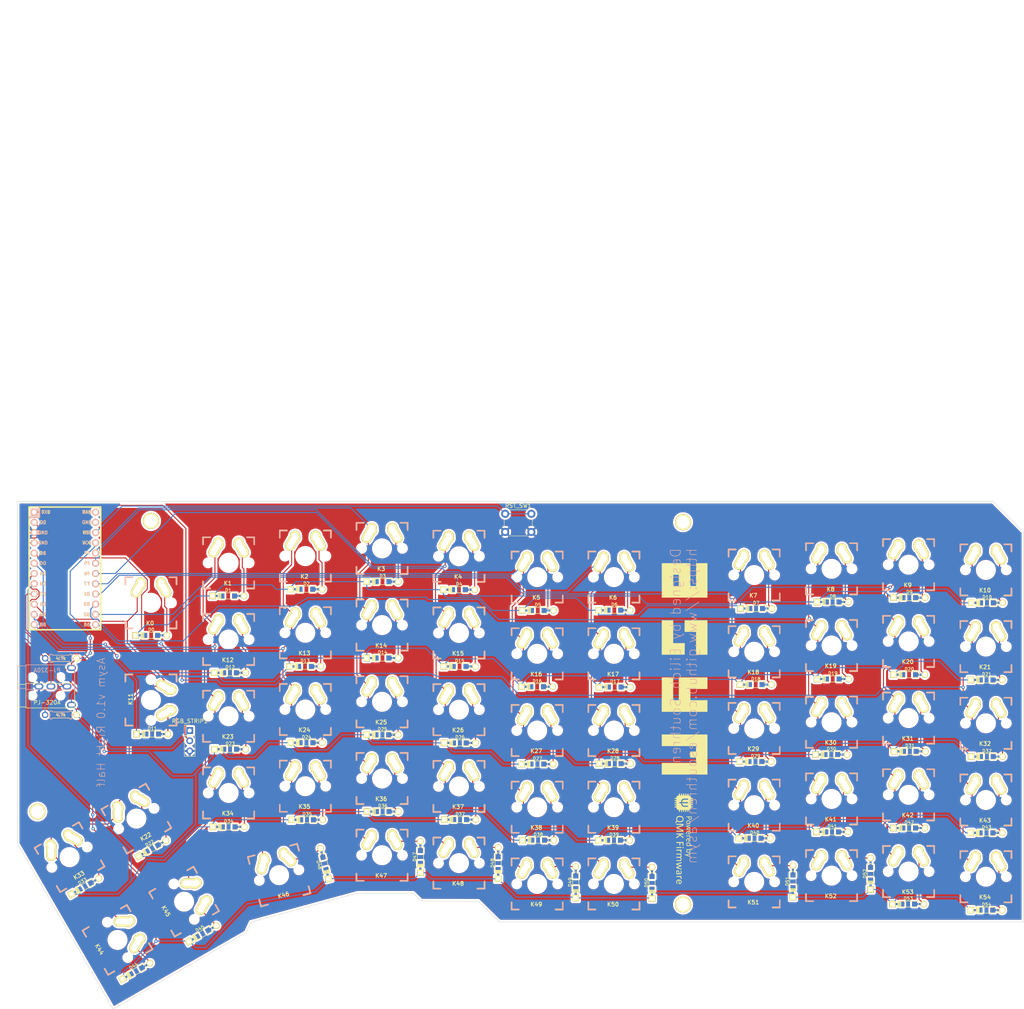
<source format=kicad_pcb>
(kicad_pcb (version 20171130) (host pcbnew "(5.1.10-1-10_14)")
  (title_block (title "Asym Right Half") (date 2021-07-25) (rev v1) (company "Eilidh Southren") (comment 1 https://www.github.com))
  (layers (0 F.Cu signal) (31 B.Cu signal) (34 B.Paste user) (35 F.Paste user) (36 B.SilkS user) (37 F.SilkS user) (38 B.Mask user) (39 F.Mask user) (44 Edge.Cuts user))
  (net 0 "")
  (net 1 row0)
  (net 2 "Net-(D0-Pad2)")
  (net 3 "Net-(D1-Pad2)")
  (net 4 "Net-(D2-Pad2)")
  (net 5 "Net-(D3-Pad2)")
  (net 6 "Net-(D4-Pad2)")
  (net 7 "Net-(D5-Pad2)")
  (net 8 "Net-(D6-Pad2)")
  (net 9 "Net-(D7-Pad2)")
  (net 10 "Net-(D8-Pad2)")
  (net 11 "Net-(D9-Pad2)")
  (net 12 "Net-(D10-Pad2)")
  (net 13 "Net-(D11-Pad2)")
  (net 14 row1)
  (net 15 "Net-(D12-Pad2)")
  (net 16 "Net-(D13-Pad2)")
  (net 17 "Net-(D14-Pad2)")
  (net 18 "Net-(D15-Pad2)")
  (net 19 "Net-(D16-Pad2)")
  (net 20 "Net-(D17-Pad2)")
  (net 21 "Net-(D18-Pad2)")
  (net 22 "Net-(D19-Pad2)")
  (net 23 "Net-(D20-Pad2)")
  (net 24 "Net-(D21-Pad2)")
  (net 25 "Net-(D22-Pad2)")
  (net 26 row2)
  (net 27 "Net-(D23-Pad2)")
  (net 28 "Net-(D24-Pad2)")
  (net 29 "Net-(D25-Pad2)")
  (net 30 "Net-(D26-Pad2)")
  (net 31 "Net-(D27-Pad2)")
  (net 32 "Net-(D28-Pad2)")
  (net 33 "Net-(D29-Pad2)")
  (net 34 "Net-(D30-Pad2)")
  (net 35 "Net-(D31-Pad2)")
  (net 36 "Net-(D32-Pad2)")
  (net 37 "Net-(D33-Pad2)")
  (net 38 row3)
  (net 39 "Net-(D34-Pad2)")
  (net 40 "Net-(D35-Pad2)")
  (net 41 "Net-(D36-Pad2)")
  (net 42 "Net-(D37-Pad2)")
  (net 43 "Net-(D38-Pad2)")
  (net 44 "Net-(D39-Pad2)")
  (net 45 "Net-(D40-Pad2)")
  (net 46 "Net-(D41-Pad2)")
  (net 47 "Net-(D42-Pad2)")
  (net 48 "Net-(D43-Pad2)")
  (net 49 "Net-(D44-Pad2)")
  (net 50 row4)
  (net 51 "Net-(D45-Pad2)")
  (net 52 "Net-(D46-Pad2)")
  (net 53 "Net-(D47-Pad2)")
  (net 54 "Net-(D48-Pad2)")
  (net 55 "Net-(D49-Pad2)")
  (net 56 "Net-(D50-Pad2)")
  (net 57 "Net-(D51-Pad2)")
  (net 58 "Net-(D52-Pad2)")
  (net 59 "Net-(D53-Pad2)")
  (net 60 "Net-(D54-Pad2)")
  (net 61 VCC)
  (net 62 SDA)
  (net 63 SCL)
  (net 64 GND)
  (net 65 rgb_data)
  (net 66 col0)
  (net 67 col1)
  (net 68 col10)
  (net 69 col9)
  (net 70 col8)
  (net 71 col7)
  (net 72 col6)
  (net 73 col5)
  (net 74 col4)
  (net 75 col3)
  (net 76 RST)
  (net 77 "Net-(U1-Pad23)")
  (net 78 col2)
  (net 79 "Net-(U1-Pad24)")
  (module redox_footprints:Mx_Alps_150-dualsided (layer F.Cu) (at 58.18 88.67 270)
    (fp_text reference K11 (at -0.22 5.08 90) (layer F.SilkS) (effects (font (thickness 0.2))))
    (fp_text value KEYSW hide)
    (pad 1 thru_hole oval (at -2.52 -4.79 273.9) (size 2.5 3.08) (drill oval 1.5 2.08) (layers *.Cu *.Mask F.SilkS) (net 66 col0))
    (pad 2 thru_hole oval (at 3.405 -3.27 299.05) (size 2.5 4.17) (drill oval 1.5 3.17) (layers *.Cu *.Mask F.SilkS) (net 13 "Net-(D11-Pad2)"))
    (pad HOLE np_thru_hole circle (at 0 0 270) (size 3.9878 3.9878) (drill 3.9878) (layers *.Cu))
    (pad HOLE np_thru_hole circle (at -5.08 0 270) (size 1.7018 1.7018) (drill 1.7018) (layers *.Cu))
    (pad HOLE np_thru_hole circle (at 5.08 0 270) (size 1.7018 1.7018) (drill 1.7018) (layers *.Cu))
    (pad 1 thru_hole oval (at -3.405 -3.27 240.95) (size 2.5 4.17) (drill oval 1.5 3.17) (layers *.Cu *.Mask F.SilkS) (net 66 col0))
    (pad 2 thru_hole oval (at 2.52 -4.79 266.1) (size 2.5 3.08) (drill oval 1.5 2.08) (layers *.Cu *.Mask F.SilkS) (net 13 "Net-(D11-Pad2)"))
  )
  (module redox_footprints:Mx_Alps_150-dualsided (layer F.Cu) (at 49.88 148.255 300)
    (fp_text reference K44 (at -0.22 5.08 120) (layer F.SilkS) (effects (font (thickness 0.2))))
    (fp_text value KEYSW hide)
    (pad 1 thru_hole oval (at -2.52 -4.79 303.9) (size 2.5 3.08) (drill oval 1.5 2.08) (layers *.Cu *.Mask F.SilkS) (net 66 col0))
    (pad 2 thru_hole oval (at 3.405 -3.27 329.05) (size 2.5 4.17) (drill oval 1.5 3.17) (layers *.Cu *.Mask F.SilkS) (net 49 "Net-(D44-Pad2)"))
    (pad HOLE np_thru_hole circle (at 0 0 300) (size 3.9878 3.9878) (drill 3.9878) (layers *.Cu))
    (pad HOLE np_thru_hole circle (at -5.08 0 300) (size 1.7018 1.7018) (drill 1.7018) (layers *.Cu))
    (pad HOLE np_thru_hole circle (at 5.08 0 300) (size 1.7018 1.7018) (drill 1.7018) (layers *.Cu))
    (pad 1 thru_hole oval (at -3.405 -3.27 270.95) (size 2.5 4.17) (drill oval 1.5 3.17) (layers *.Cu *.Mask F.SilkS) (net 66 col0))
    (pad 2 thru_hole oval (at 2.52 -4.79 296.1) (size 2.5 3.08) (drill oval 1.5 2.08) (layers *.Cu *.Mask F.SilkS) (net 49 "Net-(D44-Pad2)"))
  )
  (module redox_footprints:Mx_Alps_150-dualsided (layer F.Cu) (at 66.405 138.755 300)
    (fp_text reference K45 (at -0.22 5.08 120) (layer F.SilkS) (effects (font (thickness 0.2))))
    (fp_text value KEYSW hide)
    (pad 1 thru_hole oval (at -2.52 -4.79 303.9) (size 2.5 3.08) (drill oval 1.5 2.08) (layers *.Cu *.Mask F.SilkS) (net 67 col1))
    (pad 2 thru_hole oval (at 3.405 -3.27 329.05) (size 2.5 4.17) (drill oval 1.5 3.17) (layers *.Cu *.Mask F.SilkS) (net 51 "Net-(D45-Pad2)"))
    (pad HOLE np_thru_hole circle (at 0 0 300) (size 3.9878 3.9878) (drill 3.9878) (layers *.Cu))
    (pad HOLE np_thru_hole circle (at -5.08 0 300) (size 1.7018 1.7018) (drill 1.7018) (layers *.Cu))
    (pad HOLE np_thru_hole circle (at 5.08 0 300) (size 1.7018 1.7018) (drill 1.7018) (layers *.Cu))
    (pad 1 thru_hole oval (at -3.405 -3.27 270.95) (size 2.5 4.17) (drill oval 1.5 3.17) (layers *.Cu *.Mask F.SilkS) (net 67 col1))
    (pad 2 thru_hole oval (at 2.52 -4.79 296.1) (size 2.5 3.08) (drill oval 1.5 2.08) (layers *.Cu *.Mask F.SilkS) (net 51 "Net-(D45-Pad2)"))
  )
  (module redox_footprints:Mx_Alps_125-dualside (layer F.Cu) (at 90.01 132.17 15)
    (fp_text reference K46 (at -0.22 5.08 15) (layer F.SilkS) (effects (font (thickness 0.2))))
    (fp_text value KEYSW hide)
    (pad 1 thru_hole oval (at -2.52 -4.79 18.9) (size 2.5 3.08) (drill oval 1.5 2.08) (layers *.Cu *.Mask F.SilkS) (net 78 col2))
    (pad 2 thru_hole oval (at 3.405 -3.27 44.05) (size 2.5 4.17) (drill oval 1.5 3.17) (layers *.Cu *.Mask F.SilkS) (net 52 "Net-(D46-Pad2)"))
    (pad HOLE np_thru_hole circle (at 0 0 15) (size 3.9878 3.9878) (drill 3.9878) (layers *.Cu))
    (pad HOLE np_thru_hole circle (at -5.08 0 15) (size 1.7018 1.7018) (drill 1.7018) (layers *.Cu))
    (pad HOLE np_thru_hole circle (at 5.08 0 15) (size 1.7018 1.7018) (drill 1.7018) (layers *.Cu))
    (pad 1 thru_hole oval (at -3.405 -3.27 345.95) (size 2.5 4.17) (drill oval 1.5 3.17) (layers *.Cu *.Mask F.SilkS) (net 78 col2))
    (pad 2 thru_hole oval (at 2.52 -4.79 11.1) (size 2.5 3.08) (drill oval 1.5 2.08) (layers *.Cu *.Mask F.SilkS) (net 52 "Net-(D46-Pad2)"))
  )
  (module redox_footprints:Mx_Alps_100-dualside (layer F.Cu) (at 58.18 64.54)
    (fp_text reference K0 (at -0.22 5.08) (layer F.SilkS) (effects (font (thickness 0.2))))
    (fp_text value KEYSW hide)
    (pad 1 thru_hole oval (at -2.52 -4.79 3.9) (size 2.5 3.08) (drill oval 1.5 2.08) (layers *.Cu *.Mask F.SilkS) (net 66 col0))
    (pad 2 thru_hole oval (at 3.405 -3.27 29.05) (size 2.5 4.17) (drill oval 1.5 3.17) (layers *.Cu *.Mask F.SilkS) (net 2 "Net-(D0-Pad2)"))
    (pad HOLE np_thru_hole circle (at 0 0) (size 3.9878 3.9878) (drill 3.9878) (layers *.Cu))
    (pad HOLE np_thru_hole circle (at -5.08 0) (size 1.7018 1.7018) (drill 1.7018) (layers *.Cu))
    (pad HOLE np_thru_hole circle (at 5.08 0) (size 1.7018 1.7018) (drill 1.7018) (layers *.Cu))
    (pad 1 thru_hole oval (at -3.405 -3.27 330.95) (size 2.5 4.17) (drill oval 1.5 3.17) (layers *.Cu *.Mask F.SilkS) (net 66 col0))
    (pad 2 thru_hole oval (at 2.52 -4.79 356.1) (size 2.5 3.08) (drill oval 1.5 2.08) (layers *.Cu *.Mask F.SilkS) (net 2 "Net-(D0-Pad2)"))
  )
  (module redox_footprints:Mx_Alps_100-dualside (layer F.Cu) (at 77.47 54.61)
    (fp_text reference K1 (at -0.22 5.08) (layer F.SilkS) (effects (font (thickness 0.2))))
    (fp_text value KEYSW hide)
    (pad 1 thru_hole oval (at -2.52 -4.79 3.9) (size 2.5 3.08) (drill oval 1.5 2.08) (layers *.Cu *.Mask F.SilkS) (net 67 col1))
    (pad 2 thru_hole oval (at 3.405 -3.27 29.05) (size 2.5 4.17) (drill oval 1.5 3.17) (layers *.Cu *.Mask F.SilkS) (net 3 "Net-(D1-Pad2)"))
    (pad HOLE np_thru_hole circle (at 0 0) (size 3.9878 3.9878) (drill 3.9878) (layers *.Cu))
    (pad HOLE np_thru_hole circle (at -5.08 0) (size 1.7018 1.7018) (drill 1.7018) (layers *.Cu))
    (pad HOLE np_thru_hole circle (at 5.08 0) (size 1.7018 1.7018) (drill 1.7018) (layers *.Cu))
    (pad 1 thru_hole oval (at -3.405 -3.27 330.95) (size 2.5 4.17) (drill oval 1.5 3.17) (layers *.Cu *.Mask F.SilkS) (net 67 col1))
    (pad 2 thru_hole oval (at 2.52 -4.79 356.1) (size 2.5 3.08) (drill oval 1.5 2.08) (layers *.Cu *.Mask F.SilkS) (net 3 "Net-(D1-Pad2)"))
  )
  (module redox_footprints:Mx_Alps_100-dualside (layer F.Cu) (at 96.52 52.93)
    (fp_text reference K2 (at -0.22 5.08) (layer F.SilkS) (effects (font (thickness 0.2))))
    (fp_text value KEYSW hide)
    (pad 1 thru_hole oval (at -2.52 -4.79 3.9) (size 2.5 3.08) (drill oval 1.5 2.08) (layers *.Cu *.Mask F.SilkS) (net 78 col2))
    (pad 2 thru_hole oval (at 3.405 -3.27 29.05) (size 2.5 4.17) (drill oval 1.5 3.17) (layers *.Cu *.Mask F.SilkS) (net 4 "Net-(D2-Pad2)"))
    (pad HOLE np_thru_hole circle (at 0 0) (size 3.9878 3.9878) (drill 3.9878) (layers *.Cu))
    (pad HOLE np_thru_hole circle (at -5.08 0) (size 1.7018 1.7018) (drill 1.7018) (layers *.Cu))
    (pad HOLE np_thru_hole circle (at 5.08 0) (size 1.7018 1.7018) (drill 1.7018) (layers *.Cu))
    (pad 1 thru_hole oval (at -3.405 -3.27 330.95) (size 2.5 4.17) (drill oval 1.5 3.17) (layers *.Cu *.Mask F.SilkS) (net 78 col2))
    (pad 2 thru_hole oval (at 2.52 -4.79 356.1) (size 2.5 3.08) (drill oval 1.5 2.08) (layers *.Cu *.Mask F.SilkS) (net 4 "Net-(D2-Pad2)"))
  )
  (module redox_footprints:Mx_Alps_100-dualside (layer F.Cu) (at 115.57 51.02)
    (fp_text reference K3 (at -0.22 5.08) (layer F.SilkS) (effects (font (thickness 0.2))))
    (fp_text value KEYSW hide)
    (pad 1 thru_hole oval (at -2.52 -4.79 3.9) (size 2.5 3.08) (drill oval 1.5 2.08) (layers *.Cu *.Mask F.SilkS) (net 75 col3))
    (pad 2 thru_hole oval (at 3.405 -3.27 29.05) (size 2.5 4.17) (drill oval 1.5 3.17) (layers *.Cu *.Mask F.SilkS) (net 5 "Net-(D3-Pad2)"))
    (pad HOLE np_thru_hole circle (at 0 0) (size 3.9878 3.9878) (drill 3.9878) (layers *.Cu))
    (pad HOLE np_thru_hole circle (at -5.08 0) (size 1.7018 1.7018) (drill 1.7018) (layers *.Cu))
    (pad HOLE np_thru_hole circle (at 5.08 0) (size 1.7018 1.7018) (drill 1.7018) (layers *.Cu))
    (pad 1 thru_hole oval (at -3.405 -3.27 330.95) (size 2.5 4.17) (drill oval 1.5 3.17) (layers *.Cu *.Mask F.SilkS) (net 75 col3))
    (pad 2 thru_hole oval (at 2.52 -4.79 356.1) (size 2.5 3.08) (drill oval 1.5 2.08) (layers *.Cu *.Mask F.SilkS) (net 5 "Net-(D3-Pad2)"))
  )
  (module redox_footprints:Mx_Alps_100-dualside (layer F.Cu) (at 134.67 52.98)
    (fp_text reference K4 (at -0.22 5.08) (layer F.SilkS) (effects (font (thickness 0.2))))
    (fp_text value KEYSW hide)
    (pad 1 thru_hole oval (at -2.52 -4.79 3.9) (size 2.5 3.08) (drill oval 1.5 2.08) (layers *.Cu *.Mask F.SilkS) (net 74 col4))
    (pad 2 thru_hole oval (at 3.405 -3.27 29.05) (size 2.5 4.17) (drill oval 1.5 3.17) (layers *.Cu *.Mask F.SilkS) (net 6 "Net-(D4-Pad2)"))
    (pad HOLE np_thru_hole circle (at 0 0) (size 3.9878 3.9878) (drill 3.9878) (layers *.Cu))
    (pad HOLE np_thru_hole circle (at -5.08 0) (size 1.7018 1.7018) (drill 1.7018) (layers *.Cu))
    (pad HOLE np_thru_hole circle (at 5.08 0) (size 1.7018 1.7018) (drill 1.7018) (layers *.Cu))
    (pad 1 thru_hole oval (at -3.405 -3.27 330.95) (size 2.5 4.17) (drill oval 1.5 3.17) (layers *.Cu *.Mask F.SilkS) (net 74 col4))
    (pad 2 thru_hole oval (at 2.52 -4.79 356.1) (size 2.5 3.08) (drill oval 1.5 2.08) (layers *.Cu *.Mask F.SilkS) (net 6 "Net-(D4-Pad2)"))
  )
  (module redox_footprints:Mx_Alps_100-dualside (layer F.Cu) (at 154.1 58.15)
    (fp_text reference K5 (at -0.22 5.08) (layer F.SilkS) (effects (font (thickness 0.2))))
    (fp_text value KEYSW hide)
    (pad 1 thru_hole oval (at -2.52 -4.79 3.9) (size 2.5 3.08) (drill oval 1.5 2.08) (layers *.Cu *.Mask F.SilkS) (net 73 col5))
    (pad 2 thru_hole oval (at 3.405 -3.27 29.05) (size 2.5 4.17) (drill oval 1.5 3.17) (layers *.Cu *.Mask F.SilkS) (net 7 "Net-(D5-Pad2)"))
    (pad HOLE np_thru_hole circle (at 0 0) (size 3.9878 3.9878) (drill 3.9878) (layers *.Cu))
    (pad HOLE np_thru_hole circle (at -5.08 0) (size 1.7018 1.7018) (drill 1.7018) (layers *.Cu))
    (pad HOLE np_thru_hole circle (at 5.08 0) (size 1.7018 1.7018) (drill 1.7018) (layers *.Cu))
    (pad 1 thru_hole oval (at -3.405 -3.27 330.95) (size 2.5 4.17) (drill oval 1.5 3.17) (layers *.Cu *.Mask F.SilkS) (net 73 col5))
    (pad 2 thru_hole oval (at 2.52 -4.79 356.1) (size 2.5 3.08) (drill oval 1.5 2.08) (layers *.Cu *.Mask F.SilkS) (net 7 "Net-(D5-Pad2)"))
  )
  (module redox_footprints:Mx_Alps_100-dualside (layer F.Cu) (at 173.15 58.15)
    (fp_text reference K6 (at -0.22 5.08) (layer F.SilkS) (effects (font (thickness 0.2))))
    (fp_text value KEYSW hide)
    (pad 1 thru_hole oval (at -2.52 -4.79 3.9) (size 2.5 3.08) (drill oval 1.5 2.08) (layers *.Cu *.Mask F.SilkS) (net 72 col6))
    (pad 2 thru_hole oval (at 3.405 -3.27 29.05) (size 2.5 4.17) (drill oval 1.5 3.17) (layers *.Cu *.Mask F.SilkS) (net 8 "Net-(D6-Pad2)"))
    (pad HOLE np_thru_hole circle (at 0 0) (size 3.9878 3.9878) (drill 3.9878) (layers *.Cu))
    (pad HOLE np_thru_hole circle (at -5.08 0) (size 1.7018 1.7018) (drill 1.7018) (layers *.Cu))
    (pad HOLE np_thru_hole circle (at 5.08 0) (size 1.7018 1.7018) (drill 1.7018) (layers *.Cu))
    (pad 1 thru_hole oval (at -3.405 -3.27 330.95) (size 2.5 4.17) (drill oval 1.5 3.17) (layers *.Cu *.Mask F.SilkS) (net 72 col6))
    (pad 2 thru_hole oval (at 2.52 -4.79 356.1) (size 2.5 3.08) (drill oval 1.5 2.08) (layers *.Cu *.Mask F.SilkS) (net 8 "Net-(D6-Pad2)"))
  )
  (module redox_footprints:Mx_Alps_100-dualside (layer F.Cu) (at 207.99 57.64)
    (fp_text reference K7 (at -0.22 5.08) (layer F.SilkS) (effects (font (thickness 0.2))))
    (fp_text value KEYSW hide)
    (pad 1 thru_hole oval (at -2.52 -4.79 3.9) (size 2.5 3.08) (drill oval 1.5 2.08) (layers *.Cu *.Mask F.SilkS) (net 71 col7))
    (pad 2 thru_hole oval (at 3.405 -3.27 29.05) (size 2.5 4.17) (drill oval 1.5 3.17) (layers *.Cu *.Mask F.SilkS) (net 9 "Net-(D7-Pad2)"))
    (pad HOLE np_thru_hole circle (at 0 0) (size 3.9878 3.9878) (drill 3.9878) (layers *.Cu))
    (pad HOLE np_thru_hole circle (at -5.08 0) (size 1.7018 1.7018) (drill 1.7018) (layers *.Cu))
    (pad HOLE np_thru_hole circle (at 5.08 0) (size 1.7018 1.7018) (drill 1.7018) (layers *.Cu))
    (pad 1 thru_hole oval (at -3.405 -3.27 330.95) (size 2.5 4.17) (drill oval 1.5 3.17) (layers *.Cu *.Mask F.SilkS) (net 71 col7))
    (pad 2 thru_hole oval (at 2.52 -4.79 356.1) (size 2.5 3.08) (drill oval 1.5 2.08) (layers *.Cu *.Mask F.SilkS) (net 9 "Net-(D7-Pad2)"))
  )
  (module redox_footprints:Mx_Alps_100-dualside (layer F.Cu) (at 227.21 56.09)
    (fp_text reference K8 (at -0.22 5.08) (layer F.SilkS) (effects (font (thickness 0.2))))
    (fp_text value KEYSW hide)
    (pad 1 thru_hole oval (at -2.52 -4.79 3.9) (size 2.5 3.08) (drill oval 1.5 2.08) (layers *.Cu *.Mask F.SilkS) (net 70 col8))
    (pad 2 thru_hole oval (at 3.405 -3.27 29.05) (size 2.5 4.17) (drill oval 1.5 3.17) (layers *.Cu *.Mask F.SilkS) (net 10 "Net-(D8-Pad2)"))
    (pad HOLE np_thru_hole circle (at 0 0) (size 3.9878 3.9878) (drill 3.9878) (layers *.Cu))
    (pad HOLE np_thru_hole circle (at -5.08 0) (size 1.7018 1.7018) (drill 1.7018) (layers *.Cu))
    (pad HOLE np_thru_hole circle (at 5.08 0) (size 1.7018 1.7018) (drill 1.7018) (layers *.Cu))
    (pad 1 thru_hole oval (at -3.405 -3.27 330.95) (size 2.5 4.17) (drill oval 1.5 3.17) (layers *.Cu *.Mask F.SilkS) (net 70 col8))
    (pad 2 thru_hole oval (at 2.52 -4.79 356.1) (size 2.5 3.08) (drill oval 1.5 2.08) (layers *.Cu *.Mask F.SilkS) (net 10 "Net-(D8-Pad2)"))
  )
  (module redox_footprints:Mx_Alps_100-dualside (layer F.Cu) (at 246.34 55.07)
    (fp_text reference K9 (at -0.22 5.08) (layer F.SilkS) (effects (font (thickness 0.2))))
    (fp_text value KEYSW hide)
    (pad 1 thru_hole oval (at -2.52 -4.79 3.9) (size 2.5 3.08) (drill oval 1.5 2.08) (layers *.Cu *.Mask F.SilkS) (net 69 col9))
    (pad 2 thru_hole oval (at 3.405 -3.27 29.05) (size 2.5 4.17) (drill oval 1.5 3.17) (layers *.Cu *.Mask F.SilkS) (net 11 "Net-(D9-Pad2)"))
    (pad HOLE np_thru_hole circle (at 0 0) (size 3.9878 3.9878) (drill 3.9878) (layers *.Cu))
    (pad HOLE np_thru_hole circle (at -5.08 0) (size 1.7018 1.7018) (drill 1.7018) (layers *.Cu))
    (pad HOLE np_thru_hole circle (at 5.08 0) (size 1.7018 1.7018) (drill 1.7018) (layers *.Cu))
    (pad 1 thru_hole oval (at -3.405 -3.27 330.95) (size 2.5 4.17) (drill oval 1.5 3.17) (layers *.Cu *.Mask F.SilkS) (net 69 col9))
    (pad 2 thru_hole oval (at 2.52 -4.79 356.1) (size 2.5 3.08) (drill oval 1.5 2.08) (layers *.Cu *.Mask F.SilkS) (net 11 "Net-(D9-Pad2)"))
  )
  (module redox_footprints:Mx_Alps_100-dualside (layer F.Cu) (at 265.53 56.36)
    (fp_text reference K10 (at -0.22 5.08) (layer F.SilkS) (effects (font (thickness 0.2))))
    (fp_text value KEYSW hide)
    (pad 1 thru_hole oval (at -2.52 -4.79 3.9) (size 2.5 3.08) (drill oval 1.5 2.08) (layers *.Cu *.Mask F.SilkS) (net 68 col10))
    (pad 2 thru_hole oval (at 3.405 -3.27 29.05) (size 2.5 4.17) (drill oval 1.5 3.17) (layers *.Cu *.Mask F.SilkS) (net 12 "Net-(D10-Pad2)"))
    (pad HOLE np_thru_hole circle (at 0 0) (size 3.9878 3.9878) (drill 3.9878) (layers *.Cu))
    (pad HOLE np_thru_hole circle (at -5.08 0) (size 1.7018 1.7018) (drill 1.7018) (layers *.Cu))
    (pad HOLE np_thru_hole circle (at 5.08 0) (size 1.7018 1.7018) (drill 1.7018) (layers *.Cu))
    (pad 1 thru_hole oval (at -3.405 -3.27 330.95) (size 2.5 4.17) (drill oval 1.5 3.17) (layers *.Cu *.Mask F.SilkS) (net 68 col10))
    (pad 2 thru_hole oval (at 2.52 -4.79 356.1) (size 2.5 3.08) (drill oval 1.5 2.08) (layers *.Cu *.Mask F.SilkS) (net 12 "Net-(D10-Pad2)"))
  )
  (module redox_footprints:Mx_Alps_100-dualside (layer F.Cu) (at 77.47 73.66)
    (fp_text reference K12 (at -0.22 5.08) (layer F.SilkS) (effects (font (thickness 0.2))))
    (fp_text value KEYSW hide)
    (pad 1 thru_hole oval (at -2.52 -4.79 3.9) (size 2.5 3.08) (drill oval 1.5 2.08) (layers *.Cu *.Mask F.SilkS) (net 67 col1))
    (pad 2 thru_hole oval (at 3.405 -3.27 29.05) (size 2.5 4.17) (drill oval 1.5 3.17) (layers *.Cu *.Mask F.SilkS) (net 15 "Net-(D12-Pad2)"))
    (pad HOLE np_thru_hole circle (at 0 0) (size 3.9878 3.9878) (drill 3.9878) (layers *.Cu))
    (pad HOLE np_thru_hole circle (at -5.08 0) (size 1.7018 1.7018) (drill 1.7018) (layers *.Cu))
    (pad HOLE np_thru_hole circle (at 5.08 0) (size 1.7018 1.7018) (drill 1.7018) (layers *.Cu))
    (pad 1 thru_hole oval (at -3.405 -3.27 330.95) (size 2.5 4.17) (drill oval 1.5 3.17) (layers *.Cu *.Mask F.SilkS) (net 67 col1))
    (pad 2 thru_hole oval (at 2.52 -4.79 356.1) (size 2.5 3.08) (drill oval 1.5 2.08) (layers *.Cu *.Mask F.SilkS) (net 15 "Net-(D12-Pad2)"))
  )
  (module redox_footprints:Mx_Alps_100-dualside (layer F.Cu) (at 96.52 71.98)
    (fp_text reference K13 (at -0.22 5.08) (layer F.SilkS) (effects (font (thickness 0.2))))
    (fp_text value KEYSW hide)
    (pad 1 thru_hole oval (at -2.52 -4.79 3.9) (size 2.5 3.08) (drill oval 1.5 2.08) (layers *.Cu *.Mask F.SilkS) (net 78 col2))
    (pad 2 thru_hole oval (at 3.405 -3.27 29.05) (size 2.5 4.17) (drill oval 1.5 3.17) (layers *.Cu *.Mask F.SilkS) (net 16 "Net-(D13-Pad2)"))
    (pad HOLE np_thru_hole circle (at 0 0) (size 3.9878 3.9878) (drill 3.9878) (layers *.Cu))
    (pad HOLE np_thru_hole circle (at -5.08 0) (size 1.7018 1.7018) (drill 1.7018) (layers *.Cu))
    (pad HOLE np_thru_hole circle (at 5.08 0) (size 1.7018 1.7018) (drill 1.7018) (layers *.Cu))
    (pad 1 thru_hole oval (at -3.405 -3.27 330.95) (size 2.5 4.17) (drill oval 1.5 3.17) (layers *.Cu *.Mask F.SilkS) (net 78 col2))
    (pad 2 thru_hole oval (at 2.52 -4.79 356.1) (size 2.5 3.08) (drill oval 1.5 2.08) (layers *.Cu *.Mask F.SilkS) (net 16 "Net-(D13-Pad2)"))
  )
  (module redox_footprints:Mx_Alps_100-dualside (layer F.Cu) (at 115.57 70.07)
    (fp_text reference K14 (at -0.22 5.08) (layer F.SilkS) (effects (font (thickness 0.2))))
    (fp_text value KEYSW hide)
    (pad 1 thru_hole oval (at -2.52 -4.79 3.9) (size 2.5 3.08) (drill oval 1.5 2.08) (layers *.Cu *.Mask F.SilkS) (net 75 col3))
    (pad 2 thru_hole oval (at 3.405 -3.27 29.05) (size 2.5 4.17) (drill oval 1.5 3.17) (layers *.Cu *.Mask F.SilkS) (net 17 "Net-(D14-Pad2)"))
    (pad HOLE np_thru_hole circle (at 0 0) (size 3.9878 3.9878) (drill 3.9878) (layers *.Cu))
    (pad HOLE np_thru_hole circle (at -5.08 0) (size 1.7018 1.7018) (drill 1.7018) (layers *.Cu))
    (pad HOLE np_thru_hole circle (at 5.08 0) (size 1.7018 1.7018) (drill 1.7018) (layers *.Cu))
    (pad 1 thru_hole oval (at -3.405 -3.27 330.95) (size 2.5 4.17) (drill oval 1.5 3.17) (layers *.Cu *.Mask F.SilkS) (net 75 col3))
    (pad 2 thru_hole oval (at 2.52 -4.79 356.1) (size 2.5 3.08) (drill oval 1.5 2.08) (layers *.Cu *.Mask F.SilkS) (net 17 "Net-(D14-Pad2)"))
  )
  (module redox_footprints:Mx_Alps_100-dualside (layer F.Cu) (at 134.67 72.03)
    (fp_text reference K15 (at -0.22 5.08) (layer F.SilkS) (effects (font (thickness 0.2))))
    (fp_text value KEYSW hide)
    (pad 1 thru_hole oval (at -2.52 -4.79 3.9) (size 2.5 3.08) (drill oval 1.5 2.08) (layers *.Cu *.Mask F.SilkS) (net 74 col4))
    (pad 2 thru_hole oval (at 3.405 -3.27 29.05) (size 2.5 4.17) (drill oval 1.5 3.17) (layers *.Cu *.Mask F.SilkS) (net 18 "Net-(D15-Pad2)"))
    (pad HOLE np_thru_hole circle (at 0 0) (size 3.9878 3.9878) (drill 3.9878) (layers *.Cu))
    (pad HOLE np_thru_hole circle (at -5.08 0) (size 1.7018 1.7018) (drill 1.7018) (layers *.Cu))
    (pad HOLE np_thru_hole circle (at 5.08 0) (size 1.7018 1.7018) (drill 1.7018) (layers *.Cu))
    (pad 1 thru_hole oval (at -3.405 -3.27 330.95) (size 2.5 4.17) (drill oval 1.5 3.17) (layers *.Cu *.Mask F.SilkS) (net 74 col4))
    (pad 2 thru_hole oval (at 2.52 -4.79 356.1) (size 2.5 3.08) (drill oval 1.5 2.08) (layers *.Cu *.Mask F.SilkS) (net 18 "Net-(D15-Pad2)"))
  )
  (module redox_footprints:Mx_Alps_100-dualside (layer F.Cu) (at 154.1 77.2)
    (fp_text reference K16 (at -0.22 5.08) (layer F.SilkS) (effects (font (thickness 0.2))))
    (fp_text value KEYSW hide)
    (pad 1 thru_hole oval (at -2.52 -4.79 3.9) (size 2.5 3.08) (drill oval 1.5 2.08) (layers *.Cu *.Mask F.SilkS) (net 73 col5))
    (pad 2 thru_hole oval (at 3.405 -3.27 29.05) (size 2.5 4.17) (drill oval 1.5 3.17) (layers *.Cu *.Mask F.SilkS) (net 19 "Net-(D16-Pad2)"))
    (pad HOLE np_thru_hole circle (at 0 0) (size 3.9878 3.9878) (drill 3.9878) (layers *.Cu))
    (pad HOLE np_thru_hole circle (at -5.08 0) (size 1.7018 1.7018) (drill 1.7018) (layers *.Cu))
    (pad HOLE np_thru_hole circle (at 5.08 0) (size 1.7018 1.7018) (drill 1.7018) (layers *.Cu))
    (pad 1 thru_hole oval (at -3.405 -3.27 330.95) (size 2.5 4.17) (drill oval 1.5 3.17) (layers *.Cu *.Mask F.SilkS) (net 73 col5))
    (pad 2 thru_hole oval (at 2.52 -4.79 356.1) (size 2.5 3.08) (drill oval 1.5 2.08) (layers *.Cu *.Mask F.SilkS) (net 19 "Net-(D16-Pad2)"))
  )
  (module redox_footprints:Mx_Alps_100-dualside (layer F.Cu) (at 173.15 77.2)
    (fp_text reference K17 (at -0.22 5.08) (layer F.SilkS) (effects (font (thickness 0.2))))
    (fp_text value KEYSW hide)
    (pad 1 thru_hole oval (at -2.52 -4.79 3.9) (size 2.5 3.08) (drill oval 1.5 2.08) (layers *.Cu *.Mask F.SilkS) (net 72 col6))
    (pad 2 thru_hole oval (at 3.405 -3.27 29.05) (size 2.5 4.17) (drill oval 1.5 3.17) (layers *.Cu *.Mask F.SilkS) (net 20 "Net-(D17-Pad2)"))
    (pad HOLE np_thru_hole circle (at 0 0) (size 3.9878 3.9878) (drill 3.9878) (layers *.Cu))
    (pad HOLE np_thru_hole circle (at -5.08 0) (size 1.7018 1.7018) (drill 1.7018) (layers *.Cu))
    (pad HOLE np_thru_hole circle (at 5.08 0) (size 1.7018 1.7018) (drill 1.7018) (layers *.Cu))
    (pad 1 thru_hole oval (at -3.405 -3.27 330.95) (size 2.5 4.17) (drill oval 1.5 3.17) (layers *.Cu *.Mask F.SilkS) (net 72 col6))
    (pad 2 thru_hole oval (at 2.52 -4.79 356.1) (size 2.5 3.08) (drill oval 1.5 2.08) (layers *.Cu *.Mask F.SilkS) (net 20 "Net-(D17-Pad2)"))
  )
  (module redox_footprints:Mx_Alps_100-dualside (layer F.Cu) (at 207.99 76.69)
    (fp_text reference K18 (at -0.22 5.08) (layer F.SilkS) (effects (font (thickness 0.2))))
    (fp_text value KEYSW hide)
    (pad 1 thru_hole oval (at -2.52 -4.79 3.9) (size 2.5 3.08) (drill oval 1.5 2.08) (layers *.Cu *.Mask F.SilkS) (net 71 col7))
    (pad 2 thru_hole oval (at 3.405 -3.27 29.05) (size 2.5 4.17) (drill oval 1.5 3.17) (layers *.Cu *.Mask F.SilkS) (net 21 "Net-(D18-Pad2)"))
    (pad HOLE np_thru_hole circle (at 0 0) (size 3.9878 3.9878) (drill 3.9878) (layers *.Cu))
    (pad HOLE np_thru_hole circle (at -5.08 0) (size 1.7018 1.7018) (drill 1.7018) (layers *.Cu))
    (pad HOLE np_thru_hole circle (at 5.08 0) (size 1.7018 1.7018) (drill 1.7018) (layers *.Cu))
    (pad 1 thru_hole oval (at -3.405 -3.27 330.95) (size 2.5 4.17) (drill oval 1.5 3.17) (layers *.Cu *.Mask F.SilkS) (net 71 col7))
    (pad 2 thru_hole oval (at 2.52 -4.79 356.1) (size 2.5 3.08) (drill oval 1.5 2.08) (layers *.Cu *.Mask F.SilkS) (net 21 "Net-(D18-Pad2)"))
  )
  (module redox_footprints:Mx_Alps_100-dualside (layer F.Cu) (at 227.21 75.14)
    (fp_text reference K19 (at -0.22 5.08) (layer F.SilkS) (effects (font (thickness 0.2))))
    (fp_text value KEYSW hide)
    (pad 1 thru_hole oval (at -2.52 -4.79 3.9) (size 2.5 3.08) (drill oval 1.5 2.08) (layers *.Cu *.Mask F.SilkS) (net 70 col8))
    (pad 2 thru_hole oval (at 3.405 -3.27 29.05) (size 2.5 4.17) (drill oval 1.5 3.17) (layers *.Cu *.Mask F.SilkS) (net 22 "Net-(D19-Pad2)"))
    (pad HOLE np_thru_hole circle (at 0 0) (size 3.9878 3.9878) (drill 3.9878) (layers *.Cu))
    (pad HOLE np_thru_hole circle (at -5.08 0) (size 1.7018 1.7018) (drill 1.7018) (layers *.Cu))
    (pad HOLE np_thru_hole circle (at 5.08 0) (size 1.7018 1.7018) (drill 1.7018) (layers *.Cu))
    (pad 1 thru_hole oval (at -3.405 -3.27 330.95) (size 2.5 4.17) (drill oval 1.5 3.17) (layers *.Cu *.Mask F.SilkS) (net 70 col8))
    (pad 2 thru_hole oval (at 2.52 -4.79 356.1) (size 2.5 3.08) (drill oval 1.5 2.08) (layers *.Cu *.Mask F.SilkS) (net 22 "Net-(D19-Pad2)"))
  )
  (module redox_footprints:Mx_Alps_100-dualside (layer F.Cu) (at 246.34 74.12)
    (fp_text reference K20 (at -0.22 5.08) (layer F.SilkS) (effects (font (thickness 0.2))))
    (fp_text value KEYSW hide)
    (pad 1 thru_hole oval (at -2.52 -4.79 3.9) (size 2.5 3.08) (drill oval 1.5 2.08) (layers *.Cu *.Mask F.SilkS) (net 69 col9))
    (pad 2 thru_hole oval (at 3.405 -3.27 29.05) (size 2.5 4.17) (drill oval 1.5 3.17) (layers *.Cu *.Mask F.SilkS) (net 23 "Net-(D20-Pad2)"))
    (pad HOLE np_thru_hole circle (at 0 0) (size 3.9878 3.9878) (drill 3.9878) (layers *.Cu))
    (pad HOLE np_thru_hole circle (at -5.08 0) (size 1.7018 1.7018) (drill 1.7018) (layers *.Cu))
    (pad HOLE np_thru_hole circle (at 5.08 0) (size 1.7018 1.7018) (drill 1.7018) (layers *.Cu))
    (pad 1 thru_hole oval (at -3.405 -3.27 330.95) (size 2.5 4.17) (drill oval 1.5 3.17) (layers *.Cu *.Mask F.SilkS) (net 69 col9))
    (pad 2 thru_hole oval (at 2.52 -4.79 356.1) (size 2.5 3.08) (drill oval 1.5 2.08) (layers *.Cu *.Mask F.SilkS) (net 23 "Net-(D20-Pad2)"))
  )
  (module redox_footprints:Mx_Alps_100-dualside (layer F.Cu) (at 265.53 75.41)
    (fp_text reference K21 (at -0.22 5.08) (layer F.SilkS) (effects (font (thickness 0.2))))
    (fp_text value KEYSW hide)
    (pad 1 thru_hole oval (at -2.52 -4.79 3.9) (size 2.5 3.08) (drill oval 1.5 2.08) (layers *.Cu *.Mask F.SilkS) (net 68 col10))
    (pad 2 thru_hole oval (at 3.405 -3.27 29.05) (size 2.5 4.17) (drill oval 1.5 3.17) (layers *.Cu *.Mask F.SilkS) (net 24 "Net-(D21-Pad2)"))
    (pad HOLE np_thru_hole circle (at 0 0) (size 3.9878 3.9878) (drill 3.9878) (layers *.Cu))
    (pad HOLE np_thru_hole circle (at -5.08 0) (size 1.7018 1.7018) (drill 1.7018) (layers *.Cu))
    (pad HOLE np_thru_hole circle (at 5.08 0) (size 1.7018 1.7018) (drill 1.7018) (layers *.Cu))
    (pad 1 thru_hole oval (at -3.405 -3.27 330.95) (size 2.5 4.17) (drill oval 1.5 3.17) (layers *.Cu *.Mask F.SilkS) (net 68 col10))
    (pad 2 thru_hole oval (at 2.52 -4.79 356.1) (size 2.5 3.08) (drill oval 1.5 2.08) (layers *.Cu *.Mask F.SilkS) (net 24 "Net-(D21-Pad2)"))
  )
  (module redox_footprints:Mx_Alps_100-dualside (layer F.Cu) (at 54.56 118.13 30)
    (fp_text reference K22 (at -0.22 5.08 30) (layer F.SilkS) (effects (font (thickness 0.2))))
    (fp_text value KEYSW hide)
    (pad 1 thru_hole oval (at -2.52 -4.79 33.9) (size 2.5 3.08) (drill oval 1.5 2.08) (layers *.Cu *.Mask F.SilkS) (net 66 col0))
    (pad 2 thru_hole oval (at 3.405 -3.27 59.05) (size 2.5 4.17) (drill oval 1.5 3.17) (layers *.Cu *.Mask F.SilkS) (net 25 "Net-(D22-Pad2)"))
    (pad HOLE np_thru_hole circle (at 0 0 30) (size 3.9878 3.9878) (drill 3.9878) (layers *.Cu))
    (pad HOLE np_thru_hole circle (at -5.08 0 30) (size 1.7018 1.7018) (drill 1.7018) (layers *.Cu))
    (pad HOLE np_thru_hole circle (at 5.08 0 30) (size 1.7018 1.7018) (drill 1.7018) (layers *.Cu))
    (pad 1 thru_hole oval (at -3.405 -3.27 0.95) (size 2.5 4.17) (drill oval 1.5 3.17) (layers *.Cu *.Mask F.SilkS) (net 66 col0))
    (pad 2 thru_hole oval (at 2.52 -4.79 26.1) (size 2.5 3.08) (drill oval 1.5 2.08) (layers *.Cu *.Mask F.SilkS) (net 25 "Net-(D22-Pad2)"))
  )
  (module redox_footprints:Mx_Alps_100-dualside (layer F.Cu) (at 77.47 92.71)
    (fp_text reference K23 (at -0.22 5.08) (layer F.SilkS) (effects (font (thickness 0.2))))
    (fp_text value KEYSW hide)
    (pad 1 thru_hole oval (at -2.52 -4.79 3.9) (size 2.5 3.08) (drill oval 1.5 2.08) (layers *.Cu *.Mask F.SilkS) (net 67 col1))
    (pad 2 thru_hole oval (at 3.405 -3.27 29.05) (size 2.5 4.17) (drill oval 1.5 3.17) (layers *.Cu *.Mask F.SilkS) (net 27 "Net-(D23-Pad2)"))
    (pad HOLE np_thru_hole circle (at 0 0) (size 3.9878 3.9878) (drill 3.9878) (layers *.Cu))
    (pad HOLE np_thru_hole circle (at -5.08 0) (size 1.7018 1.7018) (drill 1.7018) (layers *.Cu))
    (pad HOLE np_thru_hole circle (at 5.08 0) (size 1.7018 1.7018) (drill 1.7018) (layers *.Cu))
    (pad 1 thru_hole oval (at -3.405 -3.27 330.95) (size 2.5 4.17) (drill oval 1.5 3.17) (layers *.Cu *.Mask F.SilkS) (net 67 col1))
    (pad 2 thru_hole oval (at 2.52 -4.79 356.1) (size 2.5 3.08) (drill oval 1.5 2.08) (layers *.Cu *.Mask F.SilkS) (net 27 "Net-(D23-Pad2)"))
  )
  (module redox_footprints:Mx_Alps_100-dualside (layer F.Cu) (at 96.52 91.03)
    (fp_text reference K24 (at -0.22 5.08) (layer F.SilkS) (effects (font (thickness 0.2))))
    (fp_text value KEYSW hide)
    (pad 1 thru_hole oval (at -2.52 -4.79 3.9) (size 2.5 3.08) (drill oval 1.5 2.08) (layers *.Cu *.Mask F.SilkS) (net 78 col2))
    (pad 2 thru_hole oval (at 3.405 -3.27 29.05) (size 2.5 4.17) (drill oval 1.5 3.17) (layers *.Cu *.Mask F.SilkS) (net 28 "Net-(D24-Pad2)"))
    (pad HOLE np_thru_hole circle (at 0 0) (size 3.9878 3.9878) (drill 3.9878) (layers *.Cu))
    (pad HOLE np_thru_hole circle (at -5.08 0) (size 1.7018 1.7018) (drill 1.7018) (layers *.Cu))
    (pad HOLE np_thru_hole circle (at 5.08 0) (size 1.7018 1.7018) (drill 1.7018) (layers *.Cu))
    (pad 1 thru_hole oval (at -3.405 -3.27 330.95) (size 2.5 4.17) (drill oval 1.5 3.17) (layers *.Cu *.Mask F.SilkS) (net 78 col2))
    (pad 2 thru_hole oval (at 2.52 -4.79 356.1) (size 2.5 3.08) (drill oval 1.5 2.08) (layers *.Cu *.Mask F.SilkS) (net 28 "Net-(D24-Pad2)"))
  )
  (module redox_footprints:Mx_Alps_100-dualside (layer F.Cu) (at 115.57 89.12)
    (fp_text reference K25 (at -0.22 5.08) (layer F.SilkS) (effects (font (thickness 0.2))))
    (fp_text value KEYSW hide)
    (pad 1 thru_hole oval (at -2.52 -4.79 3.9) (size 2.5 3.08) (drill oval 1.5 2.08) (layers *.Cu *.Mask F.SilkS) (net 75 col3))
    (pad 2 thru_hole oval (at 3.405 -3.27 29.05) (size 2.5 4.17) (drill oval 1.5 3.17) (layers *.Cu *.Mask F.SilkS) (net 29 "Net-(D25-Pad2)"))
    (pad HOLE np_thru_hole circle (at 0 0) (size 3.9878 3.9878) (drill 3.9878) (layers *.Cu))
    (pad HOLE np_thru_hole circle (at -5.08 0) (size 1.7018 1.7018) (drill 1.7018) (layers *.Cu))
    (pad HOLE np_thru_hole circle (at 5.08 0) (size 1.7018 1.7018) (drill 1.7018) (layers *.Cu))
    (pad 1 thru_hole oval (at -3.405 -3.27 330.95) (size 2.5 4.17) (drill oval 1.5 3.17) (layers *.Cu *.Mask F.SilkS) (net 75 col3))
    (pad 2 thru_hole oval (at 2.52 -4.79 356.1) (size 2.5 3.08) (drill oval 1.5 2.08) (layers *.Cu *.Mask F.SilkS) (net 29 "Net-(D25-Pad2)"))
  )
  (module redox_footprints:Mx_Alps_100-dualside (layer F.Cu) (at 134.67 91.08)
    (fp_text reference K26 (at -0.22 5.08) (layer F.SilkS) (effects (font (thickness 0.2))))
    (fp_text value KEYSW hide)
    (pad 1 thru_hole oval (at -2.52 -4.79 3.9) (size 2.5 3.08) (drill oval 1.5 2.08) (layers *.Cu *.Mask F.SilkS) (net 74 col4))
    (pad 2 thru_hole oval (at 3.405 -3.27 29.05) (size 2.5 4.17) (drill oval 1.5 3.17) (layers *.Cu *.Mask F.SilkS) (net 30 "Net-(D26-Pad2)"))
    (pad HOLE np_thru_hole circle (at 0 0) (size 3.9878 3.9878) (drill 3.9878) (layers *.Cu))
    (pad HOLE np_thru_hole circle (at -5.08 0) (size 1.7018 1.7018) (drill 1.7018) (layers *.Cu))
    (pad HOLE np_thru_hole circle (at 5.08 0) (size 1.7018 1.7018) (drill 1.7018) (layers *.Cu))
    (pad 1 thru_hole oval (at -3.405 -3.27 330.95) (size 2.5 4.17) (drill oval 1.5 3.17) (layers *.Cu *.Mask F.SilkS) (net 74 col4))
    (pad 2 thru_hole oval (at 2.52 -4.79 356.1) (size 2.5 3.08) (drill oval 1.5 2.08) (layers *.Cu *.Mask F.SilkS) (net 30 "Net-(D26-Pad2)"))
  )
  (module redox_footprints:Mx_Alps_100-dualside (layer F.Cu) (at 154.1 96.25)
    (fp_text reference K27 (at -0.22 5.08) (layer F.SilkS) (effects (font (thickness 0.2))))
    (fp_text value KEYSW hide)
    (pad 1 thru_hole oval (at -2.52 -4.79 3.9) (size 2.5 3.08) (drill oval 1.5 2.08) (layers *.Cu *.Mask F.SilkS) (net 73 col5))
    (pad 2 thru_hole oval (at 3.405 -3.27 29.05) (size 2.5 4.17) (drill oval 1.5 3.17) (layers *.Cu *.Mask F.SilkS) (net 31 "Net-(D27-Pad2)"))
    (pad HOLE np_thru_hole circle (at 0 0) (size 3.9878 3.9878) (drill 3.9878) (layers *.Cu))
    (pad HOLE np_thru_hole circle (at -5.08 0) (size 1.7018 1.7018) (drill 1.7018) (layers *.Cu))
    (pad HOLE np_thru_hole circle (at 5.08 0) (size 1.7018 1.7018) (drill 1.7018) (layers *.Cu))
    (pad 1 thru_hole oval (at -3.405 -3.27 330.95) (size 2.5 4.17) (drill oval 1.5 3.17) (layers *.Cu *.Mask F.SilkS) (net 73 col5))
    (pad 2 thru_hole oval (at 2.52 -4.79 356.1) (size 2.5 3.08) (drill oval 1.5 2.08) (layers *.Cu *.Mask F.SilkS) (net 31 "Net-(D27-Pad2)"))
  )
  (module redox_footprints:Mx_Alps_100-dualside (layer F.Cu) (at 173.15 96.25)
    (fp_text reference K28 (at -0.22 5.08) (layer F.SilkS) (effects (font (thickness 0.2))))
    (fp_text value KEYSW hide)
    (pad 1 thru_hole oval (at -2.52 -4.79 3.9) (size 2.5 3.08) (drill oval 1.5 2.08) (layers *.Cu *.Mask F.SilkS) (net 72 col6))
    (pad 2 thru_hole oval (at 3.405 -3.27 29.05) (size 2.5 4.17) (drill oval 1.5 3.17) (layers *.Cu *.Mask F.SilkS) (net 32 "Net-(D28-Pad2)"))
    (pad HOLE np_thru_hole circle (at 0 0) (size 3.9878 3.9878) (drill 3.9878) (layers *.Cu))
    (pad HOLE np_thru_hole circle (at -5.08 0) (size 1.7018 1.7018) (drill 1.7018) (layers *.Cu))
    (pad HOLE np_thru_hole circle (at 5.08 0) (size 1.7018 1.7018) (drill 1.7018) (layers *.Cu))
    (pad 1 thru_hole oval (at -3.405 -3.27 330.95) (size 2.5 4.17) (drill oval 1.5 3.17) (layers *.Cu *.Mask F.SilkS) (net 72 col6))
    (pad 2 thru_hole oval (at 2.52 -4.79 356.1) (size 2.5 3.08) (drill oval 1.5 2.08) (layers *.Cu *.Mask F.SilkS) (net 32 "Net-(D28-Pad2)"))
  )
  (module redox_footprints:Mx_Alps_100-dualside (layer F.Cu) (at 207.99 95.74)
    (fp_text reference K29 (at -0.22 5.08) (layer F.SilkS) (effects (font (thickness 0.2))))
    (fp_text value KEYSW hide)
    (pad 1 thru_hole oval (at -2.52 -4.79 3.9) (size 2.5 3.08) (drill oval 1.5 2.08) (layers *.Cu *.Mask F.SilkS) (net 71 col7))
    (pad 2 thru_hole oval (at 3.405 -3.27 29.05) (size 2.5 4.17) (drill oval 1.5 3.17) (layers *.Cu *.Mask F.SilkS) (net 33 "Net-(D29-Pad2)"))
    (pad HOLE np_thru_hole circle (at 0 0) (size 3.9878 3.9878) (drill 3.9878) (layers *.Cu))
    (pad HOLE np_thru_hole circle (at -5.08 0) (size 1.7018 1.7018) (drill 1.7018) (layers *.Cu))
    (pad HOLE np_thru_hole circle (at 5.08 0) (size 1.7018 1.7018) (drill 1.7018) (layers *.Cu))
    (pad 1 thru_hole oval (at -3.405 -3.27 330.95) (size 2.5 4.17) (drill oval 1.5 3.17) (layers *.Cu *.Mask F.SilkS) (net 71 col7))
    (pad 2 thru_hole oval (at 2.52 -4.79 356.1) (size 2.5 3.08) (drill oval 1.5 2.08) (layers *.Cu *.Mask F.SilkS) (net 33 "Net-(D29-Pad2)"))
  )
  (module redox_footprints:Mx_Alps_100-dualside (layer F.Cu) (at 227.21 94.19)
    (fp_text reference K30 (at -0.22 5.08) (layer F.SilkS) (effects (font (thickness 0.2))))
    (fp_text value KEYSW hide)
    (pad 1 thru_hole oval (at -2.52 -4.79 3.9) (size 2.5 3.08) (drill oval 1.5 2.08) (layers *.Cu *.Mask F.SilkS) (net 70 col8))
    (pad 2 thru_hole oval (at 3.405 -3.27 29.05) (size 2.5 4.17) (drill oval 1.5 3.17) (layers *.Cu *.Mask F.SilkS) (net 34 "Net-(D30-Pad2)"))
    (pad HOLE np_thru_hole circle (at 0 0) (size 3.9878 3.9878) (drill 3.9878) (layers *.Cu))
    (pad HOLE np_thru_hole circle (at -5.08 0) (size 1.7018 1.7018) (drill 1.7018) (layers *.Cu))
    (pad HOLE np_thru_hole circle (at 5.08 0) (size 1.7018 1.7018) (drill 1.7018) (layers *.Cu))
    (pad 1 thru_hole oval (at -3.405 -3.27 330.95) (size 2.5 4.17) (drill oval 1.5 3.17) (layers *.Cu *.Mask F.SilkS) (net 70 col8))
    (pad 2 thru_hole oval (at 2.52 -4.79 356.1) (size 2.5 3.08) (drill oval 1.5 2.08) (layers *.Cu *.Mask F.SilkS) (net 34 "Net-(D30-Pad2)"))
  )
  (module redox_footprints:Mx_Alps_100-dualside (layer F.Cu) (at 246.34 93.17)
    (fp_text reference K31 (at -0.22 5.08) (layer F.SilkS) (effects (font (thickness 0.2))))
    (fp_text value KEYSW hide)
    (pad 1 thru_hole oval (at -2.52 -4.79 3.9) (size 2.5 3.08) (drill oval 1.5 2.08) (layers *.Cu *.Mask F.SilkS) (net 69 col9))
    (pad 2 thru_hole oval (at 3.405 -3.27 29.05) (size 2.5 4.17) (drill oval 1.5 3.17) (layers *.Cu *.Mask F.SilkS) (net 35 "Net-(D31-Pad2)"))
    (pad HOLE np_thru_hole circle (at 0 0) (size 3.9878 3.9878) (drill 3.9878) (layers *.Cu))
    (pad HOLE np_thru_hole circle (at -5.08 0) (size 1.7018 1.7018) (drill 1.7018) (layers *.Cu))
    (pad HOLE np_thru_hole circle (at 5.08 0) (size 1.7018 1.7018) (drill 1.7018) (layers *.Cu))
    (pad 1 thru_hole oval (at -3.405 -3.27 330.95) (size 2.5 4.17) (drill oval 1.5 3.17) (layers *.Cu *.Mask F.SilkS) (net 69 col9))
    (pad 2 thru_hole oval (at 2.52 -4.79 356.1) (size 2.5 3.08) (drill oval 1.5 2.08) (layers *.Cu *.Mask F.SilkS) (net 35 "Net-(D31-Pad2)"))
  )
  (module redox_footprints:Mx_Alps_100-dualside (layer F.Cu) (at 265.53 94.46)
    (fp_text reference K32 (at -0.22 5.08) (layer F.SilkS) (effects (font (thickness 0.2))))
    (fp_text value KEYSW hide)
    (pad 1 thru_hole oval (at -2.52 -4.79 3.9) (size 2.5 3.08) (drill oval 1.5 2.08) (layers *.Cu *.Mask F.SilkS) (net 68 col10))
    (pad 2 thru_hole oval (at 3.405 -3.27 29.05) (size 2.5 4.17) (drill oval 1.5 3.17) (layers *.Cu *.Mask F.SilkS) (net 36 "Net-(D32-Pad2)"))
    (pad HOLE np_thru_hole circle (at 0 0) (size 3.9878 3.9878) (drill 3.9878) (layers *.Cu))
    (pad HOLE np_thru_hole circle (at -5.08 0) (size 1.7018 1.7018) (drill 1.7018) (layers *.Cu))
    (pad HOLE np_thru_hole circle (at 5.08 0) (size 1.7018 1.7018) (drill 1.7018) (layers *.Cu))
    (pad 1 thru_hole oval (at -3.405 -3.27 330.95) (size 2.5 4.17) (drill oval 1.5 3.17) (layers *.Cu *.Mask F.SilkS) (net 68 col10))
    (pad 2 thru_hole oval (at 2.52 -4.79 356.1) (size 2.5 3.08) (drill oval 1.5 2.08) (layers *.Cu *.Mask F.SilkS) (net 36 "Net-(D32-Pad2)"))
  )
  (module redox_footprints:Mx_Alps_100-dualside (layer F.Cu) (at 37.97 127.71 30)
    (fp_text reference K33 (at -0.22 5.08 30) (layer F.SilkS) (effects (font (thickness 0.2))))
    (fp_text value KEYSW hide)
    (pad 1 thru_hole oval (at -2.52 -4.79 33.9) (size 2.5 3.08) (drill oval 1.5 2.08) (layers *.Cu *.Mask F.SilkS) (net 66 col0))
    (pad 2 thru_hole oval (at 3.405 -3.27 59.05) (size 2.5 4.17) (drill oval 1.5 3.17) (layers *.Cu *.Mask F.SilkS) (net 37 "Net-(D33-Pad2)"))
    (pad HOLE np_thru_hole circle (at 0 0 30) (size 3.9878 3.9878) (drill 3.9878) (layers *.Cu))
    (pad HOLE np_thru_hole circle (at -5.08 0 30) (size 1.7018 1.7018) (drill 1.7018) (layers *.Cu))
    (pad HOLE np_thru_hole circle (at 5.08 0 30) (size 1.7018 1.7018) (drill 1.7018) (layers *.Cu))
    (pad 1 thru_hole oval (at -3.405 -3.27 0.95) (size 2.5 4.17) (drill oval 1.5 3.17) (layers *.Cu *.Mask F.SilkS) (net 66 col0))
    (pad 2 thru_hole oval (at 2.52 -4.79 26.1) (size 2.5 3.08) (drill oval 1.5 2.08) (layers *.Cu *.Mask F.SilkS) (net 37 "Net-(D33-Pad2)"))
  )
  (module redox_footprints:Mx_Alps_100-dualside (layer F.Cu) (at 77.47 111.76)
    (fp_text reference K34 (at -0.22 5.08) (layer F.SilkS) (effects (font (thickness 0.2))))
    (fp_text value KEYSW hide)
    (pad 1 thru_hole oval (at -2.52 -4.79 3.9) (size 2.5 3.08) (drill oval 1.5 2.08) (layers *.Cu *.Mask F.SilkS) (net 67 col1))
    (pad 2 thru_hole oval (at 3.405 -3.27 29.05) (size 2.5 4.17) (drill oval 1.5 3.17) (layers *.Cu *.Mask F.SilkS) (net 39 "Net-(D34-Pad2)"))
    (pad HOLE np_thru_hole circle (at 0 0) (size 3.9878 3.9878) (drill 3.9878) (layers *.Cu))
    (pad HOLE np_thru_hole circle (at -5.08 0) (size 1.7018 1.7018) (drill 1.7018) (layers *.Cu))
    (pad HOLE np_thru_hole circle (at 5.08 0) (size 1.7018 1.7018) (drill 1.7018) (layers *.Cu))
    (pad 1 thru_hole oval (at -3.405 -3.27 330.95) (size 2.5 4.17) (drill oval 1.5 3.17) (layers *.Cu *.Mask F.SilkS) (net 67 col1))
    (pad 2 thru_hole oval (at 2.52 -4.79 356.1) (size 2.5 3.08) (drill oval 1.5 2.08) (layers *.Cu *.Mask F.SilkS) (net 39 "Net-(D34-Pad2)"))
  )
  (module redox_footprints:Mx_Alps_100-dualside (layer F.Cu) (at 96.52 110.08)
    (fp_text reference K35 (at -0.22 5.08) (layer F.SilkS) (effects (font (thickness 0.2))))
    (fp_text value KEYSW hide)
    (pad 1 thru_hole oval (at -2.52 -4.79 3.9) (size 2.5 3.08) (drill oval 1.5 2.08) (layers *.Cu *.Mask F.SilkS) (net 78 col2))
    (pad 2 thru_hole oval (at 3.405 -3.27 29.05) (size 2.5 4.17) (drill oval 1.5 3.17) (layers *.Cu *.Mask F.SilkS) (net 40 "Net-(D35-Pad2)"))
    (pad HOLE np_thru_hole circle (at 0 0) (size 3.9878 3.9878) (drill 3.9878) (layers *.Cu))
    (pad HOLE np_thru_hole circle (at -5.08 0) (size 1.7018 1.7018) (drill 1.7018) (layers *.Cu))
    (pad HOLE np_thru_hole circle (at 5.08 0) (size 1.7018 1.7018) (drill 1.7018) (layers *.Cu))
    (pad 1 thru_hole oval (at -3.405 -3.27 330.95) (size 2.5 4.17) (drill oval 1.5 3.17) (layers *.Cu *.Mask F.SilkS) (net 78 col2))
    (pad 2 thru_hole oval (at 2.52 -4.79 356.1) (size 2.5 3.08) (drill oval 1.5 2.08) (layers *.Cu *.Mask F.SilkS) (net 40 "Net-(D35-Pad2)"))
  )
  (module redox_footprints:Mx_Alps_100-dualside (layer F.Cu) (at 115.57 108.17)
    (fp_text reference K36 (at -0.22 5.08) (layer F.SilkS) (effects (font (thickness 0.2))))
    (fp_text value KEYSW hide)
    (pad 1 thru_hole oval (at -2.52 -4.79 3.9) (size 2.5 3.08) (drill oval 1.5 2.08) (layers *.Cu *.Mask F.SilkS) (net 75 col3))
    (pad 2 thru_hole oval (at 3.405 -3.27 29.05) (size 2.5 4.17) (drill oval 1.5 3.17) (layers *.Cu *.Mask F.SilkS) (net 41 "Net-(D36-Pad2)"))
    (pad HOLE np_thru_hole circle (at 0 0) (size 3.9878 3.9878) (drill 3.9878) (layers *.Cu))
    (pad HOLE np_thru_hole circle (at -5.08 0) (size 1.7018 1.7018) (drill 1.7018) (layers *.Cu))
    (pad HOLE np_thru_hole circle (at 5.08 0) (size 1.7018 1.7018) (drill 1.7018) (layers *.Cu))
    (pad 1 thru_hole oval (at -3.405 -3.27 330.95) (size 2.5 4.17) (drill oval 1.5 3.17) (layers *.Cu *.Mask F.SilkS) (net 75 col3))
    (pad 2 thru_hole oval (at 2.52 -4.79 356.1) (size 2.5 3.08) (drill oval 1.5 2.08) (layers *.Cu *.Mask F.SilkS) (net 41 "Net-(D36-Pad2)"))
  )
  (module redox_footprints:Mx_Alps_100-dualside (layer F.Cu) (at 134.67 110.13)
    (fp_text reference K37 (at -0.22 5.08) (layer F.SilkS) (effects (font (thickness 0.2))))
    (fp_text value KEYSW hide)
    (pad 1 thru_hole oval (at -2.52 -4.79 3.9) (size 2.5 3.08) (drill oval 1.5 2.08) (layers *.Cu *.Mask F.SilkS) (net 74 col4))
    (pad 2 thru_hole oval (at 3.405 -3.27 29.05) (size 2.5 4.17) (drill oval 1.5 3.17) (layers *.Cu *.Mask F.SilkS) (net 42 "Net-(D37-Pad2)"))
    (pad HOLE np_thru_hole circle (at 0 0) (size 3.9878 3.9878) (drill 3.9878) (layers *.Cu))
    (pad HOLE np_thru_hole circle (at -5.08 0) (size 1.7018 1.7018) (drill 1.7018) (layers *.Cu))
    (pad HOLE np_thru_hole circle (at 5.08 0) (size 1.7018 1.7018) (drill 1.7018) (layers *.Cu))
    (pad 1 thru_hole oval (at -3.405 -3.27 330.95) (size 2.5 4.17) (drill oval 1.5 3.17) (layers *.Cu *.Mask F.SilkS) (net 74 col4))
    (pad 2 thru_hole oval (at 2.52 -4.79 356.1) (size 2.5 3.08) (drill oval 1.5 2.08) (layers *.Cu *.Mask F.SilkS) (net 42 "Net-(D37-Pad2)"))
  )
  (module redox_footprints:Mx_Alps_100-dualside (layer F.Cu) (at 154.1 115.3)
    (fp_text reference K38 (at -0.22 5.08) (layer F.SilkS) (effects (font (thickness 0.2))))
    (fp_text value KEYSW hide)
    (pad 1 thru_hole oval (at -2.52 -4.79 3.9) (size 2.5 3.08) (drill oval 1.5 2.08) (layers *.Cu *.Mask F.SilkS) (net 73 col5))
    (pad 2 thru_hole oval (at 3.405 -3.27 29.05) (size 2.5 4.17) (drill oval 1.5 3.17) (layers *.Cu *.Mask F.SilkS) (net 43 "Net-(D38-Pad2)"))
    (pad HOLE np_thru_hole circle (at 0 0) (size 3.9878 3.9878) (drill 3.9878) (layers *.Cu))
    (pad HOLE np_thru_hole circle (at -5.08 0) (size 1.7018 1.7018) (drill 1.7018) (layers *.Cu))
    (pad HOLE np_thru_hole circle (at 5.08 0) (size 1.7018 1.7018) (drill 1.7018) (layers *.Cu))
    (pad 1 thru_hole oval (at -3.405 -3.27 330.95) (size 2.5 4.17) (drill oval 1.5 3.17) (layers *.Cu *.Mask F.SilkS) (net 73 col5))
    (pad 2 thru_hole oval (at 2.52 -4.79 356.1) (size 2.5 3.08) (drill oval 1.5 2.08) (layers *.Cu *.Mask F.SilkS) (net 43 "Net-(D38-Pad2)"))
  )
  (module redox_footprints:Mx_Alps_100-dualside (layer F.Cu) (at 173.15 115.3)
    (fp_text reference K39 (at -0.22 5.08) (layer F.SilkS) (effects (font (thickness 0.2))))
    (fp_text value KEYSW hide)
    (pad 1 thru_hole oval (at -2.52 -4.79 3.9) (size 2.5 3.08) (drill oval 1.5 2.08) (layers *.Cu *.Mask F.SilkS) (net 72 col6))
    (pad 2 thru_hole oval (at 3.405 -3.27 29.05) (size 2.5 4.17) (drill oval 1.5 3.17) (layers *.Cu *.Mask F.SilkS) (net 44 "Net-(D39-Pad2)"))
    (pad HOLE np_thru_hole circle (at 0 0) (size 3.9878 3.9878) (drill 3.9878) (layers *.Cu))
    (pad HOLE np_thru_hole circle (at -5.08 0) (size 1.7018 1.7018) (drill 1.7018) (layers *.Cu))
    (pad HOLE np_thru_hole circle (at 5.08 0) (size 1.7018 1.7018) (drill 1.7018) (layers *.Cu))
    (pad 1 thru_hole oval (at -3.405 -3.27 330.95) (size 2.5 4.17) (drill oval 1.5 3.17) (layers *.Cu *.Mask F.SilkS) (net 72 col6))
    (pad 2 thru_hole oval (at 2.52 -4.79 356.1) (size 2.5 3.08) (drill oval 1.5 2.08) (layers *.Cu *.Mask F.SilkS) (net 44 "Net-(D39-Pad2)"))
  )
  (module redox_footprints:Mx_Alps_100-dualside (layer F.Cu) (at 207.99 114.79)
    (fp_text reference K40 (at -0.22 5.08) (layer F.SilkS) (effects (font (thickness 0.2))))
    (fp_text value KEYSW hide)
    (pad 1 thru_hole oval (at -2.52 -4.79 3.9) (size 2.5 3.08) (drill oval 1.5 2.08) (layers *.Cu *.Mask F.SilkS) (net 71 col7))
    (pad 2 thru_hole oval (at 3.405 -3.27 29.05) (size 2.5 4.17) (drill oval 1.5 3.17) (layers *.Cu *.Mask F.SilkS) (net 45 "Net-(D40-Pad2)"))
    (pad HOLE np_thru_hole circle (at 0 0) (size 3.9878 3.9878) (drill 3.9878) (layers *.Cu))
    (pad HOLE np_thru_hole circle (at -5.08 0) (size 1.7018 1.7018) (drill 1.7018) (layers *.Cu))
    (pad HOLE np_thru_hole circle (at 5.08 0) (size 1.7018 1.7018) (drill 1.7018) (layers *.Cu))
    (pad 1 thru_hole oval (at -3.405 -3.27 330.95) (size 2.5 4.17) (drill oval 1.5 3.17) (layers *.Cu *.Mask F.SilkS) (net 71 col7))
    (pad 2 thru_hole oval (at 2.52 -4.79 356.1) (size 2.5 3.08) (drill oval 1.5 2.08) (layers *.Cu *.Mask F.SilkS) (net 45 "Net-(D40-Pad2)"))
  )
  (module redox_footprints:Mx_Alps_100-dualside (layer F.Cu) (at 227.21 113.24)
    (fp_text reference K41 (at -0.22 5.08) (layer F.SilkS) (effects (font (thickness 0.2))))
    (fp_text value KEYSW hide)
    (pad 1 thru_hole oval (at -2.52 -4.79 3.9) (size 2.5 3.08) (drill oval 1.5 2.08) (layers *.Cu *.Mask F.SilkS) (net 70 col8))
    (pad 2 thru_hole oval (at 3.405 -3.27 29.05) (size 2.5 4.17) (drill oval 1.5 3.17) (layers *.Cu *.Mask F.SilkS) (net 46 "Net-(D41-Pad2)"))
    (pad HOLE np_thru_hole circle (at 0 0) (size 3.9878 3.9878) (drill 3.9878) (layers *.Cu))
    (pad HOLE np_thru_hole circle (at -5.08 0) (size 1.7018 1.7018) (drill 1.7018) (layers *.Cu))
    (pad HOLE np_thru_hole circle (at 5.08 0) (size 1.7018 1.7018) (drill 1.7018) (layers *.Cu))
    (pad 1 thru_hole oval (at -3.405 -3.27 330.95) (size 2.5 4.17) (drill oval 1.5 3.17) (layers *.Cu *.Mask F.SilkS) (net 70 col8))
    (pad 2 thru_hole oval (at 2.52 -4.79 356.1) (size 2.5 3.08) (drill oval 1.5 2.08) (layers *.Cu *.Mask F.SilkS) (net 46 "Net-(D41-Pad2)"))
  )
  (module redox_footprints:Mx_Alps_100-dualside (layer F.Cu) (at 246.34 112.22)
    (fp_text reference K42 (at -0.22 5.08) (layer F.SilkS) (effects (font (thickness 0.2))))
    (fp_text value KEYSW hide)
    (pad 1 thru_hole oval (at -2.52 -4.79 3.9) (size 2.5 3.08) (drill oval 1.5 2.08) (layers *.Cu *.Mask F.SilkS) (net 69 col9))
    (pad 2 thru_hole oval (at 3.405 -3.27 29.05) (size 2.5 4.17) (drill oval 1.5 3.17) (layers *.Cu *.Mask F.SilkS) (net 47 "Net-(D42-Pad2)"))
    (pad HOLE np_thru_hole circle (at 0 0) (size 3.9878 3.9878) (drill 3.9878) (layers *.Cu))
    (pad HOLE np_thru_hole circle (at -5.08 0) (size 1.7018 1.7018) (drill 1.7018) (layers *.Cu))
    (pad HOLE np_thru_hole circle (at 5.08 0) (size 1.7018 1.7018) (drill 1.7018) (layers *.Cu))
    (pad 1 thru_hole oval (at -3.405 -3.27 330.95) (size 2.5 4.17) (drill oval 1.5 3.17) (layers *.Cu *.Mask F.SilkS) (net 69 col9))
    (pad 2 thru_hole oval (at 2.52 -4.79 356.1) (size 2.5 3.08) (drill oval 1.5 2.08) (layers *.Cu *.Mask F.SilkS) (net 47 "Net-(D42-Pad2)"))
  )
  (module redox_footprints:Mx_Alps_100-dualside (layer F.Cu) (at 265.53 113.51)
    (fp_text reference K43 (at -0.22 5.08) (layer F.SilkS) (effects (font (thickness 0.2))))
    (fp_text value KEYSW hide)
    (pad 1 thru_hole oval (at -2.52 -4.79 3.9) (size 2.5 3.08) (drill oval 1.5 2.08) (layers *.Cu *.Mask F.SilkS) (net 68 col10))
    (pad 2 thru_hole oval (at 3.405 -3.27 29.05) (size 2.5 4.17) (drill oval 1.5 3.17) (layers *.Cu *.Mask F.SilkS) (net 48 "Net-(D43-Pad2)"))
    (pad HOLE np_thru_hole circle (at 0 0) (size 3.9878 3.9878) (drill 3.9878) (layers *.Cu))
    (pad HOLE np_thru_hole circle (at -5.08 0) (size 1.7018 1.7018) (drill 1.7018) (layers *.Cu))
    (pad HOLE np_thru_hole circle (at 5.08 0) (size 1.7018 1.7018) (drill 1.7018) (layers *.Cu))
    (pad 1 thru_hole oval (at -3.405 -3.27 330.95) (size 2.5 4.17) (drill oval 1.5 3.17) (layers *.Cu *.Mask F.SilkS) (net 68 col10))
    (pad 2 thru_hole oval (at 2.52 -4.79 356.1) (size 2.5 3.08) (drill oval 1.5 2.08) (layers *.Cu *.Mask F.SilkS) (net 48 "Net-(D43-Pad2)"))
  )
  (module redox_footprints:Mx_Alps_100-dualside (layer F.Cu) (at 115.57 127.22)
    (fp_text reference K47 (at -0.22 5.08) (layer F.SilkS) (effects (font (thickness 0.2))))
    (fp_text value KEYSW hide)
    (pad 1 thru_hole oval (at -2.52 -4.79 3.9) (size 2.5 3.08) (drill oval 1.5 2.08) (layers *.Cu *.Mask F.SilkS) (net 75 col3))
    (pad 2 thru_hole oval (at 3.405 -3.27 29.05) (size 2.5 4.17) (drill oval 1.5 3.17) (layers *.Cu *.Mask F.SilkS) (net 53 "Net-(D47-Pad2)"))
    (pad HOLE np_thru_hole circle (at 0 0) (size 3.9878 3.9878) (drill 3.9878) (layers *.Cu))
    (pad HOLE np_thru_hole circle (at -5.08 0) (size 1.7018 1.7018) (drill 1.7018) (layers *.Cu))
    (pad HOLE np_thru_hole circle (at 5.08 0) (size 1.7018 1.7018) (drill 1.7018) (layers *.Cu))
    (pad 1 thru_hole oval (at -3.405 -3.27 330.95) (size 2.5 4.17) (drill oval 1.5 3.17) (layers *.Cu *.Mask F.SilkS) (net 75 col3))
    (pad 2 thru_hole oval (at 2.52 -4.79 356.1) (size 2.5 3.08) (drill oval 1.5 2.08) (layers *.Cu *.Mask F.SilkS) (net 53 "Net-(D47-Pad2)"))
  )
  (module redox_footprints:Mx_Alps_100-dualside (layer F.Cu) (at 134.67 129.18)
    (fp_text reference K48 (at -0.22 5.08) (layer F.SilkS) (effects (font (thickness 0.2))))
    (fp_text value KEYSW hide)
    (pad 1 thru_hole oval (at -2.52 -4.79 3.9) (size 2.5 3.08) (drill oval 1.5 2.08) (layers *.Cu *.Mask F.SilkS) (net 74 col4))
    (pad 2 thru_hole oval (at 3.405 -3.27 29.05) (size 2.5 4.17) (drill oval 1.5 3.17) (layers *.Cu *.Mask F.SilkS) (net 54 "Net-(D48-Pad2)"))
    (pad HOLE np_thru_hole circle (at 0 0) (size 3.9878 3.9878) (drill 3.9878) (layers *.Cu))
    (pad HOLE np_thru_hole circle (at -5.08 0) (size 1.7018 1.7018) (drill 1.7018) (layers *.Cu))
    (pad HOLE np_thru_hole circle (at 5.08 0) (size 1.7018 1.7018) (drill 1.7018) (layers *.Cu))
    (pad 1 thru_hole oval (at -3.405 -3.27 330.95) (size 2.5 4.17) (drill oval 1.5 3.17) (layers *.Cu *.Mask F.SilkS) (net 74 col4))
    (pad 2 thru_hole oval (at 2.52 -4.79 356.1) (size 2.5 3.08) (drill oval 1.5 2.08) (layers *.Cu *.Mask F.SilkS) (net 54 "Net-(D48-Pad2)"))
  )
  (module redox_footprints:Mx_Alps_100-dualside (layer F.Cu) (at 154.1 134.35)
    (fp_text reference K49 (at -0.22 5.08) (layer F.SilkS) (effects (font (thickness 0.2))))
    (fp_text value KEYSW hide)
    (pad 1 thru_hole oval (at -2.52 -4.79 3.9) (size 2.5 3.08) (drill oval 1.5 2.08) (layers *.Cu *.Mask F.SilkS) (net 73 col5))
    (pad 2 thru_hole oval (at 3.405 -3.27 29.05) (size 2.5 4.17) (drill oval 1.5 3.17) (layers *.Cu *.Mask F.SilkS) (net 55 "Net-(D49-Pad2)"))
    (pad HOLE np_thru_hole circle (at 0 0) (size 3.9878 3.9878) (drill 3.9878) (layers *.Cu))
    (pad HOLE np_thru_hole circle (at -5.08 0) (size 1.7018 1.7018) (drill 1.7018) (layers *.Cu))
    (pad HOLE np_thru_hole circle (at 5.08 0) (size 1.7018 1.7018) (drill 1.7018) (layers *.Cu))
    (pad 1 thru_hole oval (at -3.405 -3.27 330.95) (size 2.5 4.17) (drill oval 1.5 3.17) (layers *.Cu *.Mask F.SilkS) (net 73 col5))
    (pad 2 thru_hole oval (at 2.52 -4.79 356.1) (size 2.5 3.08) (drill oval 1.5 2.08) (layers *.Cu *.Mask F.SilkS) (net 55 "Net-(D49-Pad2)"))
  )
  (module redox_footprints:Mx_Alps_100-dualside (layer F.Cu) (at 173.15 134.35)
    (fp_text reference K50 (at -0.22 5.08) (layer F.SilkS) (effects (font (thickness 0.2))))
    (fp_text value KEYSW hide)
    (pad 1 thru_hole oval (at -2.52 -4.79 3.9) (size 2.5 3.08) (drill oval 1.5 2.08) (layers *.Cu *.Mask F.SilkS) (net 72 col6))
    (pad 2 thru_hole oval (at 3.405 -3.27 29.05) (size 2.5 4.17) (drill oval 1.5 3.17) (layers *.Cu *.Mask F.SilkS) (net 56 "Net-(D50-Pad2)"))
    (pad HOLE np_thru_hole circle (at 0 0) (size 3.9878 3.9878) (drill 3.9878) (layers *.Cu))
    (pad HOLE np_thru_hole circle (at -5.08 0) (size 1.7018 1.7018) (drill 1.7018) (layers *.Cu))
    (pad HOLE np_thru_hole circle (at 5.08 0) (size 1.7018 1.7018) (drill 1.7018) (layers *.Cu))
    (pad 1 thru_hole oval (at -3.405 -3.27 330.95) (size 2.5 4.17) (drill oval 1.5 3.17) (layers *.Cu *.Mask F.SilkS) (net 72 col6))
    (pad 2 thru_hole oval (at 2.52 -4.79 356.1) (size 2.5 3.08) (drill oval 1.5 2.08) (layers *.Cu *.Mask F.SilkS) (net 56 "Net-(D50-Pad2)"))
  )
  (module redox_footprints:Mx_Alps_100-dualside (layer F.Cu) (at 207.99 133.84)
    (fp_text reference K51 (at -0.22 5.08) (layer F.SilkS) (effects (font (thickness 0.2))))
    (fp_text value KEYSW hide)
    (pad 1 thru_hole oval (at -2.52 -4.79 3.9) (size 2.5 3.08) (drill oval 1.5 2.08) (layers *.Cu *.Mask F.SilkS) (net 71 col7))
    (pad 2 thru_hole oval (at 3.405 -3.27 29.05) (size 2.5 4.17) (drill oval 1.5 3.17) (layers *.Cu *.Mask F.SilkS) (net 57 "Net-(D51-Pad2)"))
    (pad HOLE np_thru_hole circle (at 0 0) (size 3.9878 3.9878) (drill 3.9878) (layers *.Cu))
    (pad HOLE np_thru_hole circle (at -5.08 0) (size 1.7018 1.7018) (drill 1.7018) (layers *.Cu))
    (pad HOLE np_thru_hole circle (at 5.08 0) (size 1.7018 1.7018) (drill 1.7018) (layers *.Cu))
    (pad 1 thru_hole oval (at -3.405 -3.27 330.95) (size 2.5 4.17) (drill oval 1.5 3.17) (layers *.Cu *.Mask F.SilkS) (net 71 col7))
    (pad 2 thru_hole oval (at 2.52 -4.79 356.1) (size 2.5 3.08) (drill oval 1.5 2.08) (layers *.Cu *.Mask F.SilkS) (net 57 "Net-(D51-Pad2)"))
  )
  (module redox_footprints:Mx_Alps_100-dualside (layer F.Cu) (at 227.21 132.29)
    (fp_text reference K52 (at -0.22 5.08) (layer F.SilkS) (effects (font (thickness 0.2))))
    (fp_text value KEYSW hide)
    (pad 1 thru_hole oval (at -2.52 -4.79 3.9) (size 2.5 3.08) (drill oval 1.5 2.08) (layers *.Cu *.Mask F.SilkS) (net 70 col8))
    (pad 2 thru_hole oval (at 3.405 -3.27 29.05) (size 2.5 4.17) (drill oval 1.5 3.17) (layers *.Cu *.Mask F.SilkS) (net 58 "Net-(D52-Pad2)"))
    (pad HOLE np_thru_hole circle (at 0 0) (size 3.9878 3.9878) (drill 3.9878) (layers *.Cu))
    (pad HOLE np_thru_hole circle (at -5.08 0) (size 1.7018 1.7018) (drill 1.7018) (layers *.Cu))
    (pad HOLE np_thru_hole circle (at 5.08 0) (size 1.7018 1.7018) (drill 1.7018) (layers *.Cu))
    (pad 1 thru_hole oval (at -3.405 -3.27 330.95) (size 2.5 4.17) (drill oval 1.5 3.17) (layers *.Cu *.Mask F.SilkS) (net 70 col8))
    (pad 2 thru_hole oval (at 2.52 -4.79 356.1) (size 2.5 3.08) (drill oval 1.5 2.08) (layers *.Cu *.Mask F.SilkS) (net 58 "Net-(D52-Pad2)"))
  )
  (module redox_footprints:Mx_Alps_100-dualside (layer F.Cu) (at 246.34 131.27)
    (fp_text reference K53 (at -0.22 5.08) (layer F.SilkS) (effects (font (thickness 0.2))))
    (fp_text value KEYSW hide)
    (pad 1 thru_hole oval (at -2.52 -4.79 3.9) (size 2.5 3.08) (drill oval 1.5 2.08) (layers *.Cu *.Mask F.SilkS) (net 69 col9))
    (pad 2 thru_hole oval (at 3.405 -3.27 29.05) (size 2.5 4.17) (drill oval 1.5 3.17) (layers *.Cu *.Mask F.SilkS) (net 59 "Net-(D53-Pad2)"))
    (pad HOLE np_thru_hole circle (at 0 0) (size 3.9878 3.9878) (drill 3.9878) (layers *.Cu))
    (pad HOLE np_thru_hole circle (at -5.08 0) (size 1.7018 1.7018) (drill 1.7018) (layers *.Cu))
    (pad HOLE np_thru_hole circle (at 5.08 0) (size 1.7018 1.7018) (drill 1.7018) (layers *.Cu))
    (pad 1 thru_hole oval (at -3.405 -3.27 330.95) (size 2.5 4.17) (drill oval 1.5 3.17) (layers *.Cu *.Mask F.SilkS) (net 69 col9))
    (pad 2 thru_hole oval (at 2.52 -4.79 356.1) (size 2.5 3.08) (drill oval 1.5 2.08) (layers *.Cu *.Mask F.SilkS) (net 59 "Net-(D53-Pad2)"))
  )
  (module redox_footprints:Mx_Alps_100-dualside (layer F.Cu) (at 265.53 132.56)
    (fp_text reference K54 (at -0.22 5.08) (layer F.SilkS) (effects (font (thickness 0.2))))
    (fp_text value KEYSW hide)
    (pad 1 thru_hole oval (at -2.52 -4.79 3.9) (size 2.5 3.08) (drill oval 1.5 2.08) (layers *.Cu *.Mask F.SilkS) (net 68 col10))
    (pad 2 thru_hole oval (at 3.405 -3.27 29.05) (size 2.5 4.17) (drill oval 1.5 3.17) (layers *.Cu *.Mask F.SilkS) (net 60 "Net-(D54-Pad2)"))
    (pad HOLE np_thru_hole circle (at 0 0) (size 3.9878 3.9878) (drill 3.9878) (layers *.Cu))
    (pad HOLE np_thru_hole circle (at -5.08 0) (size 1.7018 1.7018) (drill 1.7018) (layers *.Cu))
    (pad HOLE np_thru_hole circle (at 5.08 0) (size 1.7018 1.7018) (drill 1.7018) (layers *.Cu))
    (pad 1 thru_hole oval (at -3.405 -3.27 330.95) (size 2.5 4.17) (drill oval 1.5 3.17) (layers *.Cu *.Mask F.SilkS) (net 68 col10))
    (pad 2 thru_hole oval (at 2.52 -4.79 356.1) (size 2.5 3.08) (drill oval 1.5 2.08) (layers *.Cu *.Mask F.SilkS) (net 60 "Net-(D54-Pad2)"))
  )
  (module asym_logo_mod:asym-logo-2 (layer F.Cu) (at 190.5 81.28 270)
    (fp_text reference G*** hide)
    (fp_text value LOGO hide)
  )
  (module Button_Switch_SMD:asym_logo (layer F.Cu) (at 147.32 -83.82)
    (fp_text reference REF** hide)
    (fp_text value asym_logo)
  )
  (module redox_footprints:HOLE_M3 (layer F.Cu) (at 190.33 139.46)
    (fp_text reference HOLE_M3 hide)
    (fp_text value VAL** hide)
    (pad 1 thru_hole circle (at 0 0) (size 4 4) (drill 3.2) (layers *.Cu *.Mask F.SilkS))
  )
  (module redox_footprints:HOLE_M3 (layer F.Cu) (at 190.33 44.53)
    (fp_text reference HOLE_M3 hide)
    (fp_text value VAL** hide)
    (pad 1 thru_hole circle (at 0 0) (size 4 4) (drill 3.2) (layers *.Cu *.Mask F.SilkS))
  )
  (module redox_footprints:HOLE_M3 (layer F.Cu) (at 29.99 116.39)
    (fp_text reference HOLE_M3 hide)
    (fp_text value VAL** hide)
    (pad 1 thru_hole circle (at 0 0) (size 4 4) (drill 3.2) (layers *.Cu *.Mask F.SilkS))
  )
  (module redox_footprints:HOLE_M3 (layer F.Cu) (at 58.19 44.2)
    (fp_text reference HOLE_M3 hide)
    (fp_text value VAL** hide)
    (pad 1 thru_hole circle (at 0 0) (size 4 4) (drill 3.2) (layers *.Cu *.Mask F.SilkS))
  )
  (module redox_footprints:qmk-badge (layer F.Cu) (at 190.5 123.19 270)
    (fp_text reference G*** hide)
    (fp_text value LOGO hide)
  )
  (module redox_footprints:ArduinoProMicro (layer F.Cu) (at 36.81 55.99 270)
    (fp_text reference U1 hide)
    (fp_text value ProMicro hide)
    (fp_text user TX0 (at -13.97 4.699) (layer F.SilkS) (effects (font (size 0.8 0.8))))
    (fp_text user TX0 (at -13.97 4.826) (layer B.SilkS) (effects (font (size 0.8 0.8)) (justify mirror)))
    (fp_text user D2 (at -11.43 5.461) (layer F.SilkS) (effects (font (size 0.8 0.8))))
    (fp_text user D0 (at -1.27 5.461) (layer F.SilkS) (effects (font (size 0.8 0.8))))
    (fp_text user D1 (at -3.81 5.461) (layer F.SilkS) (effects (font (size 0.8 0.8))))
    (fp_text user GND (at -6.35 5.461) (layer F.SilkS) (effects (font (size 0.8 0.8))))
    (fp_text user GND (at -8.89 5.461) (layer F.SilkS) (effects (font (size 0.8 0.8))))
    (fp_text user D4 (at 1.27 5.461) (layer F.SilkS) (effects (font (size 0.8 0.8))))
    (fp_text user C6 (at 3.81 5.461) (layer F.SilkS) (effects (font (size 0.8 0.8))))
    (fp_text user D7 (at 6.35 5.461) (layer F.SilkS) (effects (font (size 0.8 0.8))))
    (fp_text user E6 (at 8.89 5.461) (layer F.SilkS) (effects (font (size 0.8 0.8))))
    (fp_text user B4 (at 11.43 5.461) (layer F.SilkS) (effects (font (size 0.8 0.8))))
    (fp_text user B5 (at 13.97 5.461) (layer F.SilkS) (effects (font (size 0.8 0.8))))
    (fp_text user B6 (at 13.97 -5.461) (layer F.SilkS) (effects (font (size 0.8 0.8))))
    (fp_text user B2 (at 11.43 -5.461) (layer B.SilkS) (effects (font (size 0.8 0.8)) (justify mirror)))
    (fp_text user B3 (at 8.89 -5.461) (layer F.SilkS) (effects (font (size 0.8 0.8))))
    (fp_text user B1 (at 6.35 -5.461) (layer F.SilkS) (effects (font (size 0.8 0.8))))
    (fp_text user F7 (at 3.81 -5.461) (layer B.SilkS) (effects (font (size 0.8 0.8)) (justify mirror)))
    (fp_text user F6 (at 1.27 -5.461) (layer B.SilkS) (effects (font (size 0.8 0.8)) (justify mirror)))
    (fp_text user F5 (at -1.27 -5.461) (layer B.SilkS) (effects (font (size 0.8 0.8)) (justify mirror)))
    (fp_text user F4 (at -3.81 -5.461) (layer F.SilkS) (effects (font (size 0.8 0.8))))
    (fp_text user VCC (at -6.35 -5.461) (layer F.SilkS) (effects (font (size 0.8 0.8))))
    (fp_text user RST (at -8.89 -5.461) (layer F.SilkS) (effects (font (size 0.8 0.8))))
    (fp_text user GND (at -11.43 -5.461) (layer F.SilkS) (effects (font (size 0.8 0.8))))
    (fp_text user RAW (at -13.97 -5.461) (layer F.SilkS) (effects (font (size 0.8 0.8))))
    (fp_text user RAW (at -13.97 -5.461) (layer B.SilkS) (effects (font (size 0.8 0.8)) (justify mirror)))
    (fp_text user GND (at -11.43 -5.461) (layer B.SilkS) (effects (font (size 0.8 0.8)) (justify mirror)))
    (fp_text user RST (at -8.89 -5.461) (layer B.SilkS) (effects (font (size 0.8 0.8)) (justify mirror)))
    (fp_text user VCC (at -6.35 -5.461) (layer B.SilkS) (effects (font (size 0.8 0.8)) (justify mirror)))
    (fp_text user F4 (at -3.81 -5.461) (layer B.SilkS) (effects (font (size 0.8 0.8)) (justify mirror)))
    (fp_text user F5 (at -1.27 -5.461) (layer F.SilkS) (effects (font (size 0.8 0.8))))
    (fp_text user F6 (at 1.27 -5.461) (layer F.SilkS) (effects (font (size 0.8 0.8))))
    (fp_text user F7 (at 3.81 -5.461) (layer F.SilkS) (effects (font (size 0.8 0.8))))
    (fp_text user B1 (at 6.35 -5.461) (layer B.SilkS) (effects (font (size 0.8 0.8)) (justify mirror)))
    (fp_text user B3 (at 8.89 -5.461) (layer B.SilkS) (effects (font (size 0.8 0.8)) (justify mirror)))
    (fp_text user B2 (at 11.43 -5.461) (layer F.SilkS) (effects (font (size 0.8 0.8))))
    (fp_text user B6 (at 13.97 -5.461) (layer B.SilkS) (effects (font (size 0.8 0.8)) (justify mirror)))
    (fp_text user B5 (at 13.97 5.461) (layer B.SilkS) (effects (font (size 0.8 0.8)) (justify mirror)))
    (fp_text user B4 (at 11.43 5.461) (layer B.SilkS) (effects (font (size 0.8 0.8)) (justify mirror)))
    (fp_text user E6 (at 8.89 5.461) (layer B.SilkS) (effects (font (size 0.8 0.8)) (justify mirror)))
    (fp_text user D7 (at 6.35 5.461) (layer B.SilkS) (effects (font (size 0.8 0.8)) (justify mirror)))
    (fp_text user C6 (at 3.81 5.461) (layer B.SilkS) (effects (font (size 0.8 0.8)) (justify mirror)))
    (fp_text user D4 (at 1.27 5.461) (layer B.SilkS) (effects (font (size 0.8 0.8)) (justify mirror)))
    (fp_text user GND (at -8.89 5.461) (layer B.SilkS) (effects (font (size 0.8 0.8)) (justify mirror)))
    (fp_text user GND (at -6.35 5.461) (layer B.SilkS) (effects (font (size 0.8 0.8)) (justify mirror)))
    (fp_text user D1 (at -3.81 5.461) (layer B.SilkS) (effects (font (size 0.8 0.8)) (justify mirror)))
    (fp_text user D0 (at -1.27 5.461) (layer B.SilkS) (effects (font (size 0.8 0.8)) (justify mirror)))
    (fp_text user D2 (at -11.43 5.461) (layer B.SilkS) (effects (font (size 0.8 0.8)) (justify mirror)))
    (pad 24 thru_hole circle (at -13.97 -7.62 270) (size 1.7526 1.7526) (drill 1.0922) (layers *.Cu *.SilkS *.Mask) (net 79 "Net-(U1-Pad24)"))
    (pad 12 thru_hole circle (at 13.97 7.62 270) (size 1.7526 1.7526) (drill 1.0922) (layers *.Cu *.SilkS *.Mask) (net 78 col2))
    (pad 23 thru_hole circle (at -11.43 -7.62 270) (size 1.7526 1.7526) (drill 1.0922) (layers *.Cu *.SilkS *.Mask) (net 77 "Net-(U1-Pad23)"))
    (pad 22 thru_hole circle (at -8.89 -7.62 270) (size 1.7526 1.7526) (drill 1.0922) (layers *.Cu *.SilkS *.Mask) (net 76 RST))
    (pad 21 thru_hole circle (at -6.35 -7.62 270) (size 1.7526 1.7526) (drill 1.0922) (layers *.Cu *.SilkS *.Mask) (net 61 VCC))
    (pad 20 thru_hole circle (at -3.81 -7.62 270) (size 1.7526 1.7526) (drill 1.0922) (layers *.Cu *.SilkS *.Mask) (net 75 col3))
    (pad 19 thru_hole circle (at -1.27 -7.62 270) (size 1.7526 1.7526) (drill 1.0922) (layers *.Cu *.SilkS *.Mask) (net 74 col4))
    (pad 18 thru_hole circle (at 1.27 -7.62 270) (size 1.7526 1.7526) (drill 1.0922) (layers *.Cu *.SilkS *.Mask) (net 73 col5))
    (pad 17 thru_hole circle (at 3.81 -7.62 270) (size 1.7526 1.7526) (drill 1.0922) (layers *.Cu *.SilkS *.Mask) (net 72 col6))
    (pad 16 thru_hole circle (at 6.35 -7.62 270) (size 1.7526 1.7526) (drill 1.0922) (layers *.Cu *.SilkS *.Mask) (net 71 col7))
    (pad 15 thru_hole circle (at 8.89 -7.62 270) (size 1.7526 1.7526) (drill 1.0922) (layers *.Cu *.SilkS *.Mask) (net 70 col8))
    (pad 14 thru_hole circle (at 11.43 -7.62 270) (size 1.7526 1.7526) (drill 1.0922) (layers *.Cu *.SilkS *.Mask) (net 69 col9))
    (pad 13 thru_hole circle (at 13.97 -7.62 270) (size 1.7526 1.7526) (drill 1.0922) (layers *.Cu *.SilkS *.Mask) (net 68 col10))
    (pad 11 thru_hole circle (at 11.43 7.62 270) (size 1.7526 1.7526) (drill 1.0922) (layers *.Cu *.SilkS *.Mask) (net 67 col1))
    (pad 10 thru_hole circle (at 8.89 7.62 270) (size 1.7526 1.7526) (drill 1.0922) (layers *.Cu *.SilkS *.Mask) (net 66 col0))
    (pad 9 thru_hole circle (at 6.35 7.62 270) (size 1.7526 1.7526) (drill 1.0922) (layers *.Cu *.SilkS *.Mask) (net 50 row4))
    (pad 8 thru_hole circle (at 3.81 7.62 270) (size 1.7526 1.7526) (drill 1.0922) (layers *.Cu *.SilkS *.Mask) (net 38 row3))
    (pad 7 thru_hole circle (at 1.27 7.62 270) (size 1.7526 1.7526) (drill 1.0922) (layers *.Cu *.SilkS *.Mask) (net 26 row2))
    (pad 6 thru_hole circle (at -1.27 7.62 270) (size 1.7526 1.7526) (drill 1.0922) (layers *.Cu *.SilkS *.Mask) (net 14 row1))
    (pad 5 thru_hole circle (at -3.81 7.62 270) (size 1.7526 1.7526) (drill 1.0922) (layers *.Cu *.SilkS *.Mask) (net 1 row0))
    (pad 4 thru_hole circle (at -6.35 7.62 270) (size 1.7526 1.7526) (drill 1.0922) (layers *.Cu *.SilkS *.Mask) (net 63 SCL))
    (pad 3 thru_hole circle (at -8.89 7.62 270) (size 1.7526 1.7526) (drill 1.0922) (layers *.Cu *.SilkS *.Mask) (net 64 GND))
    (pad 2 thru_hole circle (at -11.43 7.62 270) (size 1.7526 1.7526) (drill 1.0922) (layers *.Cu *.SilkS *.Mask) (net 62 SDA))
    (pad 1 thru_hole rect (at -13.97 7.62 270) (size 1.7526 1.7526) (drill 1.0922) (layers *.Cu *.SilkS *.Mask) (net 65 rgb_data))
  )
  (module redox_footprints:Pin_Header_Straight_1x03_Pitch2.54mm (layer F.Cu) (at 67.805 96.255)
    (fp_text reference RGB_STRIP1 (at 0 -2.33) (layer F.SilkS))
    (fp_text value Conn_01x03)
    (pad 3 thru_hole oval (at 0 5.08) (size 1.7 1.7) (drill 1) (layers *.Cu *.Mask) (net 64 GND))
    (pad 2 thru_hole oval (at 0 2.54) (size 1.7 1.7) (drill 1) (layers *.Cu *.Mask) (net 65 rgb_data))
    (pad 1 thru_hole rect (at 0 0) (size 1.7 1.7) (drill 1) (layers *.Cu *.Mask) (net 61 VCC))
  )
  (module redox_footprints:SW_PUSH_6mm_h4.3mm (layer F.Cu) (at 146.15 42.43)
    (fp_text reference RST_SW1 (at 3.25 -2) (layer F.SilkS))
    (fp_text value SW_PUSH)
    (pad 1 thru_hole circle (at 6.5 0 90) (size 2 2) (drill 1.1) (layers *.Cu *.Mask) (net 76 RST))
    (pad 2 thru_hole circle (at 6.5 4.5 90) (size 2 2) (drill 1.1) (layers *.Cu *.Mask) (net 64 GND))
    (pad 1 thru_hole circle (at 0 0 90) (size 2 2) (drill 1.1) (layers *.Cu *.Mask) (net 76 RST))
    (pad 2 thru_hole circle (at 0 4.5 90) (size 2 2) (drill 1.1) (layers *.Cu *.Mask) (net 64 GND))
  )
  (module redox_footprints:TRRS-PJ-320A-dual (layer F.Cu) (at 27.14 85.29 90)
    (fp_text reference TRRS1)
    (fp_text value Audio-Jack-4)
    (fp_text user PJ-320A (at -4 5.25) (layer F.SilkS))
    (fp_text user PJ-320A (at 4 5.25 180) (layer B.SilkS) (effects (justify mirror)))
    (pad 3 thru_hole oval (at 0 6.2 90) (size 1.6 2.2) (drill oval 0.9 1.5) (layers *.Cu *.Mask) (net 62 SDA))
    (pad "" np_thru_hole circle (at -2.3 1.6 90) (size 1.5 1.5) (drill 1.5) (layers *.Cu *.Mask))
    (pad "" np_thru_hole circle (at -2.3 8.6 90) (size 1.5 1.5) (drill 1.5) (layers *.Cu *.Mask))
    (pad 4 thru_hole oval (at 0 3.2 90) (size 1.6 2.2) (drill oval 0.9 1.5) (layers *.Cu *.Mask) (net 64 GND))
    (pad 2 thru_hole oval (at 0 10.2 90) (size 1.6 2.2) (drill oval 0.9 1.5) (layers *.Cu *.Mask) (net 63 SCL))
    (pad 1 thru_hole oval (at -4.6 11.3 90) (size 1.6 2.2) (drill oval 0.9 1.5) (layers *.Cu *.Mask) (net 61 VCC))
    (pad 1 thru_hole oval (at 4.6 11.3 90) (size 1.6 2.2) (drill oval 0.9 1.5) (layers *.Cu *.Mask) (net 61 VCC))
    (pad "" np_thru_hole circle (at 2.3 1.6 90) (size 1.5 1.5) (drill 1.5) (layers *.Cu *.Mask))
    (pad "" np_thru_hole circle (at 2.3 8.6 90) (size 1.5 1.5) (drill 1.5) (layers *.Cu *.Mask))
  )
  (module redox_footprints:Diode-dual (layer F.Cu) (at 58.22 72.62 180)
    (fp_text reference D0 (at -0.0254 1.4) (layer F.SilkS) (effects (font (size 0.8 0.8))))
    (fp_text value D hide)
    (pad 1 smd rect (at 2.7 0 180) (size 2.5 0.5) (layers F.Cu) (net 1 row0))
    (pad 2 smd rect (at -2.7 0 180) (size 2.5 0.5) (layers F.Cu) (net 2 "Net-(D0-Pad2)"))
    (pad 1 thru_hole rect (at 3.9 0 180) (size 1.6 1.6) (drill 1) (layers *.Cu *.Mask F.SilkS) (net 1 row0))
    (pad 2 thru_hole circle (at -3.9 0 180) (size 1.6 1.6) (drill 1) (layers *.Cu *.Mask F.SilkS) (net 2 "Net-(D0-Pad2)"))
    (pad 2 smd rect (at -1.575 0 180) (size 1.2 1.2) (layers F.Cu F.Paste F.Mask) (net 2 "Net-(D0-Pad2)"))
    (pad 1 smd rect (at 1.575 0 180) (size 1.2 1.2) (layers F.Cu F.Paste F.Mask) (net 1 row0))
    (pad 1 smd rect (at 2.7 0 180) (size 2.5 0.5) (layers B.Cu) (net 1 row0))
    (pad 1 smd rect (at 1.575 0 180) (size 1.2 1.2) (layers B.Cu B.Paste B.Mask) (net 1 row0))
    (pad 2 smd rect (at -1.575 0 180) (size 1.2 1.2) (layers B.Cu B.Paste B.Mask) (net 2 "Net-(D0-Pad2)"))
    (pad 2 smd rect (at -2.7 0 180) (size 2.5 0.5) (layers B.Cu) (net 2 "Net-(D0-Pad2)"))
  )
  (module redox_footprints:Diode-dual (layer F.Cu) (at 77.36 62.82 180)
    (fp_text reference D1 (at -0.0254 1.4) (layer F.SilkS) (effects (font (size 0.8 0.8))))
    (fp_text value D hide)
    (pad 1 smd rect (at 2.7 0 180) (size 2.5 0.5) (layers F.Cu) (net 1 row0))
    (pad 2 smd rect (at -2.7 0 180) (size 2.5 0.5) (layers F.Cu) (net 3 "Net-(D1-Pad2)"))
    (pad 1 thru_hole rect (at 3.9 0 180) (size 1.6 1.6) (drill 1) (layers *.Cu *.Mask F.SilkS) (net 1 row0))
    (pad 2 thru_hole circle (at -3.9 0 180) (size 1.6 1.6) (drill 1) (layers *.Cu *.Mask F.SilkS) (net 3 "Net-(D1-Pad2)"))
    (pad 2 smd rect (at -1.575 0 180) (size 1.2 1.2) (layers F.Cu F.Paste F.Mask) (net 3 "Net-(D1-Pad2)"))
    (pad 1 smd rect (at 1.575 0 180) (size 1.2 1.2) (layers F.Cu F.Paste F.Mask) (net 1 row0))
    (pad 1 smd rect (at 2.7 0 180) (size 2.5 0.5) (layers B.Cu) (net 1 row0))
    (pad 1 smd rect (at 1.575 0 180) (size 1.2 1.2) (layers B.Cu B.Paste B.Mask) (net 1 row0))
    (pad 2 smd rect (at -1.575 0 180) (size 1.2 1.2) (layers B.Cu B.Paste B.Mask) (net 3 "Net-(D1-Pad2)"))
    (pad 2 smd rect (at -2.7 0 180) (size 2.5 0.5) (layers B.Cu) (net 3 "Net-(D1-Pad2)"))
  )
  (module redox_footprints:Diode-dual (layer F.Cu) (at 96.78 61.17 180)
    (fp_text reference D2 (at -0.0254 1.4) (layer F.SilkS) (effects (font (size 0.8 0.8))))
    (fp_text value D hide)
    (pad 1 smd rect (at 2.7 0 180) (size 2.5 0.5) (layers F.Cu) (net 1 row0))
    (pad 2 smd rect (at -2.7 0 180) (size 2.5 0.5) (layers F.Cu) (net 4 "Net-(D2-Pad2)"))
    (pad 1 thru_hole rect (at 3.9 0 180) (size 1.6 1.6) (drill 1) (layers *.Cu *.Mask F.SilkS) (net 1 row0))
    (pad 2 thru_hole circle (at -3.9 0 180) (size 1.6 1.6) (drill 1) (layers *.Cu *.Mask F.SilkS) (net 4 "Net-(D2-Pad2)"))
    (pad 2 smd rect (at -1.575 0 180) (size 1.2 1.2) (layers F.Cu F.Paste F.Mask) (net 4 "Net-(D2-Pad2)"))
    (pad 1 smd rect (at 1.575 0 180) (size 1.2 1.2) (layers F.Cu F.Paste F.Mask) (net 1 row0))
    (pad 1 smd rect (at 2.7 0 180) (size 2.5 0.5) (layers B.Cu) (net 1 row0))
    (pad 1 smd rect (at 1.575 0 180) (size 1.2 1.2) (layers B.Cu B.Paste B.Mask) (net 1 row0))
    (pad 2 smd rect (at -1.575 0 180) (size 1.2 1.2) (layers B.Cu B.Paste B.Mask) (net 4 "Net-(D2-Pad2)"))
    (pad 2 smd rect (at -2.7 0 180) (size 2.5 0.5) (layers B.Cu) (net 4 "Net-(D2-Pad2)"))
  )
  (module redox_footprints:Diode-dual (layer F.Cu) (at 115.69 59.28 180)
    (fp_text reference D3 (at -0.0254 1.4) (layer F.SilkS) (effects (font (size 0.8 0.8))))
    (fp_text value D hide)
    (pad 1 smd rect (at 2.7 0 180) (size 2.5 0.5) (layers F.Cu) (net 1 row0))
    (pad 2 smd rect (at -2.7 0 180) (size 2.5 0.5) (layers F.Cu) (net 5 "Net-(D3-Pad2)"))
    (pad 1 thru_hole rect (at 3.9 0 180) (size 1.6 1.6) (drill 1) (layers *.Cu *.Mask F.SilkS) (net 1 row0))
    (pad 2 thru_hole circle (at -3.9 0 180) (size 1.6 1.6) (drill 1) (layers *.Cu *.Mask F.SilkS) (net 5 "Net-(D3-Pad2)"))
    (pad 2 smd rect (at -1.575 0 180) (size 1.2 1.2) (layers F.Cu F.Paste F.Mask) (net 5 "Net-(D3-Pad2)"))
    (pad 1 smd rect (at 1.575 0 180) (size 1.2 1.2) (layers F.Cu F.Paste F.Mask) (net 1 row0))
    (pad 1 smd rect (at 2.7 0 180) (size 2.5 0.5) (layers B.Cu) (net 1 row0))
    (pad 1 smd rect (at 1.575 0 180) (size 1.2 1.2) (layers B.Cu B.Paste B.Mask) (net 1 row0))
    (pad 2 smd rect (at -1.575 0 180) (size 1.2 1.2) (layers B.Cu B.Paste B.Mask) (net 5 "Net-(D3-Pad2)"))
    (pad 2 smd rect (at -2.7 0 180) (size 2.5 0.5) (layers B.Cu) (net 5 "Net-(D3-Pad2)"))
  )
  (module redox_footprints:Diode-dual (layer F.Cu) (at 134.67 61.28 180)
    (fp_text reference D4 (at -0.0254 1.4) (layer F.SilkS) (effects (font (size 0.8 0.8))))
    (fp_text value D hide)
    (pad 1 smd rect (at 2.7 0 180) (size 2.5 0.5) (layers F.Cu) (net 1 row0))
    (pad 2 smd rect (at -2.7 0 180) (size 2.5 0.5) (layers F.Cu) (net 6 "Net-(D4-Pad2)"))
    (pad 1 thru_hole rect (at 3.9 0 180) (size 1.6 1.6) (drill 1) (layers *.Cu *.Mask F.SilkS) (net 1 row0))
    (pad 2 thru_hole circle (at -3.9 0 180) (size 1.6 1.6) (drill 1) (layers *.Cu *.Mask F.SilkS) (net 6 "Net-(D4-Pad2)"))
    (pad 2 smd rect (at -1.575 0 180) (size 1.2 1.2) (layers F.Cu F.Paste F.Mask) (net 6 "Net-(D4-Pad2)"))
    (pad 1 smd rect (at 1.575 0 180) (size 1.2 1.2) (layers F.Cu F.Paste F.Mask) (net 1 row0))
    (pad 1 smd rect (at 2.7 0 180) (size 2.5 0.5) (layers B.Cu) (net 1 row0))
    (pad 1 smd rect (at 1.575 0 180) (size 1.2 1.2) (layers B.Cu B.Paste B.Mask) (net 1 row0))
    (pad 2 smd rect (at -1.575 0 180) (size 1.2 1.2) (layers B.Cu B.Paste B.Mask) (net 6 "Net-(D4-Pad2)"))
    (pad 2 smd rect (at -2.7 0 180) (size 2.5 0.5) (layers B.Cu) (net 6 "Net-(D4-Pad2)"))
  )
  (module redox_footprints:Diode-dual (layer F.Cu) (at 154.25 66.44 180)
    (fp_text reference D5 (at -0.0254 1.4) (layer F.SilkS) (effects (font (size 0.8 0.8))))
    (fp_text value D hide)
    (pad 1 smd rect (at 2.7 0 180) (size 2.5 0.5) (layers F.Cu) (net 1 row0))
    (pad 2 smd rect (at -2.7 0 180) (size 2.5 0.5) (layers F.Cu) (net 7 "Net-(D5-Pad2)"))
    (pad 1 thru_hole rect (at 3.9 0 180) (size 1.6 1.6) (drill 1) (layers *.Cu *.Mask F.SilkS) (net 1 row0))
    (pad 2 thru_hole circle (at -3.9 0 180) (size 1.6 1.6) (drill 1) (layers *.Cu *.Mask F.SilkS) (net 7 "Net-(D5-Pad2)"))
    (pad 2 smd rect (at -1.575 0 180) (size 1.2 1.2) (layers F.Cu F.Paste F.Mask) (net 7 "Net-(D5-Pad2)"))
    (pad 1 smd rect (at 1.575 0 180) (size 1.2 1.2) (layers F.Cu F.Paste F.Mask) (net 1 row0))
    (pad 1 smd rect (at 2.7 0 180) (size 2.5 0.5) (layers B.Cu) (net 1 row0))
    (pad 1 smd rect (at 1.575 0 180) (size 1.2 1.2) (layers B.Cu B.Paste B.Mask) (net 1 row0))
    (pad 2 smd rect (at -1.575 0 180) (size 1.2 1.2) (layers B.Cu B.Paste B.Mask) (net 7 "Net-(D5-Pad2)"))
    (pad 2 smd rect (at -2.7 0 180) (size 2.5 0.5) (layers B.Cu) (net 7 "Net-(D5-Pad2)"))
  )
  (module redox_footprints:Diode-dual (layer F.Cu) (at 173.26 66.38 180)
    (fp_text reference D6 (at -0.0254 1.4) (layer F.SilkS) (effects (font (size 0.8 0.8))))
    (fp_text value D hide)
    (pad 2 smd rect (at -2.7 0 180) (size 2.5 0.5) (layers B.Cu) (net 8 "Net-(D6-Pad2)"))
    (pad 2 smd rect (at -1.575 0 180) (size 1.2 1.2) (layers B.Cu B.Paste B.Mask) (net 8 "Net-(D6-Pad2)"))
    (pad 1 smd rect (at 1.575 0 180) (size 1.2 1.2) (layers B.Cu B.Paste B.Mask) (net 1 row0))
    (pad 1 smd rect (at 2.7 0 180) (size 2.5 0.5) (layers B.Cu) (net 1 row0))
    (pad 1 smd rect (at 1.575 0 180) (size 1.2 1.2) (layers F.Cu F.Paste F.Mask) (net 1 row0))
    (pad 2 smd rect (at -1.575 0 180) (size 1.2 1.2) (layers F.Cu F.Paste F.Mask) (net 8 "Net-(D6-Pad2)"))
    (pad 2 thru_hole circle (at -3.9 0 180) (size 1.6 1.6) (drill 1) (layers *.Cu *.Mask F.SilkS) (net 8 "Net-(D6-Pad2)"))
    (pad 1 thru_hole rect (at 3.9 0 180) (size 1.6 1.6) (drill 1) (layers *.Cu *.Mask F.SilkS) (net 1 row0))
    (pad 2 smd rect (at -2.7 0 180) (size 2.5 0.5) (layers F.Cu) (net 8 "Net-(D6-Pad2)"))
    (pad 1 smd rect (at 2.7 0 180) (size 2.5 0.5) (layers F.Cu) (net 1 row0))
  )
  (module redox_footprints:Diode-dual (layer F.Cu) (at 208.47 65.95 180)
    (fp_text reference D7 (at -0.0254 1.4) (layer F.SilkS) (effects (font (size 0.8 0.8))))
    (fp_text value D hide)
    (pad 1 smd rect (at 2.7 0 180) (size 2.5 0.5) (layers F.Cu) (net 1 row0))
    (pad 2 smd rect (at -2.7 0 180) (size 2.5 0.5) (layers F.Cu) (net 9 "Net-(D7-Pad2)"))
    (pad 1 thru_hole rect (at 3.9 0 180) (size 1.6 1.6) (drill 1) (layers *.Cu *.Mask F.SilkS) (net 1 row0))
    (pad 2 thru_hole circle (at -3.9 0 180) (size 1.6 1.6) (drill 1) (layers *.Cu *.Mask F.SilkS) (net 9 "Net-(D7-Pad2)"))
    (pad 2 smd rect (at -1.575 0 180) (size 1.2 1.2) (layers F.Cu F.Paste F.Mask) (net 9 "Net-(D7-Pad2)"))
    (pad 1 smd rect (at 1.575 0 180) (size 1.2 1.2) (layers F.Cu F.Paste F.Mask) (net 1 row0))
    (pad 1 smd rect (at 2.7 0 180) (size 2.5 0.5) (layers B.Cu) (net 1 row0))
    (pad 1 smd rect (at 1.575 0 180) (size 1.2 1.2) (layers B.Cu B.Paste B.Mask) (net 1 row0))
    (pad 2 smd rect (at -1.575 0 180) (size 1.2 1.2) (layers B.Cu B.Paste B.Mask) (net 9 "Net-(D7-Pad2)"))
    (pad 2 smd rect (at -2.7 0 180) (size 2.5 0.5) (layers B.Cu) (net 9 "Net-(D7-Pad2)"))
  )
  (module redox_footprints:Diode-dual (layer F.Cu) (at 227.48 64.33 180)
    (fp_text reference D8 (at -0.0254 1.4) (layer F.SilkS) (effects (font (size 0.8 0.8))))
    (fp_text value D hide)
    (pad 1 smd rect (at 2.7 0 180) (size 2.5 0.5) (layers F.Cu) (net 1 row0))
    (pad 2 smd rect (at -2.7 0 180) (size 2.5 0.5) (layers F.Cu) (net 10 "Net-(D8-Pad2)"))
    (pad 1 thru_hole rect (at 3.9 0 180) (size 1.6 1.6) (drill 1) (layers *.Cu *.Mask F.SilkS) (net 1 row0))
    (pad 2 thru_hole circle (at -3.9 0 180) (size 1.6 1.6) (drill 1) (layers *.Cu *.Mask F.SilkS) (net 10 "Net-(D8-Pad2)"))
    (pad 2 smd rect (at -1.575 0 180) (size 1.2 1.2) (layers F.Cu F.Paste F.Mask) (net 10 "Net-(D8-Pad2)"))
    (pad 1 smd rect (at 1.575 0 180) (size 1.2 1.2) (layers F.Cu F.Paste F.Mask) (net 1 row0))
    (pad 1 smd rect (at 2.7 0 180) (size 2.5 0.5) (layers B.Cu) (net 1 row0))
    (pad 1 smd rect (at 1.575 0 180) (size 1.2 1.2) (layers B.Cu B.Paste B.Mask) (net 1 row0))
    (pad 2 smd rect (at -1.575 0 180) (size 1.2 1.2) (layers B.Cu B.Paste B.Mask) (net 10 "Net-(D8-Pad2)"))
    (pad 2 smd rect (at -2.7 0 180) (size 2.5 0.5) (layers B.Cu) (net 10 "Net-(D8-Pad2)"))
  )
  (module redox_footprints:Diode-dual (layer F.Cu) (at 246.51 63.26 180)
    (fp_text reference D9 (at -0.0254 1.4) (layer F.SilkS) (effects (font (size 0.8 0.8))))
    (fp_text value D hide)
    (pad 1 smd rect (at 2.7 0 180) (size 2.5 0.5) (layers F.Cu) (net 1 row0))
    (pad 2 smd rect (at -2.7 0 180) (size 2.5 0.5) (layers F.Cu) (net 11 "Net-(D9-Pad2)"))
    (pad 1 thru_hole rect (at 3.9 0 180) (size 1.6 1.6) (drill 1) (layers *.Cu *.Mask F.SilkS) (net 1 row0))
    (pad 2 thru_hole circle (at -3.9 0 180) (size 1.6 1.6) (drill 1) (layers *.Cu *.Mask F.SilkS) (net 11 "Net-(D9-Pad2)"))
    (pad 2 smd rect (at -1.575 0 180) (size 1.2 1.2) (layers F.Cu F.Paste F.Mask) (net 11 "Net-(D9-Pad2)"))
    (pad 1 smd rect (at 1.575 0 180) (size 1.2 1.2) (layers F.Cu F.Paste F.Mask) (net 1 row0))
    (pad 1 smd rect (at 2.7 0 180) (size 2.5 0.5) (layers B.Cu) (net 1 row0))
    (pad 1 smd rect (at 1.575 0 180) (size 1.2 1.2) (layers B.Cu B.Paste B.Mask) (net 1 row0))
    (pad 2 smd rect (at -1.575 0 180) (size 1.2 1.2) (layers B.Cu B.Paste B.Mask) (net 11 "Net-(D9-Pad2)"))
    (pad 2 smd rect (at -2.7 0 180) (size 2.5 0.5) (layers B.Cu) (net 11 "Net-(D9-Pad2)"))
  )
  (module redox_footprints:Diode-dual (layer F.Cu) (at 265.8 64.53 180)
    (fp_text reference D10 (at -0.0254 1.4) (layer F.SilkS) (effects (font (size 0.8 0.8))))
    (fp_text value D hide)
    (pad 1 smd rect (at 2.7 0 180) (size 2.5 0.5) (layers F.Cu) (net 1 row0))
    (pad 2 smd rect (at -2.7 0 180) (size 2.5 0.5) (layers F.Cu) (net 12 "Net-(D10-Pad2)"))
    (pad 1 thru_hole rect (at 3.9 0 180) (size 1.6 1.6) (drill 1) (layers *.Cu *.Mask F.SilkS) (net 1 row0))
    (pad 2 thru_hole circle (at -3.9 0 180) (size 1.6 1.6) (drill 1) (layers *.Cu *.Mask F.SilkS) (net 12 "Net-(D10-Pad2)"))
    (pad 2 smd rect (at -1.575 0 180) (size 1.2 1.2) (layers F.Cu F.Paste F.Mask) (net 12 "Net-(D10-Pad2)"))
    (pad 1 smd rect (at 1.575 0 180) (size 1.2 1.2) (layers F.Cu F.Paste F.Mask) (net 1 row0))
    (pad 1 smd rect (at 2.7 0 180) (size 2.5 0.5) (layers B.Cu) (net 1 row0))
    (pad 1 smd rect (at 1.575 0 180) (size 1.2 1.2) (layers B.Cu B.Paste B.Mask) (net 1 row0))
    (pad 2 smd rect (at -1.575 0 180) (size 1.2 1.2) (layers B.Cu B.Paste B.Mask) (net 12 "Net-(D10-Pad2)"))
    (pad 2 smd rect (at -2.7 0 180) (size 2.5 0.5) (layers B.Cu) (net 12 "Net-(D10-Pad2)"))
  )
  (module redox_footprints:Diode-dual (layer F.Cu) (at 58.49 97.13 180)
    (fp_text reference D11 (at -0.0254 1.4) (layer F.SilkS) (effects (font (size 0.8 0.8))))
    (fp_text value D hide)
    (pad 2 smd rect (at -2.7 0 180) (size 2.5 0.5) (layers B.Cu) (net 13 "Net-(D11-Pad2)"))
    (pad 2 smd rect (at -1.575 0 180) (size 1.2 1.2) (layers B.Cu B.Paste B.Mask) (net 13 "Net-(D11-Pad2)"))
    (pad 1 smd rect (at 1.575 0 180) (size 1.2 1.2) (layers B.Cu B.Paste B.Mask) (net 14 row1))
    (pad 1 smd rect (at 2.7 0 180) (size 2.5 0.5) (layers B.Cu) (net 14 row1))
    (pad 1 smd rect (at 1.575 0 180) (size 1.2 1.2) (layers F.Cu F.Paste F.Mask) (net 14 row1))
    (pad 2 smd rect (at -1.575 0 180) (size 1.2 1.2) (layers F.Cu F.Paste F.Mask) (net 13 "Net-(D11-Pad2)"))
    (pad 2 thru_hole circle (at -3.9 0 180) (size 1.6 1.6) (drill 1) (layers *.Cu *.Mask F.SilkS) (net 13 "Net-(D11-Pad2)"))
    (pad 1 thru_hole rect (at 3.9 0 180) (size 1.6 1.6) (drill 1) (layers *.Cu *.Mask F.SilkS) (net 14 row1))
    (pad 2 smd rect (at -2.7 0 180) (size 2.5 0.5) (layers F.Cu) (net 13 "Net-(D11-Pad2)"))
    (pad 1 smd rect (at 2.7 0 180) (size 2.5 0.5) (layers F.Cu) (net 14 row1))
  )
  (module redox_footprints:Diode-dual (layer F.Cu) (at 77.81 81.91 180)
    (fp_text reference D12 (at -0.0254 1.4) (layer F.SilkS) (effects (font (size 0.8 0.8))))
    (fp_text value D hide)
    (pad 2 smd rect (at -2.7 0 180) (size 2.5 0.5) (layers B.Cu) (net 15 "Net-(D12-Pad2)"))
    (pad 2 smd rect (at -1.575 0 180) (size 1.2 1.2) (layers B.Cu B.Paste B.Mask) (net 15 "Net-(D12-Pad2)"))
    (pad 1 smd rect (at 1.575 0 180) (size 1.2 1.2) (layers B.Cu B.Paste B.Mask) (net 14 row1))
    (pad 1 smd rect (at 2.7 0 180) (size 2.5 0.5) (layers B.Cu) (net 14 row1))
    (pad 1 smd rect (at 1.575 0 180) (size 1.2 1.2) (layers F.Cu F.Paste F.Mask) (net 14 row1))
    (pad 2 smd rect (at -1.575 0 180) (size 1.2 1.2) (layers F.Cu F.Paste F.Mask) (net 15 "Net-(D12-Pad2)"))
    (pad 2 thru_hole circle (at -3.9 0 180) (size 1.6 1.6) (drill 1) (layers *.Cu *.Mask F.SilkS) (net 15 "Net-(D12-Pad2)"))
    (pad 1 thru_hole rect (at 3.9 0 180) (size 1.6 1.6) (drill 1) (layers *.Cu *.Mask F.SilkS) (net 14 row1))
    (pad 2 smd rect (at -2.7 0 180) (size 2.5 0.5) (layers F.Cu) (net 15 "Net-(D12-Pad2)"))
    (pad 1 smd rect (at 2.7 0 180) (size 2.5 0.5) (layers F.Cu) (net 14 row1))
  )
  (module redox_footprints:Diode-dual (layer F.Cu) (at 96.44 80.33 180)
    (fp_text reference D13 (at -0.0254 1.4) (layer F.SilkS) (effects (font (size 0.8 0.8))))
    (fp_text value D hide)
    (pad 2 smd rect (at -2.7 0 180) (size 2.5 0.5) (layers B.Cu) (net 16 "Net-(D13-Pad2)"))
    (pad 2 smd rect (at -1.575 0 180) (size 1.2 1.2) (layers B.Cu B.Paste B.Mask) (net 16 "Net-(D13-Pad2)"))
    (pad 1 smd rect (at 1.575 0 180) (size 1.2 1.2) (layers B.Cu B.Paste B.Mask) (net 14 row1))
    (pad 1 smd rect (at 2.7 0 180) (size 2.5 0.5) (layers B.Cu) (net 14 row1))
    (pad 1 smd rect (at 1.575 0 180) (size 1.2 1.2) (layers F.Cu F.Paste F.Mask) (net 14 row1))
    (pad 2 smd rect (at -1.575 0 180) (size 1.2 1.2) (layers F.Cu F.Paste F.Mask) (net 16 "Net-(D13-Pad2)"))
    (pad 2 thru_hole circle (at -3.9 0 180) (size 1.6 1.6) (drill 1) (layers *.Cu *.Mask F.SilkS) (net 16 "Net-(D13-Pad2)"))
    (pad 1 thru_hole rect (at 3.9 0 180) (size 1.6 1.6) (drill 1) (layers *.Cu *.Mask F.SilkS) (net 14 row1))
    (pad 2 smd rect (at -2.7 0 180) (size 2.5 0.5) (layers F.Cu) (net 16 "Net-(D13-Pad2)"))
    (pad 1 smd rect (at 2.7 0 180) (size 2.5 0.5) (layers F.Cu) (net 14 row1))
  )
  (module redox_footprints:Diode-dual (layer F.Cu) (at 115.68 78.25 180)
    (fp_text reference D14 (at -0.0254 1.4) (layer F.SilkS) (effects (font (size 0.8 0.8))))
    (fp_text value D hide)
    (pad 2 smd rect (at -2.7 0 180) (size 2.5 0.5) (layers B.Cu) (net 17 "Net-(D14-Pad2)"))
    (pad 2 smd rect (at -1.575 0 180) (size 1.2 1.2) (layers B.Cu B.Paste B.Mask) (net 17 "Net-(D14-Pad2)"))
    (pad 1 smd rect (at 1.575 0 180) (size 1.2 1.2) (layers B.Cu B.Paste B.Mask) (net 14 row1))
    (pad 1 smd rect (at 2.7 0 180) (size 2.5 0.5) (layers B.Cu) (net 14 row1))
    (pad 1 smd rect (at 1.575 0 180) (size 1.2 1.2) (layers F.Cu F.Paste F.Mask) (net 14 row1))
    (pad 2 smd rect (at -1.575 0 180) (size 1.2 1.2) (layers F.Cu F.Paste F.Mask) (net 17 "Net-(D14-Pad2)"))
    (pad 2 thru_hole circle (at -3.9 0 180) (size 1.6 1.6) (drill 1) (layers *.Cu *.Mask F.SilkS) (net 17 "Net-(D14-Pad2)"))
    (pad 1 thru_hole rect (at 3.9 0 180) (size 1.6 1.6) (drill 1) (layers *.Cu *.Mask F.SilkS) (net 14 row1))
    (pad 2 smd rect (at -2.7 0 180) (size 2.5 0.5) (layers F.Cu) (net 17 "Net-(D14-Pad2)"))
    (pad 1 smd rect (at 2.7 0 180) (size 2.5 0.5) (layers F.Cu) (net 14 row1))
  )
  (module redox_footprints:Diode-dual (layer F.Cu) (at 134.82 80.33 180)
    (fp_text reference D15 (at -0.0254 1.4) (layer F.SilkS) (effects (font (size 0.8 0.8))))
    (fp_text value D hide)
    (pad 2 smd rect (at -2.7 0 180) (size 2.5 0.5) (layers B.Cu) (net 18 "Net-(D15-Pad2)"))
    (pad 2 smd rect (at -1.575 0 180) (size 1.2 1.2) (layers B.Cu B.Paste B.Mask) (net 18 "Net-(D15-Pad2)"))
    (pad 1 smd rect (at 1.575 0 180) (size 1.2 1.2) (layers B.Cu B.Paste B.Mask) (net 14 row1))
    (pad 1 smd rect (at 2.7 0 180) (size 2.5 0.5) (layers B.Cu) (net 14 row1))
    (pad 1 smd rect (at 1.575 0 180) (size 1.2 1.2) (layers F.Cu F.Paste F.Mask) (net 14 row1))
    (pad 2 smd rect (at -1.575 0 180) (size 1.2 1.2) (layers F.Cu F.Paste F.Mask) (net 18 "Net-(D15-Pad2)"))
    (pad 2 thru_hole circle (at -3.9 0 180) (size 1.6 1.6) (drill 1) (layers *.Cu *.Mask F.SilkS) (net 18 "Net-(D15-Pad2)"))
    (pad 1 thru_hole rect (at 3.9 0 180) (size 1.6 1.6) (drill 1) (layers *.Cu *.Mask F.SilkS) (net 14 row1))
    (pad 2 smd rect (at -2.7 0 180) (size 2.5 0.5) (layers F.Cu) (net 18 "Net-(D15-Pad2)"))
    (pad 1 smd rect (at 2.7 0 180) (size 2.5 0.5) (layers F.Cu) (net 14 row1))
  )
  (module redox_footprints:Diode-dual (layer F.Cu) (at 154.08 85.37 180)
    (fp_text reference D16 (at -0.0254 1.4) (layer F.SilkS) (effects (font (size 0.8 0.8))))
    (fp_text value D hide)
    (pad 2 smd rect (at -2.7 0 180) (size 2.5 0.5) (layers B.Cu) (net 19 "Net-(D16-Pad2)"))
    (pad 2 smd rect (at -1.575 0 180) (size 1.2 1.2) (layers B.Cu B.Paste B.Mask) (net 19 "Net-(D16-Pad2)"))
    (pad 1 smd rect (at 1.575 0 180) (size 1.2 1.2) (layers B.Cu B.Paste B.Mask) (net 14 row1))
    (pad 1 smd rect (at 2.7 0 180) (size 2.5 0.5) (layers B.Cu) (net 14 row1))
    (pad 1 smd rect (at 1.575 0 180) (size 1.2 1.2) (layers F.Cu F.Paste F.Mask) (net 14 row1))
    (pad 2 smd rect (at -1.575 0 180) (size 1.2 1.2) (layers F.Cu F.Paste F.Mask) (net 19 "Net-(D16-Pad2)"))
    (pad 2 thru_hole circle (at -3.9 0 180) (size 1.6 1.6) (drill 1) (layers *.Cu *.Mask F.SilkS) (net 19 "Net-(D16-Pad2)"))
    (pad 1 thru_hole rect (at 3.9 0 180) (size 1.6 1.6) (drill 1) (layers *.Cu *.Mask F.SilkS) (net 14 row1))
    (pad 2 smd rect (at -2.7 0 180) (size 2.5 0.5) (layers F.Cu) (net 19 "Net-(D16-Pad2)"))
    (pad 1 smd rect (at 2.7 0 180) (size 2.5 0.5) (layers F.Cu) (net 14 row1))
  )
  (module redox_footprints:Diode-dual (layer F.Cu) (at 173.36 85.47 180)
    (fp_text reference D17 (at -0.0254 1.4) (layer F.SilkS) (effects (font (size 0.8 0.8))))
    (fp_text value D hide)
    (pad 1 smd rect (at 2.7 0 180) (size 2.5 0.5) (layers F.Cu) (net 14 row1))
    (pad 2 smd rect (at -2.7 0 180) (size 2.5 0.5) (layers F.Cu) (net 20 "Net-(D17-Pad2)"))
    (pad 1 thru_hole rect (at 3.9 0 180) (size 1.6 1.6) (drill 1) (layers *.Cu *.Mask F.SilkS) (net 14 row1))
    (pad 2 thru_hole circle (at -3.9 0 180) (size 1.6 1.6) (drill 1) (layers *.Cu *.Mask F.SilkS) (net 20 "Net-(D17-Pad2)"))
    (pad 2 smd rect (at -1.575 0 180) (size 1.2 1.2) (layers F.Cu F.Paste F.Mask) (net 20 "Net-(D17-Pad2)"))
    (pad 1 smd rect (at 1.575 0 180) (size 1.2 1.2) (layers F.Cu F.Paste F.Mask) (net 14 row1))
    (pad 1 smd rect (at 2.7 0 180) (size 2.5 0.5) (layers B.Cu) (net 14 row1))
    (pad 1 smd rect (at 1.575 0 180) (size 1.2 1.2) (layers B.Cu B.Paste B.Mask) (net 14 row1))
    (pad 2 smd rect (at -1.575 0 180) (size 1.2 1.2) (layers B.Cu B.Paste B.Mask) (net 20 "Net-(D17-Pad2)"))
    (pad 2 smd rect (at -2.7 0 180) (size 2.5 0.5) (layers B.Cu) (net 20 "Net-(D17-Pad2)"))
  )
  (module redox_footprints:Diode-dual (layer F.Cu) (at 208.37 84.85 180)
    (fp_text reference D18 (at -0.0254 1.4) (layer F.SilkS) (effects (font (size 0.8 0.8))))
    (fp_text value D hide)
    (pad 1 smd rect (at 2.7 0 180) (size 2.5 0.5) (layers F.Cu) (net 14 row1))
    (pad 2 smd rect (at -2.7 0 180) (size 2.5 0.5) (layers F.Cu) (net 21 "Net-(D18-Pad2)"))
    (pad 1 thru_hole rect (at 3.9 0 180) (size 1.6 1.6) (drill 1) (layers *.Cu *.Mask F.SilkS) (net 14 row1))
    (pad 2 thru_hole circle (at -3.9 0 180) (size 1.6 1.6) (drill 1) (layers *.Cu *.Mask F.SilkS) (net 21 "Net-(D18-Pad2)"))
    (pad 2 smd rect (at -1.575 0 180) (size 1.2 1.2) (layers F.Cu F.Paste F.Mask) (net 21 "Net-(D18-Pad2)"))
    (pad 1 smd rect (at 1.575 0 180) (size 1.2 1.2) (layers F.Cu F.Paste F.Mask) (net 14 row1))
    (pad 1 smd rect (at 2.7 0 180) (size 2.5 0.5) (layers B.Cu) (net 14 row1))
    (pad 1 smd rect (at 1.575 0 180) (size 1.2 1.2) (layers B.Cu B.Paste B.Mask) (net 14 row1))
    (pad 2 smd rect (at -1.575 0 180) (size 1.2 1.2) (layers B.Cu B.Paste B.Mask) (net 21 "Net-(D18-Pad2)"))
    (pad 2 smd rect (at -2.7 0 180) (size 2.5 0.5) (layers B.Cu) (net 21 "Net-(D18-Pad2)"))
  )
  (module redox_footprints:Diode-dual (layer F.Cu) (at 227.5 83.45 180)
    (fp_text reference D19 (at -0.0254 1.4) (layer F.SilkS) (effects (font (size 0.8 0.8))))
    (fp_text value D hide)
    (pad 1 smd rect (at 2.7 0 180) (size 2.5 0.5) (layers F.Cu) (net 14 row1))
    (pad 2 smd rect (at -2.7 0 180) (size 2.5 0.5) (layers F.Cu) (net 22 "Net-(D19-Pad2)"))
    (pad 1 thru_hole rect (at 3.9 0 180) (size 1.6 1.6) (drill 1) (layers *.Cu *.Mask F.SilkS) (net 14 row1))
    (pad 2 thru_hole circle (at -3.9 0 180) (size 1.6 1.6) (drill 1) (layers *.Cu *.Mask F.SilkS) (net 22 "Net-(D19-Pad2)"))
    (pad 2 smd rect (at -1.575 0 180) (size 1.2 1.2) (layers F.Cu F.Paste F.Mask) (net 22 "Net-(D19-Pad2)"))
    (pad 1 smd rect (at 1.575 0 180) (size 1.2 1.2) (layers F.Cu F.Paste F.Mask) (net 14 row1))
    (pad 1 smd rect (at 2.7 0 180) (size 2.5 0.5) (layers B.Cu) (net 14 row1))
    (pad 1 smd rect (at 1.575 0 180) (size 1.2 1.2) (layers B.Cu B.Paste B.Mask) (net 14 row1))
    (pad 2 smd rect (at -1.575 0 180) (size 1.2 1.2) (layers B.Cu B.Paste B.Mask) (net 22 "Net-(D19-Pad2)"))
    (pad 2 smd rect (at -2.7 0 180) (size 2.5 0.5) (layers B.Cu) (net 22 "Net-(D19-Pad2)"))
  )
  (module redox_footprints:Diode-dual (layer F.Cu) (at 246.46 82.39 180)
    (fp_text reference D20 (at -0.0254 1.4) (layer F.SilkS) (effects (font (size 0.8 0.8))))
    (fp_text value D hide)
    (pad 1 smd rect (at 2.7 0 180) (size 2.5 0.5) (layers F.Cu) (net 14 row1))
    (pad 2 smd rect (at -2.7 0 180) (size 2.5 0.5) (layers F.Cu) (net 23 "Net-(D20-Pad2)"))
    (pad 1 thru_hole rect (at 3.9 0 180) (size 1.6 1.6) (drill 1) (layers *.Cu *.Mask F.SilkS) (net 14 row1))
    (pad 2 thru_hole circle (at -3.9 0 180) (size 1.6 1.6) (drill 1) (layers *.Cu *.Mask F.SilkS) (net 23 "Net-(D20-Pad2)"))
    (pad 2 smd rect (at -1.575 0 180) (size 1.2 1.2) (layers F.Cu F.Paste F.Mask) (net 23 "Net-(D20-Pad2)"))
    (pad 1 smd rect (at 1.575 0 180) (size 1.2 1.2) (layers F.Cu F.Paste F.Mask) (net 14 row1))
    (pad 1 smd rect (at 2.7 0 180) (size 2.5 0.5) (layers B.Cu) (net 14 row1))
    (pad 1 smd rect (at 1.575 0 180) (size 1.2 1.2) (layers B.Cu B.Paste B.Mask) (net 14 row1))
    (pad 2 smd rect (at -1.575 0 180) (size 1.2 1.2) (layers B.Cu B.Paste B.Mask) (net 23 "Net-(D20-Pad2)"))
    (pad 2 smd rect (at -2.7 0 180) (size 2.5 0.5) (layers B.Cu) (net 23 "Net-(D20-Pad2)"))
  )
  (module redox_footprints:Diode-dual (layer F.Cu) (at 265.71 83.68 180)
    (fp_text reference D21 (at -0.0254 1.4) (layer F.SilkS) (effects (font (size 0.8 0.8))))
    (fp_text value D hide)
    (pad 1 smd rect (at 2.7 0 180) (size 2.5 0.5) (layers F.Cu) (net 14 row1))
    (pad 2 smd rect (at -2.7 0 180) (size 2.5 0.5) (layers F.Cu) (net 24 "Net-(D21-Pad2)"))
    (pad 1 thru_hole rect (at 3.9 0 180) (size 1.6 1.6) (drill 1) (layers *.Cu *.Mask F.SilkS) (net 14 row1))
    (pad 2 thru_hole circle (at -3.9 0 180) (size 1.6 1.6) (drill 1) (layers *.Cu *.Mask F.SilkS) (net 24 "Net-(D21-Pad2)"))
    (pad 2 smd rect (at -1.575 0 180) (size 1.2 1.2) (layers F.Cu F.Paste F.Mask) (net 24 "Net-(D21-Pad2)"))
    (pad 1 smd rect (at 1.575 0 180) (size 1.2 1.2) (layers F.Cu F.Paste F.Mask) (net 14 row1))
    (pad 1 smd rect (at 2.7 0 180) (size 2.5 0.5) (layers B.Cu) (net 14 row1))
    (pad 1 smd rect (at 1.575 0 180) (size 1.2 1.2) (layers B.Cu B.Paste B.Mask) (net 14 row1))
    (pad 2 smd rect (at -1.575 0 180) (size 1.2 1.2) (layers B.Cu B.Paste B.Mask) (net 24 "Net-(D21-Pad2)"))
    (pad 2 smd rect (at -2.7 0 180) (size 2.5 0.5) (layers B.Cu) (net 24 "Net-(D21-Pad2)"))
  )
  (module redox_footprints:Diode-dual (layer F.Cu) (at 58.53 125.51 210)
    (fp_text reference D22 (at -0.0254 1.4 30) (layer F.SilkS) (effects (font (size 0.8 0.8))))
    (fp_text value D hide)
    (pad 2 smd rect (at -2.7 0 210) (size 2.5 0.5) (layers B.Cu) (net 25 "Net-(D22-Pad2)"))
    (pad 2 smd rect (at -1.575 0 210) (size 1.2 1.2) (layers B.Cu B.Paste B.Mask) (net 25 "Net-(D22-Pad2)"))
    (pad 1 smd rect (at 1.575 0 210) (size 1.2 1.2) (layers B.Cu B.Paste B.Mask) (net 26 row2))
    (pad 1 smd rect (at 2.7 0 210) (size 2.5 0.5) (layers B.Cu) (net 26 row2))
    (pad 1 smd rect (at 1.575 0 210) (size 1.2 1.2) (layers F.Cu F.Paste F.Mask) (net 26 row2))
    (pad 2 smd rect (at -1.575 0 210) (size 1.2 1.2) (layers F.Cu F.Paste F.Mask) (net 25 "Net-(D22-Pad2)"))
    (pad 2 thru_hole circle (at -3.9 0 210) (size 1.6 1.6) (drill 1) (layers *.Cu *.Mask F.SilkS) (net 25 "Net-(D22-Pad2)"))
    (pad 1 thru_hole rect (at 3.9 0 210) (size 1.6 1.6) (drill 1) (layers *.Cu *.Mask F.SilkS) (net 26 row2))
    (pad 2 smd rect (at -2.7 0 210) (size 2.5 0.5) (layers F.Cu) (net 25 "Net-(D22-Pad2)"))
    (pad 1 smd rect (at 2.7 0 210) (size 2.5 0.5) (layers F.Cu) (net 26 row2))
  )
  (module redox_footprints:Diode-dual (layer F.Cu) (at 77.83 100.9 180)
    (fp_text reference D23 (at -0.0254 1.4) (layer F.SilkS) (effects (font (size 0.8 0.8))))
    (fp_text value D hide)
    (pad 2 smd rect (at -2.7 0 180) (size 2.5 0.5) (layers B.Cu) (net 27 "Net-(D23-Pad2)"))
    (pad 2 smd rect (at -1.575 0 180) (size 1.2 1.2) (layers B.Cu B.Paste B.Mask) (net 27 "Net-(D23-Pad2)"))
    (pad 1 smd rect (at 1.575 0 180) (size 1.2 1.2) (layers B.Cu B.Paste B.Mask) (net 26 row2))
    (pad 1 smd rect (at 2.7 0 180) (size 2.5 0.5) (layers B.Cu) (net 26 row2))
    (pad 1 smd rect (at 1.575 0 180) (size 1.2 1.2) (layers F.Cu F.Paste F.Mask) (net 26 row2))
    (pad 2 smd rect (at -1.575 0 180) (size 1.2 1.2) (layers F.Cu F.Paste F.Mask) (net 27 "Net-(D23-Pad2)"))
    (pad 2 thru_hole circle (at -3.9 0 180) (size 1.6 1.6) (drill 1) (layers *.Cu *.Mask F.SilkS) (net 27 "Net-(D23-Pad2)"))
    (pad 1 thru_hole rect (at 3.9 0 180) (size 1.6 1.6) (drill 1) (layers *.Cu *.Mask F.SilkS) (net 26 row2))
    (pad 2 smd rect (at -2.7 0 180) (size 2.5 0.5) (layers F.Cu) (net 27 "Net-(D23-Pad2)"))
    (pad 1 smd rect (at 2.7 0 180) (size 2.5 0.5) (layers F.Cu) (net 26 row2))
  )
  (module redox_footprints:Diode-dual (layer F.Cu) (at 96.8 99.28 180)
    (fp_text reference D24 (at -0.0254 1.4) (layer F.SilkS) (effects (font (size 0.8 0.8))))
    (fp_text value D hide)
    (pad 2 smd rect (at -2.7 0 180) (size 2.5 0.5) (layers B.Cu) (net 28 "Net-(D24-Pad2)"))
    (pad 2 smd rect (at -1.575 0 180) (size 1.2 1.2) (layers B.Cu B.Paste B.Mask) (net 28 "Net-(D24-Pad2)"))
    (pad 1 smd rect (at 1.575 0 180) (size 1.2 1.2) (layers B.Cu B.Paste B.Mask) (net 26 row2))
    (pad 1 smd rect (at 2.7 0 180) (size 2.5 0.5) (layers B.Cu) (net 26 row2))
    (pad 1 smd rect (at 1.575 0 180) (size 1.2 1.2) (layers F.Cu F.Paste F.Mask) (net 26 row2))
    (pad 2 smd rect (at -1.575 0 180) (size 1.2 1.2) (layers F.Cu F.Paste F.Mask) (net 28 "Net-(D24-Pad2)"))
    (pad 2 thru_hole circle (at -3.9 0 180) (size 1.6 1.6) (drill 1) (layers *.Cu *.Mask F.SilkS) (net 28 "Net-(D24-Pad2)"))
    (pad 1 thru_hole rect (at 3.9 0 180) (size 1.6 1.6) (drill 1) (layers *.Cu *.Mask F.SilkS) (net 26 row2))
    (pad 2 smd rect (at -2.7 0 180) (size 2.5 0.5) (layers F.Cu) (net 28 "Net-(D24-Pad2)"))
    (pad 1 smd rect (at 2.7 0 180) (size 2.5 0.5) (layers F.Cu) (net 26 row2))
  )
  (module redox_footprints:Diode-dual (layer F.Cu) (at 115.65 97.31 180)
    (fp_text reference D25 (at -0.0254 1.4) (layer F.SilkS) (effects (font (size 0.8 0.8))))
    (fp_text value D hide)
    (pad 2 smd rect (at -2.7 0 180) (size 2.5 0.5) (layers B.Cu) (net 29 "Net-(D25-Pad2)"))
    (pad 2 smd rect (at -1.575 0 180) (size 1.2 1.2) (layers B.Cu B.Paste B.Mask) (net 29 "Net-(D25-Pad2)"))
    (pad 1 smd rect (at 1.575 0 180) (size 1.2 1.2) (layers B.Cu B.Paste B.Mask) (net 26 row2))
    (pad 1 smd rect (at 2.7 0 180) (size 2.5 0.5) (layers B.Cu) (net 26 row2))
    (pad 1 smd rect (at 1.575 0 180) (size 1.2 1.2) (layers F.Cu F.Paste F.Mask) (net 26 row2))
    (pad 2 smd rect (at -1.575 0 180) (size 1.2 1.2) (layers F.Cu F.Paste F.Mask) (net 29 "Net-(D25-Pad2)"))
    (pad 2 thru_hole circle (at -3.9 0 180) (size 1.6 1.6) (drill 1) (layers *.Cu *.Mask F.SilkS) (net 29 "Net-(D25-Pad2)"))
    (pad 1 thru_hole rect (at 3.9 0 180) (size 1.6 1.6) (drill 1) (layers *.Cu *.Mask F.SilkS) (net 26 row2))
    (pad 2 smd rect (at -2.7 0 180) (size 2.5 0.5) (layers F.Cu) (net 29 "Net-(D25-Pad2)"))
    (pad 1 smd rect (at 2.7 0 180) (size 2.5 0.5) (layers F.Cu) (net 26 row2))
  )
  (module redox_footprints:Diode-dual (layer F.Cu) (at 134.89 99.32 180)
    (fp_text reference D26 (at -0.0254 1.4) (layer F.SilkS) (effects (font (size 0.8 0.8))))
    (fp_text value D hide)
    (pad 2 smd rect (at -2.7 0 180) (size 2.5 0.5) (layers B.Cu) (net 30 "Net-(D26-Pad2)"))
    (pad 2 smd rect (at -1.575 0 180) (size 1.2 1.2) (layers B.Cu B.Paste B.Mask) (net 30 "Net-(D26-Pad2)"))
    (pad 1 smd rect (at 1.575 0 180) (size 1.2 1.2) (layers B.Cu B.Paste B.Mask) (net 26 row2))
    (pad 1 smd rect (at 2.7 0 180) (size 2.5 0.5) (layers B.Cu) (net 26 row2))
    (pad 1 smd rect (at 1.575 0 180) (size 1.2 1.2) (layers F.Cu F.Paste F.Mask) (net 26 row2))
    (pad 2 smd rect (at -1.575 0 180) (size 1.2 1.2) (layers F.Cu F.Paste F.Mask) (net 30 "Net-(D26-Pad2)"))
    (pad 2 thru_hole circle (at -3.9 0 180) (size 1.6 1.6) (drill 1) (layers *.Cu *.Mask F.SilkS) (net 30 "Net-(D26-Pad2)"))
    (pad 1 thru_hole rect (at 3.9 0 180) (size 1.6 1.6) (drill 1) (layers *.Cu *.Mask F.SilkS) (net 26 row2))
    (pad 2 smd rect (at -2.7 0 180) (size 2.5 0.5) (layers F.Cu) (net 30 "Net-(D26-Pad2)"))
    (pad 1 smd rect (at 2.7 0 180) (size 2.5 0.5) (layers F.Cu) (net 26 row2))
  )
  (module redox_footprints:Diode-dual (layer F.Cu) (at 154.16 104.6 180)
    (fp_text reference D27 (at -0.0254 1.4) (layer F.SilkS) (effects (font (size 0.8 0.8))))
    (fp_text value D hide)
    (pad 2 smd rect (at -2.7 0 180) (size 2.5 0.5) (layers B.Cu) (net 31 "Net-(D27-Pad2)"))
    (pad 2 smd rect (at -1.575 0 180) (size 1.2 1.2) (layers B.Cu B.Paste B.Mask) (net 31 "Net-(D27-Pad2)"))
    (pad 1 smd rect (at 1.575 0 180) (size 1.2 1.2) (layers B.Cu B.Paste B.Mask) (net 26 row2))
    (pad 1 smd rect (at 2.7 0 180) (size 2.5 0.5) (layers B.Cu) (net 26 row2))
    (pad 1 smd rect (at 1.575 0 180) (size 1.2 1.2) (layers F.Cu F.Paste F.Mask) (net 26 row2))
    (pad 2 smd rect (at -1.575 0 180) (size 1.2 1.2) (layers F.Cu F.Paste F.Mask) (net 31 "Net-(D27-Pad2)"))
    (pad 2 thru_hole circle (at -3.9 0 180) (size 1.6 1.6) (drill 1) (layers *.Cu *.Mask F.SilkS) (net 31 "Net-(D27-Pad2)"))
    (pad 1 thru_hole rect (at 3.9 0 180) (size 1.6 1.6) (drill 1) (layers *.Cu *.Mask F.SilkS) (net 26 row2))
    (pad 2 smd rect (at -2.7 0 180) (size 2.5 0.5) (layers F.Cu) (net 31 "Net-(D27-Pad2)"))
    (pad 1 smd rect (at 2.7 0 180) (size 2.5 0.5) (layers F.Cu) (net 26 row2))
  )
  (module redox_footprints:Diode-dual (layer F.Cu) (at 173.37 104.48 180)
    (fp_text reference D28 (at -0.0254 1.4) (layer F.SilkS) (effects (font (size 0.8 0.8))))
    (fp_text value D hide)
    (pad 2 smd rect (at -2.7 0 180) (size 2.5 0.5) (layers B.Cu) (net 32 "Net-(D28-Pad2)"))
    (pad 2 smd rect (at -1.575 0 180) (size 1.2 1.2) (layers B.Cu B.Paste B.Mask) (net 32 "Net-(D28-Pad2)"))
    (pad 1 smd rect (at 1.575 0 180) (size 1.2 1.2) (layers B.Cu B.Paste B.Mask) (net 26 row2))
    (pad 1 smd rect (at 2.7 0 180) (size 2.5 0.5) (layers B.Cu) (net 26 row2))
    (pad 1 smd rect (at 1.575 0 180) (size 1.2 1.2) (layers F.Cu F.Paste F.Mask) (net 26 row2))
    (pad 2 smd rect (at -1.575 0 180) (size 1.2 1.2) (layers F.Cu F.Paste F.Mask) (net 32 "Net-(D28-Pad2)"))
    (pad 2 thru_hole circle (at -3.9 0 180) (size 1.6 1.6) (drill 1) (layers *.Cu *.Mask F.SilkS) (net 32 "Net-(D28-Pad2)"))
    (pad 1 thru_hole rect (at 3.9 0 180) (size 1.6 1.6) (drill 1) (layers *.Cu *.Mask F.SilkS) (net 26 row2))
    (pad 2 smd rect (at -2.7 0 180) (size 2.5 0.5) (layers F.Cu) (net 32 "Net-(D28-Pad2)"))
    (pad 1 smd rect (at 2.7 0 180) (size 2.5 0.5) (layers F.Cu) (net 26 row2))
  )
  (module redox_footprints:Diode-dual (layer F.Cu) (at 208.3 103.97 180)
    (fp_text reference D29 (at -0.0254 1.4) (layer F.SilkS) (effects (font (size 0.8 0.8))))
    (fp_text value D hide)
    (pad 1 smd rect (at 2.7 0 180) (size 2.5 0.5) (layers F.Cu) (net 26 row2))
    (pad 2 smd rect (at -2.7 0 180) (size 2.5 0.5) (layers F.Cu) (net 33 "Net-(D29-Pad2)"))
    (pad 1 thru_hole rect (at 3.9 0 180) (size 1.6 1.6) (drill 1) (layers *.Cu *.Mask F.SilkS) (net 26 row2))
    (pad 2 thru_hole circle (at -3.9 0 180) (size 1.6 1.6) (drill 1) (layers *.Cu *.Mask F.SilkS) (net 33 "Net-(D29-Pad2)"))
    (pad 2 smd rect (at -1.575 0 180) (size 1.2 1.2) (layers F.Cu F.Paste F.Mask) (net 33 "Net-(D29-Pad2)"))
    (pad 1 smd rect (at 1.575 0 180) (size 1.2 1.2) (layers F.Cu F.Paste F.Mask) (net 26 row2))
    (pad 1 smd rect (at 2.7 0 180) (size 2.5 0.5) (layers B.Cu) (net 26 row2))
    (pad 1 smd rect (at 1.575 0 180) (size 1.2 1.2) (layers B.Cu B.Paste B.Mask) (net 26 row2))
    (pad 2 smd rect (at -1.575 0 180) (size 1.2 1.2) (layers B.Cu B.Paste B.Mask) (net 33 "Net-(D29-Pad2)"))
    (pad 2 smd rect (at -2.7 0 180) (size 2.5 0.5) (layers B.Cu) (net 33 "Net-(D29-Pad2)"))
  )
  (module redox_footprints:Diode-dual (layer F.Cu) (at 227.14 102.23 180)
    (fp_text reference D30 (at -0.0254 1.4) (layer F.SilkS) (effects (font (size 0.8 0.8))))
    (fp_text value D hide)
    (pad 1 smd rect (at 2.7 0 180) (size 2.5 0.5) (layers F.Cu) (net 26 row2))
    (pad 2 smd rect (at -2.7 0 180) (size 2.5 0.5) (layers F.Cu) (net 34 "Net-(D30-Pad2)"))
    (pad 1 thru_hole rect (at 3.9 0 180) (size 1.6 1.6) (drill 1) (layers *.Cu *.Mask F.SilkS) (net 26 row2))
    (pad 2 thru_hole circle (at -3.9 0 180) (size 1.6 1.6) (drill 1) (layers *.Cu *.Mask F.SilkS) (net 34 "Net-(D30-Pad2)"))
    (pad 2 smd rect (at -1.575 0 180) (size 1.2 1.2) (layers F.Cu F.Paste F.Mask) (net 34 "Net-(D30-Pad2)"))
    (pad 1 smd rect (at 1.575 0 180) (size 1.2 1.2) (layers F.Cu F.Paste F.Mask) (net 26 row2))
    (pad 1 smd rect (at 2.7 0 180) (size 2.5 0.5) (layers B.Cu) (net 26 row2))
    (pad 1 smd rect (at 1.575 0 180) (size 1.2 1.2) (layers B.Cu B.Paste B.Mask) (net 26 row2))
    (pad 2 smd rect (at -1.575 0 180) (size 1.2 1.2) (layers B.Cu B.Paste B.Mask) (net 34 "Net-(D30-Pad2)"))
    (pad 2 smd rect (at -2.7 0 180) (size 2.5 0.5) (layers B.Cu) (net 34 "Net-(D30-Pad2)"))
  )
  (module redox_footprints:Diode-dual (layer F.Cu) (at 246.64 101.42 180)
    (fp_text reference D31 (at -0.0254 1.4) (layer F.SilkS) (effects (font (size 0.8 0.8))))
    (fp_text value D hide)
    (pad 1 smd rect (at 2.7 0 180) (size 2.5 0.5) (layers F.Cu) (net 26 row2))
    (pad 2 smd rect (at -2.7 0 180) (size 2.5 0.5) (layers F.Cu) (net 35 "Net-(D31-Pad2)"))
    (pad 1 thru_hole rect (at 3.9 0 180) (size 1.6 1.6) (drill 1) (layers *.Cu *.Mask F.SilkS) (net 26 row2))
    (pad 2 thru_hole circle (at -3.9 0 180) (size 1.6 1.6) (drill 1) (layers *.Cu *.Mask F.SilkS) (net 35 "Net-(D31-Pad2)"))
    (pad 2 smd rect (at -1.575 0 180) (size 1.2 1.2) (layers F.Cu F.Paste F.Mask) (net 35 "Net-(D31-Pad2)"))
    (pad 1 smd rect (at 1.575 0 180) (size 1.2 1.2) (layers F.Cu F.Paste F.Mask) (net 26 row2))
    (pad 1 smd rect (at 2.7 0 180) (size 2.5 0.5) (layers B.Cu) (net 26 row2))
    (pad 1 smd rect (at 1.575 0 180) (size 1.2 1.2) (layers B.Cu B.Paste B.Mask) (net 26 row2))
    (pad 2 smd rect (at -1.575 0 180) (size 1.2 1.2) (layers B.Cu B.Paste B.Mask) (net 35 "Net-(D31-Pad2)"))
    (pad 2 smd rect (at -2.7 0 180) (size 2.5 0.5) (layers B.Cu) (net 35 "Net-(D31-Pad2)"))
  )
  (module redox_footprints:Diode-dual (layer F.Cu) (at 265.77 102.73 180)
    (fp_text reference D32 (at -0.0254 1.4) (layer F.SilkS) (effects (font (size 0.8 0.8))))
    (fp_text value D hide)
    (pad 1 smd rect (at 2.7 0 180) (size 2.5 0.5) (layers F.Cu) (net 26 row2))
    (pad 2 smd rect (at -2.7 0 180) (size 2.5 0.5) (layers F.Cu) (net 36 "Net-(D32-Pad2)"))
    (pad 1 thru_hole rect (at 3.9 0 180) (size 1.6 1.6) (drill 1) (layers *.Cu *.Mask F.SilkS) (net 26 row2))
    (pad 2 thru_hole circle (at -3.9 0 180) (size 1.6 1.6) (drill 1) (layers *.Cu *.Mask F.SilkS) (net 36 "Net-(D32-Pad2)"))
    (pad 2 smd rect (at -1.575 0 180) (size 1.2 1.2) (layers F.Cu F.Paste F.Mask) (net 36 "Net-(D32-Pad2)"))
    (pad 1 smd rect (at 1.575 0 180) (size 1.2 1.2) (layers F.Cu F.Paste F.Mask) (net 26 row2))
    (pad 1 smd rect (at 2.7 0 180) (size 2.5 0.5) (layers B.Cu) (net 26 row2))
    (pad 1 smd rect (at 1.575 0 180) (size 1.2 1.2) (layers B.Cu B.Paste B.Mask) (net 26 row2))
    (pad 2 smd rect (at -1.575 0 180) (size 1.2 1.2) (layers B.Cu B.Paste B.Mask) (net 36 "Net-(D32-Pad2)"))
    (pad 2 smd rect (at -2.7 0 180) (size 2.5 0.5) (layers B.Cu) (net 36 "Net-(D32-Pad2)"))
  )
  (module redox_footprints:Diode-dual (layer F.Cu) (at 41.84 134.92 210)
    (fp_text reference D33 (at -0.0254 1.4 30) (layer F.SilkS) (effects (font (size 0.8 0.8))))
    (fp_text value D hide)
    (pad 1 smd rect (at 2.7 0 210) (size 2.5 0.5) (layers F.Cu) (net 38 row3))
    (pad 2 smd rect (at -2.7 0 210) (size 2.5 0.5) (layers F.Cu) (net 37 "Net-(D33-Pad2)"))
    (pad 1 thru_hole rect (at 3.9 0 210) (size 1.6 1.6) (drill 1) (layers *.Cu *.Mask F.SilkS) (net 38 row3))
    (pad 2 thru_hole circle (at -3.9 0 210) (size 1.6 1.6) (drill 1) (layers *.Cu *.Mask F.SilkS) (net 37 "Net-(D33-Pad2)"))
    (pad 2 smd rect (at -1.575 0 210) (size 1.2 1.2) (layers F.Cu F.Paste F.Mask) (net 37 "Net-(D33-Pad2)"))
    (pad 1 smd rect (at 1.575 0 210) (size 1.2 1.2) (layers F.Cu F.Paste F.Mask) (net 38 row3))
    (pad 1 smd rect (at 2.7 0 210) (size 2.5 0.5) (layers B.Cu) (net 38 row3))
    (pad 1 smd rect (at 1.575 0 210) (size 1.2 1.2) (layers B.Cu B.Paste B.Mask) (net 38 row3))
    (pad 2 smd rect (at -1.575 0 210) (size 1.2 1.2) (layers B.Cu B.Paste B.Mask) (net 37 "Net-(D33-Pad2)"))
    (pad 2 smd rect (at -2.7 0 210) (size 2.5 0.5) (layers B.Cu) (net 37 "Net-(D33-Pad2)"))
  )
  (module redox_footprints:Diode-dual (layer F.Cu) (at 77.47 120.17 180)
    (fp_text reference D34 (at -0.0254 1.4) (layer F.SilkS) (effects (font (size 0.8 0.8))))
    (fp_text value D hide)
    (pad 2 smd rect (at -2.7 0 180) (size 2.5 0.5) (layers B.Cu) (net 39 "Net-(D34-Pad2)"))
    (pad 2 smd rect (at -1.575 0 180) (size 1.2 1.2) (layers B.Cu B.Paste B.Mask) (net 39 "Net-(D34-Pad2)"))
    (pad 1 smd rect (at 1.575 0 180) (size 1.2 1.2) (layers B.Cu B.Paste B.Mask) (net 38 row3))
    (pad 1 smd rect (at 2.7 0 180) (size 2.5 0.5) (layers B.Cu) (net 38 row3))
    (pad 1 smd rect (at 1.575 0 180) (size 1.2 1.2) (layers F.Cu F.Paste F.Mask) (net 38 row3))
    (pad 2 smd rect (at -1.575 0 180) (size 1.2 1.2) (layers F.Cu F.Paste F.Mask) (net 39 "Net-(D34-Pad2)"))
    (pad 2 thru_hole circle (at -3.9 0 180) (size 1.6 1.6) (drill 1) (layers *.Cu *.Mask F.SilkS) (net 39 "Net-(D34-Pad2)"))
    (pad 1 thru_hole rect (at 3.9 0 180) (size 1.6 1.6) (drill 1) (layers *.Cu *.Mask F.SilkS) (net 38 row3))
    (pad 2 smd rect (at -2.7 0 180) (size 2.5 0.5) (layers F.Cu) (net 39 "Net-(D34-Pad2)"))
    (pad 1 smd rect (at 2.7 0 180) (size 2.5 0.5) (layers F.Cu) (net 38 row3))
  )
  (module redox_footprints:Diode-dual (layer F.Cu) (at 96.94 118.41 180)
    (fp_text reference D35 (at -0.0254 1.4) (layer F.SilkS) (effects (font (size 0.8 0.8))))
    (fp_text value D hide)
    (pad 1 smd rect (at 2.7 0 180) (size 2.5 0.5) (layers F.Cu) (net 38 row3))
    (pad 2 smd rect (at -2.7 0 180) (size 2.5 0.5) (layers F.Cu) (net 40 "Net-(D35-Pad2)"))
    (pad 1 thru_hole rect (at 3.9 0 180) (size 1.6 1.6) (drill 1) (layers *.Cu *.Mask F.SilkS) (net 38 row3))
    (pad 2 thru_hole circle (at -3.9 0 180) (size 1.6 1.6) (drill 1) (layers *.Cu *.Mask F.SilkS) (net 40 "Net-(D35-Pad2)"))
    (pad 2 smd rect (at -1.575 0 180) (size 1.2 1.2) (layers F.Cu F.Paste F.Mask) (net 40 "Net-(D35-Pad2)"))
    (pad 1 smd rect (at 1.575 0 180) (size 1.2 1.2) (layers F.Cu F.Paste F.Mask) (net 38 row3))
    (pad 1 smd rect (at 2.7 0 180) (size 2.5 0.5) (layers B.Cu) (net 38 row3))
    (pad 1 smd rect (at 1.575 0 180) (size 1.2 1.2) (layers B.Cu B.Paste B.Mask) (net 38 row3))
    (pad 2 smd rect (at -1.575 0 180) (size 1.2 1.2) (layers B.Cu B.Paste B.Mask) (net 40 "Net-(D35-Pad2)"))
    (pad 2 smd rect (at -2.7 0 180) (size 2.5 0.5) (layers B.Cu) (net 40 "Net-(D35-Pad2)"))
  )
  (module redox_footprints:Diode-dual (layer F.Cu) (at 115.73 116.38 180)
    (fp_text reference D36 (at -0.0254 1.4) (layer F.SilkS) (effects (font (size 0.8 0.8))))
    (fp_text value D hide)
    (pad 2 smd rect (at -2.7 0 180) (size 2.5 0.5) (layers B.Cu) (net 41 "Net-(D36-Pad2)"))
    (pad 2 smd rect (at -1.575 0 180) (size 1.2 1.2) (layers B.Cu B.Paste B.Mask) (net 41 "Net-(D36-Pad2)"))
    (pad 1 smd rect (at 1.575 0 180) (size 1.2 1.2) (layers B.Cu B.Paste B.Mask) (net 38 row3))
    (pad 1 smd rect (at 2.7 0 180) (size 2.5 0.5) (layers B.Cu) (net 38 row3))
    (pad 1 smd rect (at 1.575 0 180) (size 1.2 1.2) (layers F.Cu F.Paste F.Mask) (net 38 row3))
    (pad 2 smd rect (at -1.575 0 180) (size 1.2 1.2) (layers F.Cu F.Paste F.Mask) (net 41 "Net-(D36-Pad2)"))
    (pad 2 thru_hole circle (at -3.9 0 180) (size 1.6 1.6) (drill 1) (layers *.Cu *.Mask F.SilkS) (net 41 "Net-(D36-Pad2)"))
    (pad 1 thru_hole rect (at 3.9 0 180) (size 1.6 1.6) (drill 1) (layers *.Cu *.Mask F.SilkS) (net 38 row3))
    (pad 2 smd rect (at -2.7 0 180) (size 2.5 0.5) (layers F.Cu) (net 41 "Net-(D36-Pad2)"))
    (pad 1 smd rect (at 2.7 0 180) (size 2.5 0.5) (layers F.Cu) (net 38 row3))
  )
  (module redox_footprints:Diode-dual (layer F.Cu) (at 134.95 118.38 180)
    (fp_text reference D37 (at -0.0254 1.4) (layer F.SilkS) (effects (font (size 0.8 0.8))))
    (fp_text value D hide)
    (pad 2 smd rect (at -2.7 0 180) (size 2.5 0.5) (layers B.Cu) (net 42 "Net-(D37-Pad2)"))
    (pad 2 smd rect (at -1.575 0 180) (size 1.2 1.2) (layers B.Cu B.Paste B.Mask) (net 42 "Net-(D37-Pad2)"))
    (pad 1 smd rect (at 1.575 0 180) (size 1.2 1.2) (layers B.Cu B.Paste B.Mask) (net 38 row3))
    (pad 1 smd rect (at 2.7 0 180) (size 2.5 0.5) (layers B.Cu) (net 38 row3))
    (pad 1 smd rect (at 1.575 0 180) (size 1.2 1.2) (layers F.Cu F.Paste F.Mask) (net 38 row3))
    (pad 2 smd rect (at -1.575 0 180) (size 1.2 1.2) (layers F.Cu F.Paste F.Mask) (net 42 "Net-(D37-Pad2)"))
    (pad 2 thru_hole circle (at -3.9 0 180) (size 1.6 1.6) (drill 1) (layers *.Cu *.Mask F.SilkS) (net 42 "Net-(D37-Pad2)"))
    (pad 1 thru_hole rect (at 3.9 0 180) (size 1.6 1.6) (drill 1) (layers *.Cu *.Mask F.SilkS) (net 38 row3))
    (pad 2 smd rect (at -2.7 0 180) (size 2.5 0.5) (layers F.Cu) (net 42 "Net-(D37-Pad2)"))
    (pad 1 smd rect (at 2.7 0 180) (size 2.5 0.5) (layers F.Cu) (net 38 row3))
  )
  (module redox_footprints:Diode-dual (layer F.Cu) (at 154.34 123.49 180)
    (fp_text reference D38 (at -0.0254 1.4) (layer F.SilkS) (effects (font (size 0.8 0.8))))
    (fp_text value D hide)
    (pad 2 smd rect (at -2.7 0 180) (size 2.5 0.5) (layers B.Cu) (net 43 "Net-(D38-Pad2)"))
    (pad 2 smd rect (at -1.575 0 180) (size 1.2 1.2) (layers B.Cu B.Paste B.Mask) (net 43 "Net-(D38-Pad2)"))
    (pad 1 smd rect (at 1.575 0 180) (size 1.2 1.2) (layers B.Cu B.Paste B.Mask) (net 38 row3))
    (pad 1 smd rect (at 2.7 0 180) (size 2.5 0.5) (layers B.Cu) (net 38 row3))
    (pad 1 smd rect (at 1.575 0 180) (size 1.2 1.2) (layers F.Cu F.Paste F.Mask) (net 38 row3))
    (pad 2 smd rect (at -1.575 0 180) (size 1.2 1.2) (layers F.Cu F.Paste F.Mask) (net 43 "Net-(D38-Pad2)"))
    (pad 2 thru_hole circle (at -3.9 0 180) (size 1.6 1.6) (drill 1) (layers *.Cu *.Mask F.SilkS) (net 43 "Net-(D38-Pad2)"))
    (pad 1 thru_hole rect (at 3.9 0 180) (size 1.6 1.6) (drill 1) (layers *.Cu *.Mask F.SilkS) (net 38 row3))
    (pad 2 smd rect (at -2.7 0 180) (size 2.5 0.5) (layers F.Cu) (net 43 "Net-(D38-Pad2)"))
    (pad 1 smd rect (at 2.7 0 180) (size 2.5 0.5) (layers F.Cu) (net 38 row3))
  )
  (module redox_footprints:Diode-dual (layer F.Cu) (at 173.18 123.5 180)
    (fp_text reference D39 (at -0.0254 1.4) (layer F.SilkS) (effects (font (size 0.8 0.8))))
    (fp_text value D hide)
    (pad 1 smd rect (at 2.7 0 180) (size 2.5 0.5) (layers F.Cu) (net 38 row3))
    (pad 2 smd rect (at -2.7 0 180) (size 2.5 0.5) (layers F.Cu) (net 44 "Net-(D39-Pad2)"))
    (pad 1 thru_hole rect (at 3.9 0 180) (size 1.6 1.6) (drill 1) (layers *.Cu *.Mask F.SilkS) (net 38 row3))
    (pad 2 thru_hole circle (at -3.9 0 180) (size 1.6 1.6) (drill 1) (layers *.Cu *.Mask F.SilkS) (net 44 "Net-(D39-Pad2)"))
    (pad 2 smd rect (at -1.575 0 180) (size 1.2 1.2) (layers F.Cu F.Paste F.Mask) (net 44 "Net-(D39-Pad2)"))
    (pad 1 smd rect (at 1.575 0 180) (size 1.2 1.2) (layers F.Cu F.Paste F.Mask) (net 38 row3))
    (pad 1 smd rect (at 2.7 0 180) (size 2.5 0.5) (layers B.Cu) (net 38 row3))
    (pad 1 smd rect (at 1.575 0 180) (size 1.2 1.2) (layers B.Cu B.Paste B.Mask) (net 38 row3))
    (pad 2 smd rect (at -1.575 0 180) (size 1.2 1.2) (layers B.Cu B.Paste B.Mask) (net 44 "Net-(D39-Pad2)"))
    (pad 2 smd rect (at -2.7 0 180) (size 2.5 0.5) (layers B.Cu) (net 44 "Net-(D39-Pad2)"))
  )
  (module redox_footprints:Diode-dual (layer F.Cu) (at 208.09 123.01 180)
    (fp_text reference D40 (at -0.0254 1.4) (layer F.SilkS) (effects (font (size 0.8 0.8))))
    (fp_text value D hide)
    (pad 2 smd rect (at -2.7 0 180) (size 2.5 0.5) (layers B.Cu) (net 45 "Net-(D40-Pad2)"))
    (pad 2 smd rect (at -1.575 0 180) (size 1.2 1.2) (layers B.Cu B.Paste B.Mask) (net 45 "Net-(D40-Pad2)"))
    (pad 1 smd rect (at 1.575 0 180) (size 1.2 1.2) (layers B.Cu B.Paste B.Mask) (net 38 row3))
    (pad 1 smd rect (at 2.7 0 180) (size 2.5 0.5) (layers B.Cu) (net 38 row3))
    (pad 1 smd rect (at 1.575 0 180) (size 1.2 1.2) (layers F.Cu F.Paste F.Mask) (net 38 row3))
    (pad 2 smd rect (at -1.575 0 180) (size 1.2 1.2) (layers F.Cu F.Paste F.Mask) (net 45 "Net-(D40-Pad2)"))
    (pad 2 thru_hole circle (at -3.9 0 180) (size 1.6 1.6) (drill 1) (layers *.Cu *.Mask F.SilkS) (net 45 "Net-(D40-Pad2)"))
    (pad 1 thru_hole rect (at 3.9 0 180) (size 1.6 1.6) (drill 1) (layers *.Cu *.Mask F.SilkS) (net 38 row3))
    (pad 2 smd rect (at -2.7 0 180) (size 2.5 0.5) (layers F.Cu) (net 45 "Net-(D40-Pad2)"))
    (pad 1 smd rect (at 2.7 0 180) (size 2.5 0.5) (layers F.Cu) (net 38 row3))
  )
  (module redox_footprints:Diode-dual (layer F.Cu) (at 227.34 121.42 180)
    (fp_text reference D41 (at -0.0254 1.4) (layer F.SilkS) (effects (font (size 0.8 0.8))))
    (fp_text value D hide)
    (pad 2 smd rect (at -2.7 0 180) (size 2.5 0.5) (layers B.Cu) (net 46 "Net-(D41-Pad2)"))
    (pad 2 smd rect (at -1.575 0 180) (size 1.2 1.2) (layers B.Cu B.Paste B.Mask) (net 46 "Net-(D41-Pad2)"))
    (pad 1 smd rect (at 1.575 0 180) (size 1.2 1.2) (layers B.Cu B.Paste B.Mask) (net 38 row3))
    (pad 1 smd rect (at 2.7 0 180) (size 2.5 0.5) (layers B.Cu) (net 38 row3))
    (pad 1 smd rect (at 1.575 0 180) (size 1.2 1.2) (layers F.Cu F.Paste F.Mask) (net 38 row3))
    (pad 2 smd rect (at -1.575 0 180) (size 1.2 1.2) (layers F.Cu F.Paste F.Mask) (net 46 "Net-(D41-Pad2)"))
    (pad 2 thru_hole circle (at -3.9 0 180) (size 1.6 1.6) (drill 1) (layers *.Cu *.Mask F.SilkS) (net 46 "Net-(D41-Pad2)"))
    (pad 1 thru_hole rect (at 3.9 0 180) (size 1.6 1.6) (drill 1) (layers *.Cu *.Mask F.SilkS) (net 38 row3))
    (pad 2 smd rect (at -2.7 0 180) (size 2.5 0.5) (layers F.Cu) (net 46 "Net-(D41-Pad2)"))
    (pad 1 smd rect (at 2.7 0 180) (size 2.5 0.5) (layers F.Cu) (net 38 row3))
  )
  (module redox_footprints:Diode-dual (layer F.Cu) (at 246.48 120.47 180)
    (fp_text reference D42 (at -0.0254 1.4) (layer F.SilkS) (effects (font (size 0.8 0.8))))
    (fp_text value D hide)
    (pad 2 smd rect (at -2.7 0 180) (size 2.5 0.5) (layers B.Cu) (net 47 "Net-(D42-Pad2)"))
    (pad 2 smd rect (at -1.575 0 180) (size 1.2 1.2) (layers B.Cu B.Paste B.Mask) (net 47 "Net-(D42-Pad2)"))
    (pad 1 smd rect (at 1.575 0 180) (size 1.2 1.2) (layers B.Cu B.Paste B.Mask) (net 38 row3))
    (pad 1 smd rect (at 2.7 0 180) (size 2.5 0.5) (layers B.Cu) (net 38 row3))
    (pad 1 smd rect (at 1.575 0 180) (size 1.2 1.2) (layers F.Cu F.Paste F.Mask) (net 38 row3))
    (pad 2 smd rect (at -1.575 0 180) (size 1.2 1.2) (layers F.Cu F.Paste F.Mask) (net 47 "Net-(D42-Pad2)"))
    (pad 2 thru_hole circle (at -3.9 0 180) (size 1.6 1.6) (drill 1) (layers *.Cu *.Mask F.SilkS) (net 47 "Net-(D42-Pad2)"))
    (pad 1 thru_hole rect (at 3.9 0 180) (size 1.6 1.6) (drill 1) (layers *.Cu *.Mask F.SilkS) (net 38 row3))
    (pad 2 smd rect (at -2.7 0 180) (size 2.5 0.5) (layers F.Cu) (net 47 "Net-(D42-Pad2)"))
    (pad 1 smd rect (at 2.7 0 180) (size 2.5 0.5) (layers F.Cu) (net 38 row3))
  )
  (module redox_footprints:Diode-dual (layer F.Cu) (at 265.68 121.66 180)
    (fp_text reference D43 (at -0.0254 1.4) (layer F.SilkS) (effects (font (size 0.8 0.8))))
    (fp_text value D hide)
    (pad 1 smd rect (at 2.7 0 180) (size 2.5 0.5) (layers F.Cu) (net 38 row3))
    (pad 2 smd rect (at -2.7 0 180) (size 2.5 0.5) (layers F.Cu) (net 48 "Net-(D43-Pad2)"))
    (pad 1 thru_hole rect (at 3.9 0 180) (size 1.6 1.6) (drill 1) (layers *.Cu *.Mask F.SilkS) (net 38 row3))
    (pad 2 thru_hole circle (at -3.9 0 180) (size 1.6 1.6) (drill 1) (layers *.Cu *.Mask F.SilkS) (net 48 "Net-(D43-Pad2)"))
    (pad 2 smd rect (at -1.575 0 180) (size 1.2 1.2) (layers F.Cu F.Paste F.Mask) (net 48 "Net-(D43-Pad2)"))
    (pad 1 smd rect (at 1.575 0 180) (size 1.2 1.2) (layers F.Cu F.Paste F.Mask) (net 38 row3))
    (pad 1 smd rect (at 2.7 0 180) (size 2.5 0.5) (layers B.Cu) (net 38 row3))
    (pad 1 smd rect (at 1.575 0 180) (size 1.2 1.2) (layers B.Cu B.Paste B.Mask) (net 38 row3))
    (pad 2 smd rect (at -1.575 0 180) (size 1.2 1.2) (layers B.Cu B.Paste B.Mask) (net 48 "Net-(D43-Pad2)"))
    (pad 2 smd rect (at -2.7 0 180) (size 2.5 0.5) (layers B.Cu) (net 48 "Net-(D43-Pad2)"))
  )
  (module redox_footprints:Diode-dual (layer F.Cu) (at 54.539936 155.98 210)
    (fp_text reference D44 (at -0.0254 1.4 30) (layer F.SilkS) (effects (font (size 0.8 0.8))))
    (fp_text value D hide)
    (pad 1 smd rect (at 2.7 0 210) (size 2.5 0.5) (layers F.Cu) (net 50 row4))
    (pad 2 smd rect (at -2.7 0 210) (size 2.5 0.5) (layers F.Cu) (net 49 "Net-(D44-Pad2)"))
    (pad 1 thru_hole rect (at 3.9 0 210) (size 1.6 1.6) (drill 1) (layers *.Cu *.Mask F.SilkS) (net 50 row4))
    (pad 2 thru_hole circle (at -3.9 0 210) (size 1.6 1.6) (drill 1) (layers *.Cu *.Mask F.SilkS) (net 49 "Net-(D44-Pad2)"))
    (pad 2 smd rect (at -1.575 0 210) (size 1.2 1.2) (layers F.Cu F.Paste F.Mask) (net 49 "Net-(D44-Pad2)"))
    (pad 1 smd rect (at 1.575 0 210) (size 1.2 1.2) (layers F.Cu F.Paste F.Mask) (net 50 row4))
    (pad 1 smd rect (at 2.7 0 210) (size 2.5 0.5) (layers B.Cu) (net 50 row4))
    (pad 1 smd rect (at 1.575 0 210) (size 1.2 1.2) (layers B.Cu B.Paste B.Mask) (net 50 row4))
    (pad 2 smd rect (at -1.575 0 210) (size 1.2 1.2) (layers B.Cu B.Paste B.Mask) (net 49 "Net-(D44-Pad2)"))
    (pad 2 smd rect (at -2.7 0 210) (size 2.5 0.5) (layers B.Cu) (net 49 "Net-(D44-Pad2)"))
  )
  (module redox_footprints:Diode-dual (layer F.Cu) (at 71.020064 146.68 210)
    (fp_text reference D45 (at -0.0254 1.4 30) (layer F.SilkS) (effects (font (size 0.8 0.8))))
    (fp_text value D hide)
    (pad 1 smd rect (at 2.7 0 210) (size 2.5 0.5) (layers F.Cu) (net 50 row4))
    (pad 2 smd rect (at -2.7 0 210) (size 2.5 0.5) (layers F.Cu) (net 51 "Net-(D45-Pad2)"))
    (pad 1 thru_hole rect (at 3.9 0 210) (size 1.6 1.6) (drill 1) (layers *.Cu *.Mask F.SilkS) (net 50 row4))
    (pad 2 thru_hole circle (at -3.9 0 210) (size 1.6 1.6) (drill 1) (layers *.Cu *.Mask F.SilkS) (net 51 "Net-(D45-Pad2)"))
    (pad 2 smd rect (at -1.575 0 210) (size 1.2 1.2) (layers F.Cu F.Paste F.Mask) (net 51 "Net-(D45-Pad2)"))
    (pad 1 smd rect (at 1.575 0 210) (size 1.2 1.2) (layers F.Cu F.Paste F.Mask) (net 50 row4))
    (pad 1 smd rect (at 2.7 0 210) (size 2.5 0.5) (layers B.Cu) (net 50 row4))
    (pad 1 smd rect (at 1.575 0 210) (size 1.2 1.2) (layers B.Cu B.Paste B.Mask) (net 50 row4))
    (pad 2 smd rect (at -1.575 0 210) (size 1.2 1.2) (layers B.Cu B.Paste B.Mask) (net 51 "Net-(D45-Pad2)"))
    (pad 2 smd rect (at -2.7 0 210) (size 2.5 0.5) (layers B.Cu) (net 51 "Net-(D45-Pad2)"))
  )
  (module redox_footprints:Diode-dual (layer F.Cu) (at 101.292347 129.262296 285)
    (fp_text reference D46 (at -0.0254 1.4 105) (layer F.SilkS) (effects (font (size 0.8 0.8))))
    (fp_text value D hide)
    (pad 2 smd rect (at -2.7 0 285) (size 2.5 0.5) (layers B.Cu) (net 52 "Net-(D46-Pad2)"))
    (pad 2 smd rect (at -1.575 0 285) (size 1.2 1.2) (layers B.Cu B.Paste B.Mask) (net 52 "Net-(D46-Pad2)"))
    (pad 1 smd rect (at 1.575 0 285) (size 1.2 1.2) (layers B.Cu B.Paste B.Mask) (net 50 row4))
    (pad 1 smd rect (at 2.7 0 285) (size 2.5 0.5) (layers B.Cu) (net 50 row4))
    (pad 1 smd rect (at 1.575 0 285) (size 1.2 1.2) (layers F.Cu F.Paste F.Mask) (net 50 row4))
    (pad 2 smd rect (at -1.575 0 285) (size 1.2 1.2) (layers F.Cu F.Paste F.Mask) (net 52 "Net-(D46-Pad2)"))
    (pad 2 thru_hole circle (at -3.9 0 285) (size 1.6 1.6) (drill 1) (layers *.Cu *.Mask F.SilkS) (net 52 "Net-(D46-Pad2)"))
    (pad 1 thru_hole rect (at 3.9 0 285) (size 1.6 1.6) (drill 1) (layers *.Cu *.Mask F.SilkS) (net 50 row4))
    (pad 2 smd rect (at -2.7 0 285) (size 2.5 0.5) (layers F.Cu) (net 52 "Net-(D46-Pad2)"))
    (pad 1 smd rect (at 2.7 0 285) (size 2.5 0.5) (layers F.Cu) (net 50 row4))
  )
  (module redox_footprints:Diode-dual (layer F.Cu) (at 125.09 127.66 270)
    (fp_text reference D47 (at -0.0254 1.4 90) (layer F.SilkS) (effects (font (size 0.8 0.8))))
    (fp_text value D hide)
    (pad 1 smd rect (at 2.7 0 270) (size 2.5 0.5) (layers F.Cu) (net 50 row4))
    (pad 2 smd rect (at -2.7 0 270) (size 2.5 0.5) (layers F.Cu) (net 53 "Net-(D47-Pad2)"))
    (pad 1 thru_hole rect (at 3.9 0 270) (size 1.6 1.6) (drill 1) (layers *.Cu *.Mask F.SilkS) (net 50 row4))
    (pad 2 thru_hole circle (at -3.9 0 270) (size 1.6 1.6) (drill 1) (layers *.Cu *.Mask F.SilkS) (net 53 "Net-(D47-Pad2)"))
    (pad 2 smd rect (at -1.575 0 270) (size 1.2 1.2) (layers F.Cu F.Paste F.Mask) (net 53 "Net-(D47-Pad2)"))
    (pad 1 smd rect (at 1.575 0 270) (size 1.2 1.2) (layers F.Cu F.Paste F.Mask) (net 50 row4))
    (pad 1 smd rect (at 2.7 0 270) (size 2.5 0.5) (layers B.Cu) (net 50 row4))
    (pad 1 smd rect (at 1.575 0 270) (size 1.2 1.2) (layers B.Cu B.Paste B.Mask) (net 50 row4))
    (pad 2 smd rect (at -1.575 0 270) (size 1.2 1.2) (layers B.Cu B.Paste B.Mask) (net 53 "Net-(D47-Pad2)"))
    (pad 2 smd rect (at -2.7 0 270) (size 2.5 0.5) (layers B.Cu) (net 53 "Net-(D47-Pad2)"))
  )
  (module redox_footprints:Diode-dual (layer F.Cu) (at 144.41 129.18 270)
    (fp_text reference D48 (at -0.0254 1.4 90) (layer F.SilkS) (effects (font (size 0.8 0.8))))
    (fp_text value D hide)
    (pad 1 smd rect (at 2.7 0 270) (size 2.5 0.5) (layers F.Cu) (net 50 row4))
    (pad 2 smd rect (at -2.7 0 270) (size 2.5 0.5) (layers F.Cu) (net 54 "Net-(D48-Pad2)"))
    (pad 1 thru_hole rect (at 3.9 0 270) (size 1.6 1.6) (drill 1) (layers *.Cu *.Mask F.SilkS) (net 50 row4))
    (pad 2 thru_hole circle (at -3.9 0 270) (size 1.6 1.6) (drill 1) (layers *.Cu *.Mask F.SilkS) (net 54 "Net-(D48-Pad2)"))
    (pad 2 smd rect (at -1.575 0 270) (size 1.2 1.2) (layers F.Cu F.Paste F.Mask) (net 54 "Net-(D48-Pad2)"))
    (pad 1 smd rect (at 1.575 0 270) (size 1.2 1.2) (layers F.Cu F.Paste F.Mask) (net 50 row4))
    (pad 1 smd rect (at 2.7 0 270) (size 2.5 0.5) (layers B.Cu) (net 50 row4))
    (pad 1 smd rect (at 1.575 0 270) (size 1.2 1.2) (layers B.Cu B.Paste B.Mask) (net 50 row4))
    (pad 2 smd rect (at -1.575 0 270) (size 1.2 1.2) (layers B.Cu B.Paste B.Mask) (net 54 "Net-(D48-Pad2)"))
    (pad 2 smd rect (at -2.7 0 270) (size 2.5 0.5) (layers B.Cu) (net 54 "Net-(D48-Pad2)"))
  )
  (module redox_footprints:Diode-dual (layer F.Cu) (at 163.68 133.94 270)
    (fp_text reference D49 (at -0.0254 1.4 90) (layer F.SilkS) (effects (font (size 0.8 0.8))))
    (fp_text value D hide)
    (pad 2 smd rect (at -2.7 0 270) (size 2.5 0.5) (layers B.Cu) (net 55 "Net-(D49-Pad2)"))
    (pad 2 smd rect (at -1.575 0 270) (size 1.2 1.2) (layers B.Cu B.Paste B.Mask) (net 55 "Net-(D49-Pad2)"))
    (pad 1 smd rect (at 1.575 0 270) (size 1.2 1.2) (layers B.Cu B.Paste B.Mask) (net 50 row4))
    (pad 1 smd rect (at 2.7 0 270) (size 2.5 0.5) (layers B.Cu) (net 50 row4))
    (pad 1 smd rect (at 1.575 0 270) (size 1.2 1.2) (layers F.Cu F.Paste F.Mask) (net 50 row4))
    (pad 2 smd rect (at -1.575 0 270) (size 1.2 1.2) (layers F.Cu F.Paste F.Mask) (net 55 "Net-(D49-Pad2)"))
    (pad 2 thru_hole circle (at -3.9 0 270) (size 1.6 1.6) (drill 1) (layers *.Cu *.Mask F.SilkS) (net 55 "Net-(D49-Pad2)"))
    (pad 1 thru_hole rect (at 3.9 0 270) (size 1.6 1.6) (drill 1) (layers *.Cu *.Mask F.SilkS) (net 50 row4))
    (pad 2 smd rect (at -2.7 0 270) (size 2.5 0.5) (layers F.Cu) (net 55 "Net-(D49-Pad2)"))
    (pad 1 smd rect (at 2.7 0 270) (size 2.5 0.5) (layers F.Cu) (net 50 row4))
  )
  (module redox_footprints:Diode-dual (layer F.Cu) (at 182.62 134.09 270)
    (fp_text reference D50 (at -0.0254 1.4 90) (layer F.SilkS) (effects (font (size 0.8 0.8))))
    (fp_text value D hide)
    (pad 2 smd rect (at -2.7 0 270) (size 2.5 0.5) (layers B.Cu) (net 56 "Net-(D50-Pad2)"))
    (pad 2 smd rect (at -1.575 0 270) (size 1.2 1.2) (layers B.Cu B.Paste B.Mask) (net 56 "Net-(D50-Pad2)"))
    (pad 1 smd rect (at 1.575 0 270) (size 1.2 1.2) (layers B.Cu B.Paste B.Mask) (net 50 row4))
    (pad 1 smd rect (at 2.7 0 270) (size 2.5 0.5) (layers B.Cu) (net 50 row4))
    (pad 1 smd rect (at 1.575 0 270) (size 1.2 1.2) (layers F.Cu F.Paste F.Mask) (net 50 row4))
    (pad 2 smd rect (at -1.575 0 270) (size 1.2 1.2) (layers F.Cu F.Paste F.Mask) (net 56 "Net-(D50-Pad2)"))
    (pad 2 thru_hole circle (at -3.9 0 270) (size 1.6 1.6) (drill 1) (layers *.Cu *.Mask F.SilkS) (net 56 "Net-(D50-Pad2)"))
    (pad 1 thru_hole rect (at 3.9 0 270) (size 1.6 1.6) (drill 1) (layers *.Cu *.Mask F.SilkS) (net 50 row4))
    (pad 2 smd rect (at -2.7 0 270) (size 2.5 0.5) (layers F.Cu) (net 56 "Net-(D50-Pad2)"))
    (pad 1 smd rect (at 2.7 0 270) (size 2.5 0.5) (layers F.Cu) (net 50 row4))
  )
  (module redox_footprints:Diode-dual (layer F.Cu) (at 217.62 133.72 270)
    (fp_text reference D51 (at -0.0254 1.4 90) (layer F.SilkS) (effects (font (size 0.8 0.8))))
    (fp_text value D hide)
    (pad 2 smd rect (at -2.7 0 270) (size 2.5 0.5) (layers B.Cu) (net 57 "Net-(D51-Pad2)"))
    (pad 2 smd rect (at -1.575 0 270) (size 1.2 1.2) (layers B.Cu B.Paste B.Mask) (net 57 "Net-(D51-Pad2)"))
    (pad 1 smd rect (at 1.575 0 270) (size 1.2 1.2) (layers B.Cu B.Paste B.Mask) (net 50 row4))
    (pad 1 smd rect (at 2.7 0 270) (size 2.5 0.5) (layers B.Cu) (net 50 row4))
    (pad 1 smd rect (at 1.575 0 270) (size 1.2 1.2) (layers F.Cu F.Paste F.Mask) (net 50 row4))
    (pad 2 smd rect (at -1.575 0 270) (size 1.2 1.2) (layers F.Cu F.Paste F.Mask) (net 57 "Net-(D51-Pad2)"))
    (pad 2 thru_hole circle (at -3.9 0 270) (size 1.6 1.6) (drill 1) (layers *.Cu *.Mask F.SilkS) (net 57 "Net-(D51-Pad2)"))
    (pad 1 thru_hole rect (at 3.9 0 270) (size 1.6 1.6) (drill 1) (layers *.Cu *.Mask F.SilkS) (net 50 row4))
    (pad 2 smd rect (at -2.7 0 270) (size 2.5 0.5) (layers F.Cu) (net 57 "Net-(D51-Pad2)"))
    (pad 1 smd rect (at 2.7 0 270) (size 2.5 0.5) (layers F.Cu) (net 50 row4))
  )
  (module redox_footprints:Diode-dual (layer F.Cu) (at 236.89 131.84 270)
    (fp_text reference D52 (at -0.0254 1.4 90) (layer F.SilkS) (effects (font (size 0.8 0.8))))
    (fp_text value D hide)
    (pad 2 smd rect (at -2.7 0 270) (size 2.5 0.5) (layers B.Cu) (net 58 "Net-(D52-Pad2)"))
    (pad 2 smd rect (at -1.575 0 270) (size 1.2 1.2) (layers B.Cu B.Paste B.Mask) (net 58 "Net-(D52-Pad2)"))
    (pad 1 smd rect (at 1.575 0 270) (size 1.2 1.2) (layers B.Cu B.Paste B.Mask) (net 50 row4))
    (pad 1 smd rect (at 2.7 0 270) (size 2.5 0.5) (layers B.Cu) (net 50 row4))
    (pad 1 smd rect (at 1.575 0 270) (size 1.2 1.2) (layers F.Cu F.Paste F.Mask) (net 50 row4))
    (pad 2 smd rect (at -1.575 0 270) (size 1.2 1.2) (layers F.Cu F.Paste F.Mask) (net 58 "Net-(D52-Pad2)"))
    (pad 2 thru_hole circle (at -3.9 0 270) (size 1.6 1.6) (drill 1) (layers *.Cu *.Mask F.SilkS) (net 58 "Net-(D52-Pad2)"))
    (pad 1 thru_hole rect (at 3.9 0 270) (size 1.6 1.6) (drill 1) (layers *.Cu *.Mask F.SilkS) (net 50 row4))
    (pad 2 smd rect (at -2.7 0 270) (size 2.5 0.5) (layers F.Cu) (net 58 "Net-(D52-Pad2)"))
    (pad 1 smd rect (at 2.7 0 270) (size 2.5 0.5) (layers F.Cu) (net 50 row4))
  )
  (module redox_footprints:Diode-dual (layer F.Cu) (at 246.23 139.35 180)
    (fp_text reference D53 (at -0.0254 1.4) (layer F.SilkS) (effects (font (size 0.8 0.8))))
    (fp_text value D hide)
    (pad 2 smd rect (at -2.7 0 180) (size 2.5 0.5) (layers B.Cu) (net 59 "Net-(D53-Pad2)"))
    (pad 2 smd rect (at -1.575 0 180) (size 1.2 1.2) (layers B.Cu B.Paste B.Mask) (net 59 "Net-(D53-Pad2)"))
    (pad 1 smd rect (at 1.575 0 180) (size 1.2 1.2) (layers B.Cu B.Paste B.Mask) (net 50 row4))
    (pad 1 smd rect (at 2.7 0 180) (size 2.5 0.5) (layers B.Cu) (net 50 row4))
    (pad 1 smd rect (at 1.575 0 180) (size 1.2 1.2) (layers F.Cu F.Paste F.Mask) (net 50 row4))
    (pad 2 smd rect (at -1.575 0 180) (size 1.2 1.2) (layers F.Cu F.Paste F.Mask) (net 59 "Net-(D53-Pad2)"))
    (pad 2 thru_hole circle (at -3.9 0 180) (size 1.6 1.6) (drill 1) (layers *.Cu *.Mask F.SilkS) (net 59 "Net-(D53-Pad2)"))
    (pad 1 thru_hole rect (at 3.9 0 180) (size 1.6 1.6) (drill 1) (layers *.Cu *.Mask F.SilkS) (net 50 row4))
    (pad 2 smd rect (at -2.7 0 180) (size 2.5 0.5) (layers F.Cu) (net 59 "Net-(D53-Pad2)"))
    (pad 1 smd rect (at 2.7 0 180) (size 2.5 0.5) (layers F.Cu) (net 50 row4))
  )
  (module redox_footprints:Diode-dual (layer F.Cu) (at 265.66 140.86 180)
    (fp_text reference D54 (at -0.0254 1.4) (layer F.SilkS) (effects (font (size 0.8 0.8))))
    (fp_text value D hide)
    (pad 1 smd rect (at 2.7 0 180) (size 2.5 0.5) (layers F.Cu) (net 50 row4))
    (pad 2 smd rect (at -2.7 0 180) (size 2.5 0.5) (layers F.Cu) (net 60 "Net-(D54-Pad2)"))
    (pad 1 thru_hole rect (at 3.9 0 180) (size 1.6 1.6) (drill 1) (layers *.Cu *.Mask F.SilkS) (net 50 row4))
    (pad 2 thru_hole circle (at -3.9 0 180) (size 1.6 1.6) (drill 1) (layers *.Cu *.Mask F.SilkS) (net 60 "Net-(D54-Pad2)"))
    (pad 2 smd rect (at -1.575 0 180) (size 1.2 1.2) (layers F.Cu F.Paste F.Mask) (net 60 "Net-(D54-Pad2)"))
    (pad 1 smd rect (at 1.575 0 180) (size 1.2 1.2) (layers F.Cu F.Paste F.Mask) (net 50 row4))
    (pad 1 smd rect (at 2.7 0 180) (size 2.5 0.5) (layers B.Cu) (net 50 row4))
    (pad 1 smd rect (at 1.575 0 180) (size 1.2 1.2) (layers B.Cu B.Paste B.Mask) (net 50 row4))
    (pad 2 smd rect (at -1.575 0 180) (size 1.2 1.2) (layers B.Cu B.Paste B.Mask) (net 60 "Net-(D54-Pad2)"))
    (pad 2 smd rect (at -2.7 0 180) (size 2.5 0.5) (layers B.Cu) (net 60 "Net-(D54-Pad2)"))
  )
  (module redox_footprints:Resistor-Compact (layer F.Cu) (at 35.81 78.32 180)
    (fp_text reference R1 (at 0 0) (layer B.SilkS) (effects (font (size 0.8 0.8)) (justify mirror)))
    (fp_text value 4.7k (at 0 0) (layer F.SilkS) (effects (font (size 0.8 0.8))))
    (pad 1 thru_hole circle (at 3.9 0 180) (size 1.6 1.6) (drill 1) (layers *.Cu *.Mask) (net 62 SDA))
    (pad 2 thru_hole circle (at -3.9 0 180) (size 1.6 1.6) (drill 1) (layers *.Cu *.Mask F.SilkS) (net 61 VCC))
  )
  (module redox_footprints:Resistor-Compact (layer F.Cu) (at 35.79 92.37 180)
    (fp_text reference R2 (at 0 0) (layer B.SilkS) (effects (font (size 0.8 0.8)) (justify mirror)))
    (fp_text value 4.7k (at 0 0) (layer F.SilkS) (effects (font (size 0.8 0.8))))
    (pad 2 thru_hole circle (at -3.9 0 180) (size 1.6 1.6) (drill 1) (layers *.Cu *.Mask F.SilkS) (net 61 VCC))
    (pad 1 thru_hole circle (at 3.9 0 180) (size 1.6 1.6) (drill 1) (layers *.Cu *.Mask) (net 63 SCL))
  )
  (gr_text "Asym v1.0 Right Half" (at 45.8 94.2 90) (layer B.SilkS) (effects (font (size 2 2)) (justify mirror)))
  (gr_text "Designed by Eilidh Southren \nhttps://www.github.com/esouthren/asym" (at 190.5 50.8 90) (layer B.SilkS) (effects (font (size 2.5 2.5)) (justify left mirror)))
  (gr_line (start 123.29 136.63) (end 109.5 136.63) (layer Edge.Cuts) (width 0.1))
  (gr_line (start 24.98 124.305) (end 48.78 165.42) (layer Edge.Cuts) (width 0.1))
  (gr_line (start 24.98 39.33) (end 24.98 124.305) (layer Edge.Cuts) (width 0.1))
  (gr_line (start 81.81 146.41) (end 48.78 165.42) (layer Edge.Cuts) (width 0.1))
  (gr_line (start 82.99 143.85) (end 109.5 136.63) (layer Edge.Cuts) (width 0.1))
  (gr_line (start 81.81 146.41) (end 82.99 143.85) (layer Edge.Cuts) (width 0.1))
  (gr_line (start 125.27 138.58) (end 123.29 136.63) (layer Edge.Cuts) (width 0.1))
  (gr_line (start 139.45 138.62) (end 125.27 138.58) (layer Edge.Cuts) (width 0.1))
  (gr_line (start 144.69 143.78) (end 139.45 138.62) (layer Edge.Cuts) (width 0.1))
  (gr_line (start 274.94 143.78) (end 274.94 46.98) (layer Edge.Cuts) (width 0.1))
  (gr_line (start 144.69 143.78) (end 274.94 143.78) (layer Edge.Cuts) (width 0.1))
  (gr_line (start 267.26 39.33) (end 274.94 46.98) (layer Edge.Cuts) (width 0.1))
  (gr_line (start 24.98 39.33) (end 267.26 39.33) (layer Edge.Cuts) (width 0.1))
  (segment (start 261.9 64.53) (end 259.38 64.53) (width 0.25) (layer B.Cu) (net 1))
  (segment (start 259.38 64.53) (end 255.98 61.13) (width 0.25) (layer B.Cu) (net 1))
  (segment (start 244.74 61.13) (end 242.61 63.26) (width 0.25) (layer B.Cu) (net 1))
  (segment (start 255.98 61.13) (end 244.74 61.13) (width 0.25) (layer B.Cu) (net 1))
  (segment (start 242.61 63.26) (end 242.035 63.26) (width 0.25) (layer B.Cu) (net 1))
  (segment (start 242.035 63.26) (end 240.53 61.755) (width 0.25) (layer B.Cu) (net 1))
  (segment (start 226.155 61.755) (end 223.58 64.33) (width 0.25) (layer B.Cu) (net 1))
  (segment (start 240.53 61.755) (end 226.155 61.755) (width 0.25) (layer B.Cu) (net 1))
  (segment (start 223.58 64.33) (end 204.68 64.33) (width 0.25) (layer B.Cu) (net 1))
  (segment (start 204.57 64.44) (end 204.57 65.95) (width 0.25) (layer B.Cu) (net 1))
  (segment (start 204.68 64.33) (end 204.57 64.44) (width 0.25) (layer B.Cu) (net 1))
  (segment (start 130.77 61.28) (end 112.205 61.28) (width 0.25) (layer B.Cu) (net 1))
  (segment (start 111.79 60.865) (end 111.79 59.28) (width 0.25) (layer B.Cu) (net 1))
  (segment (start 112.205 61.28) (end 111.79 60.865) (width 0.25) (layer B.Cu) (net 1))
  (segment (start 111.79 59.28) (end 94.205 59.28) (width 0.25) (layer B.Cu) (net 1))
  (segment (start 92.88 60.605) (end 92.88 61.17) (width 0.25) (layer B.Cu) (net 1))
  (segment (start 94.205 59.28) (end 92.88 60.605) (width 0.25) (layer B.Cu) (net 1))
  (segment (start 92.88 61.17) (end 89.295 61.17) (width 0.25) (layer B.Cu) (net 1))
  (segment (start 89.295 61.17) (end 88.205 60.08) (width 0.25) (layer B.Cu) (net 1))
  (segment (start 76.2 60.08) (end 73.46 62.82) (width 0.25) (layer B.Cu) (net 1))
  (segment (start 88.205 60.08) (end 76.2 60.08) (width 0.25) (layer B.Cu) (net 1))
  (segment (start 73.46 62.82) (end 69.565 62.82) (width 0.25) (layer B.Cu) (net 1))
  (segment (start 69.565 62.82) (end 62.405 69.98) (width 0.25) (layer B.Cu) (net 1))
  (segment (start 62.405 69.98) (end 56.96 69.98) (width 0.25) (layer B.Cu) (net 1))
  (segment (start 56.96 69.98) (end 56.82 70.12) (width 0.25) (layer B.Cu) (net 1))
  (segment (start 56.82 70.12) (end 54.32 72.62) (width 0.25) (layer B.Cu) (net 1))
  (segment (start 30.391301 53.381301) (end 29.19 52.18) (width 0.25) (layer F.Cu) (net 1))
  (segment (start 51.845897 53.381301) (end 30.391301 53.381301) (width 0.25) (layer F.Cu) (net 1))
  (segment (start 57.295457 58.830861) (end 51.845897 53.381301) (width 0.25) (layer F.Cu) (net 1))
  (segment (start 57.295457 61.123907) (end 57.295457 58.830861) (width 0.25) (layer F.Cu) (net 1))
  (segment (start 55.861099 62.558265) (end 57.295457 61.123907) (width 0.25) (layer F.Cu) (net 1))
  (segment (start 55.861099 71.078901) (end 55.861099 62.558265) (width 0.25) (layer F.Cu) (net 1))
  (segment (start 54.32 72.62) (end 55.861099 71.078901) (width 0.25) (layer F.Cu) (net 1))
  (segment (start 179.18 67.555) (end 169.38 67.555) (width 0.25) (layer B.Cu) (net 1))
  (segment (start 181.480001 65.254999) (end 179.18 67.555) (width 0.25) (layer B.Cu) (net 1))
  (segment (start 203.874999 65.254999) (end 181.480001 65.254999) (width 0.25) (layer B.Cu) (net 1))
  (segment (start 169.38 67.555) (end 169.36 67.535) (width 0.25) (layer B.Cu) (net 1))
  (segment (start 169.36 67.535) (end 169.36 66.38) (width 0.25) (layer B.Cu) (net 1))
  (segment (start 204.57 65.95) (end 203.874999 65.254999) (width 0.25) (layer B.Cu) (net 1))
  (segment (start 163.88 63.355) (end 153.435 63.355) (width 0.25) (layer B.Cu) (net 1))
  (segment (start 153.435 63.355) (end 150.35 66.44) (width 0.25) (layer B.Cu) (net 1))
  (segment (start 166.905 66.38) (end 163.88 63.355) (width 0.25) (layer B.Cu) (net 1))
  (segment (start 169.36 66.38) (end 166.905 66.38) (width 0.25) (layer B.Cu) (net 1))
  (segment (start 142.901411 66.44) (end 139.7164 63.254989) (width 0.25) (layer B.Cu) (net 1))
  (segment (start 131.694989 63.254989) (end 130.77 62.33) (width 0.25) (layer B.Cu) (net 1))
  (segment (start 150.35 66.44) (end 142.901411 66.44) (width 0.25) (layer B.Cu) (net 1))
  (segment (start 130.77 62.33) (end 130.77 61.28) (width 0.25) (layer B.Cu) (net 1))
  (segment (start 139.7164 63.254989) (end 131.694989 63.254989) (width 0.25) (layer B.Cu) (net 1))
  (segment (start 62.12 72.62) (end 62.12 65.945) (width 0.25) (layer F.Cu) (net 2))
  (segment (start 61.585 65.41) (end 61.585 61.27) (width 0.25) (layer F.Cu) (net 2))
  (segment (start 62.12 65.945) (end 61.585 65.41) (width 0.25) (layer F.Cu) (net 2))
  (segment (start 81.26 62.82) (end 81.26 56.15) (width 0.25) (layer F.Cu) (net 3))
  (segment (start 80.875 55.765) (end 80.875 51.34) (width 0.25) (layer F.Cu) (net 3))
  (segment (start 81.26 56.15) (end 80.875 55.765) (width 0.25) (layer F.Cu) (net 3))
  (segment (start 100.68 61.17) (end 100.68 54.605) (width 0.25) (layer F.Cu) (net 4))
  (segment (start 99.925 53.85) (end 99.925 49.66) (width 0.25) (layer F.Cu) (net 4))
  (segment (start 100.68 54.605) (end 99.925 53.85) (width 0.25) (layer F.Cu) (net 4))
  (segment (start 119.59 59.28) (end 119.59 52.565) (width 0.25) (layer F.Cu) (net 5))
  (segment (start 118.975 51.95) (end 118.975 47.75) (width 0.25) (layer F.Cu) (net 5))
  (segment (start 119.59 52.565) (end 118.975 51.95) (width 0.25) (layer F.Cu) (net 5))
  (segment (start 138.57 61.28) (end 138.57 54.42) (width 0.25) (layer F.Cu) (net 6))
  (segment (start 138.075 53.925) (end 138.075 49.71) (width 0.25) (layer F.Cu) (net 6))
  (segment (start 138.57 54.42) (end 138.075 53.925) (width 0.25) (layer F.Cu) (net 6))
  (segment (start 156.75 55.635) (end 157.505 54.88) (width 0.25) (layer F.Cu) (net 7))
  (segment (start 156.75 66.44) (end 156.75 55.635) (width 0.25) (layer F.Cu) (net 7))
  (segment (start 176.555 65.775) (end 176.555 54.88) (width 0.25) (layer F.Cu) (net 8))
  (segment (start 177.16 66.38) (end 176.555 65.775) (width 0.25) (layer F.Cu) (net 8))
  (segment (start 210.97 65.95) (end 210.97 65.69) (width 0.25) (layer F.Cu) (net 9))
  (segment (start 211.570001 54.545001) (end 211.395 54.37) (width 0.25) (layer F.Cu) (net 9))
  (segment (start 211.570001 65.150001) (end 211.570001 54.545001) (width 0.25) (layer F.Cu) (net 9))
  (segment (start 212.37 65.95) (end 211.570001 65.150001) (width 0.25) (layer F.Cu) (net 9))
  (segment (start 230.615 63.565) (end 230.615 52.82) (width 0.25) (layer F.Cu) (net 10))
  (segment (start 231.38 64.33) (end 230.615 63.565) (width 0.25) (layer F.Cu) (net 10))
  (segment (start 249.745 62.595) (end 249.745 51.8) (width 0.25) (layer F.Cu) (net 11))
  (segment (start 250.41 63.26) (end 249.745 62.595) (width 0.25) (layer F.Cu) (net 11))
  (segment (start 268.935 63.765) (end 268.935 53.09) (width 0.25) (layer F.Cu) (net 12))
  (segment (start 269.7 64.53) (end 268.935 63.765) (width 0.25) (layer F.Cu) (net 12))
  (segment (start 62.39 93.015) (end 61.45 92.075) (width 0.25) (layer F.Cu) (net 13))
  (segment (start 62.39 97.13) (end 62.39 93.015) (width 0.25) (layer F.Cu) (net 13))
  (segment (start 62.39 91.77) (end 62.97 91.19) (width 0.25) (layer F.Cu) (net 13))
  (segment (start 62.39 97.13) (end 62.39 91.77) (width 0.25) (layer F.Cu) (net 13))
  (segment (start 73.91 81.91) (end 74.085 81.91) (width 0.25) (layer B.Cu) (net 14))
  (segment (start 74.085 81.91) (end 76.23 84.055) (width 0.25) (layer B.Cu) (net 14))
  (segment (start 88.815 84.055) (end 92.54 80.33) (width 0.25) (layer B.Cu) (net 14))
  (segment (start 76.23 84.055) (end 88.815 84.055) (width 0.25) (layer B.Cu) (net 14))
  (segment (start 54.59 83.815) (end 54.59 97.13) (width 0.25) (layer B.Cu) (net 14))
  (segment (start 261.81 83.68) (end 258.58 83.68) (width 0.25) (layer B.Cu) (net 14))
  (segment (start 258.58 83.68) (end 253.955 79.055) (width 0.25) (layer B.Cu) (net 14))
  (segment (start 245.895 79.055) (end 242.56 82.39) (width 0.25) (layer B.Cu) (net 14))
  (segment (start 253.955 79.055) (end 245.895 79.055) (width 0.25) (layer B.Cu) (net 14))
  (segment (start 92.54 80.33) (end 92.54 78.545) (width 0.25) (layer B.Cu) (net 14))
  (segment (start 92.835 78.25) (end 111.78 78.25) (width 0.25) (layer B.Cu) (net 14))
  (segment (start 92.54 78.545) (end 92.835 78.25) (width 0.25) (layer B.Cu) (net 14))
  (segment (start 111.78 78.25) (end 111.78 76.78) (width 0.25) (layer B.Cu) (net 14))
  (segment (start 111.78 76.78) (end 112.755 75.805) (width 0.25) (layer B.Cu) (net 14))
  (segment (start 126.395 75.805) (end 130.92 80.33) (width 0.25) (layer B.Cu) (net 14))
  (segment (start 112.755 75.805) (end 126.395 75.805) (width 0.25) (layer B.Cu) (net 14))
  (segment (start 130.92 80.33) (end 130.92 79.915) (width 0.25) (layer B.Cu) (net 14))
  (segment (start 130.92 79.915) (end 132.405 78.43) (width 0.25) (layer B.Cu) (net 14))
  (segment (start 143.24 78.43) (end 150.18 85.37) (width 0.25) (layer B.Cu) (net 14))
  (segment (start 132.405 78.43) (end 143.24 78.43) (width 0.25) (layer B.Cu) (net 14))
  (segment (start 150.18 85.37) (end 150.18 84.705) (width 0.25) (layer B.Cu) (net 14))
  (segment (start 150.18 84.705) (end 152.23 82.655) (width 0.25) (layer B.Cu) (net 14))
  (segment (start 166.645 82.655) (end 169.46 85.47) (width 0.25) (layer B.Cu) (net 14))
  (segment (start 152.23 82.655) (end 166.645 82.655) (width 0.25) (layer B.Cu) (net 14))
  (segment (start 169.46 85.47) (end 169.46 84.675) (width 0.25) (layer B.Cu) (net 14))
  (segment (start 169.46 84.675) (end 170.58 83.555) (width 0.25) (layer B.Cu) (net 14))
  (segment (start 203.175 83.555) (end 204.47 84.85) (width 0.25) (layer B.Cu) (net 14))
  (segment (start 170.58 83.555) (end 203.175 83.555) (width 0.25) (layer B.Cu) (net 14))
  (segment (start 204.47 84.85) (end 204.47 84.365) (width 0.25) (layer B.Cu) (net 14))
  (segment (start 204.47 84.365) (end 206.455 82.38) (width 0.25) (layer B.Cu) (net 14))
  (segment (start 222.53 82.38) (end 223.6 83.45) (width 0.25) (layer B.Cu) (net 14))
  (segment (start 206.455 82.38) (end 222.53 82.38) (width 0.25) (layer B.Cu) (net 14))
  (segment (start 223.6 83.45) (end 223.6 82.635) (width 0.25) (layer B.Cu) (net 14))
  (segment (start 223.6 82.635) (end 225.58 80.655) (width 0.25) (layer B.Cu) (net 14))
  (segment (start 240.825 80.655) (end 242.56 82.39) (width 0.25) (layer B.Cu) (net 14))
  (segment (start 225.58 80.655) (end 240.825 80.655) (width 0.25) (layer B.Cu) (net 14))
  (segment (start 52.685 81.91) (end 54.59 83.815) (width 0.25) (layer B.Cu) (net 14))
  (segment (start 73.91 81.91) (end 67.525 81.91) (width 0.25) (layer B.Cu) (net 14))
  (via (at 46.855 74.83) (size 0.8) (drill 0.4) (layers F.Cu B.Cu) (net 14))
  (segment (start 46.855 74.83) (end 49.73 77.705) (width 0.25) (layer F.Cu) (net 14))
  (via (at 49.73 77.705) (size 0.8) (drill 0.4) (layers F.Cu B.Cu) (net 14))
  (segment (start 52.86 81.91) (end 52.685 81.91) (width 0.25) (layer B.Cu) (net 14))
  (segment (start 67.525 81.91) (end 52.86 81.91) (width 0.25) (layer B.Cu) (net 14))
  (segment (start 49.73 78.78) (end 52.83 81.98) (width 0.25) (layer B.Cu) (net 14))
  (segment (start 49.73 77.705) (end 49.73 78.78) (width 0.25) (layer B.Cu) (net 14))
  (segment (start 31.43 69.83) (end 36.43 74.83) (width 0.25) (layer B.Cu) (net 14))
  (segment (start 31.43 56.96) (end 31.43 69.83) (width 0.25) (layer B.Cu) (net 14))
  (segment (start 29.19 54.72) (end 31.43 56.96) (width 0.25) (layer B.Cu) (net 14))
  (segment (start 36.43 74.83) (end 46.855 74.83) (width 0.25) (layer B.Cu) (net 14))
  (segment (start 81.71 81.91) (end 81.71 76.435) (width 0.25) (layer F.Cu) (net 15))
  (segment (start 80.875 75.6) (end 80.875 70.39) (width 0.25) (layer F.Cu) (net 15))
  (segment (start 81.71 76.435) (end 80.875 75.6) (width 0.25) (layer F.Cu) (net 15))
  (segment (start 100.34 80.33) (end 100.34 74.54) (width 0.25) (layer F.Cu) (net 16))
  (segment (start 99.925 74.125) (end 99.925 68.71) (width 0.25) (layer F.Cu) (net 16))
  (segment (start 100.34 74.54) (end 99.925 74.125) (width 0.25) (layer F.Cu) (net 16))
  (segment (start 119.58 78.25) (end 119.58 73.03) (width 0.25) (layer F.Cu) (net 17))
  (segment (start 118.975 72.425) (end 118.975 66.8) (width 0.25) (layer F.Cu) (net 17))
  (segment (start 119.58 73.03) (end 118.975 72.425) (width 0.25) (layer F.Cu) (net 17))
  (segment (start 138.72 80.33) (end 138.72 74.62) (width 0.25) (layer F.Cu) (net 18))
  (segment (start 138.075 73.975) (end 138.075 68.76) (width 0.25) (layer F.Cu) (net 18))
  (segment (start 138.72 74.62) (end 138.075 73.975) (width 0.25) (layer F.Cu) (net 18))
  (segment (start 157.98 85.37) (end 157.13 84.52) (width 0.25) (layer F.Cu) (net 19))
  (segment (start 157.13 74.305) (end 157.505 73.93) (width 0.25) (layer F.Cu) (net 19))
  (segment (start 157.13 84.52) (end 157.13 74.305) (width 0.25) (layer F.Cu) (net 19))
  (segment (start 177.26 85.47) (end 176.13 84.34) (width 0.25) (layer F.Cu) (net 20))
  (segment (start 176.13 74.355) (end 176.555 73.93) (width 0.25) (layer F.Cu) (net 20))
  (segment (start 176.13 84.34) (end 176.13 74.355) (width 0.25) (layer F.Cu) (net 20))
  (segment (start 212.27 84.85) (end 211.28 83.86) (width 0.25) (layer F.Cu) (net 21))
  (segment (start 211.28 73.535) (end 211.395 73.42) (width 0.25) (layer F.Cu) (net 21))
  (segment (start 211.28 83.86) (end 211.28 73.535) (width 0.25) (layer F.Cu) (net 21))
  (segment (start 231.4 83.45) (end 229.88 81.93) (width 0.25) (layer F.Cu) (net 22))
  (segment (start 229.88 72.605) (end 230.615 71.87) (width 0.25) (layer F.Cu) (net 22))
  (segment (start 229.88 81.93) (end 229.88 72.605) (width 0.25) (layer F.Cu) (net 22))
  (segment (start 248.96 82.39) (end 250.36 82.39) (width 0.25) (layer F.Cu) (net 23))
  (segment (start 250.36 82.39) (end 249.43 81.46) (width 0.25) (layer F.Cu) (net 23))
  (segment (start 249.43 71.165) (end 249.745 70.85) (width 0.25) (layer F.Cu) (net 23))
  (segment (start 249.43 81.46) (end 249.43 71.165) (width 0.25) (layer F.Cu) (net 23))
  (segment (start 268.935 83.005) (end 268.935 72.14) (width 0.25) (layer F.Cu) (net 24))
  (segment (start 269.61 83.68) (end 268.935 83.005) (width 0.25) (layer F.Cu) (net 24))
  (segment (start 61.907499 123.56) (end 61.907499 121.507499) (width 0.25) (layer F.Cu) (net 25))
  (segment (start 55.873816 115.473816) (end 55.873816 113.595597) (width 0.25) (layer F.Cu) (net 25))
  (segment (start 61.907499 121.507499) (end 55.873816 115.473816) (width 0.25) (layer F.Cu) (net 25))
  (segment (start 204.4 103.97) (end 180.595 103.97) (width 0.25) (layer B.Cu) (net 26))
  (segment (start 180.595 103.97) (end 178.53 101.905) (width 0.25) (layer B.Cu) (net 26))
  (segment (start 178.53 101.905) (end 170.355 101.905) (width 0.25) (layer B.Cu) (net 26))
  (segment (start 169.47 102.79) (end 169.47 104.48) (width 0.25) (layer B.Cu) (net 26))
  (segment (start 170.355 101.905) (end 169.47 102.79) (width 0.25) (layer B.Cu) (net 26))
  (segment (start 169.47 104.48) (end 163.555 104.48) (width 0.25) (layer B.Cu) (net 26))
  (segment (start 163.555 104.48) (end 160.755 101.68) (width 0.25) (layer B.Cu) (net 26))
  (segment (start 153.18 101.68) (end 150.26 104.6) (width 0.25) (layer B.Cu) (net 26))
  (segment (start 160.755 101.68) (end 153.18 101.68) (width 0.25) (layer B.Cu) (net 26))
  (segment (start 150.26 104.6) (end 145.7 104.6) (width 0.25) (layer B.Cu) (net 26))
  (segment (start 145.7 104.6) (end 142.655 101.555) (width 0.25) (layer B.Cu) (net 26))
  (segment (start 133.225 101.555) (end 130.99 99.32) (width 0.25) (layer B.Cu) (net 26))
  (segment (start 142.655 101.555) (end 133.225 101.555) (width 0.25) (layer B.Cu) (net 26))
  (segment (start 130.99 99.32) (end 113.27 99.32) (width 0.25) (layer B.Cu) (net 26))
  (segment (start 111.75 97.8) (end 111.75 97.31) (width 0.25) (layer B.Cu) (net 26))
  (segment (start 113.27 99.32) (end 111.75 97.8) (width 0.25) (layer B.Cu) (net 26))
  (segment (start 111.75 97.31) (end 105.65 97.31) (width 0.25) (layer B.Cu) (net 26))
  (segment (start 105.65 97.31) (end 101.88 101.08) (width 0.25) (layer B.Cu) (net 26))
  (segment (start 94.7 101.08) (end 92.9 99.28) (width 0.25) (layer B.Cu) (net 26))
  (segment (start 101.88 101.08) (end 94.7 101.08) (width 0.25) (layer B.Cu) (net 26))
  (segment (start 92.9 99.28) (end 87.455 99.28) (width 0.25) (layer B.Cu) (net 26))
  (segment (start 87.455 99.28) (end 83.855 102.88) (width 0.25) (layer B.Cu) (net 26))
  (segment (start 77.31 102.88) (end 75.33 100.9) (width 0.25) (layer B.Cu) (net 26))
  (segment (start 83.855 102.88) (end 77.31 102.88) (width 0.25) (layer B.Cu) (net 26))
  (segment (start 204.4 103.97) (end 204.4 103.285) (width 0.25) (layer B.Cu) (net 26))
  (segment (start 205.455 102.23) (end 223.24 102.23) (width 0.25) (layer B.Cu) (net 26))
  (segment (start 204.4 103.285) (end 205.455 102.23) (width 0.25) (layer B.Cu) (net 26))
  (segment (start 223.24 102.23) (end 223.24 100.295) (width 0.25) (layer B.Cu) (net 26))
  (segment (start 223.24 100.295) (end 224.105 99.43) (width 0.25) (layer B.Cu) (net 26))
  (segment (start 240.75 99.43) (end 242.74 101.42) (width 0.25) (layer B.Cu) (net 26))
  (segment (start 224.105 99.43) (end 240.75 99.43) (width 0.25) (layer B.Cu) (net 26))
  (segment (start 242.74 101.42) (end 242.74 101.02) (width 0.25) (layer B.Cu) (net 26))
  (segment (start 242.74 101.02) (end 245.03 98.73) (width 0.25) (layer B.Cu) (net 26))
  (segment (start 257.87 98.73) (end 261.87 102.73) (width 0.25) (layer B.Cu) (net 26))
  (segment (start 245.03 98.73) (end 257.87 98.73) (width 0.25) (layer B.Cu) (net 26))
  (segment (start 46.58 101.455) (end 46.58 101.455) (width 0.25) (layer B.Cu) (net 26))
  (via (at 46.58 101.455) (size 0.8) (drill 0.4) (layers F.Cu B.Cu) (net 26))
  (segment (start 46.58 91.38) (end 46.58 91.18) (width 0.25) (layer F.Cu) (net 26))
  (segment (start 46.58 101.455) (end 46.58 91.38) (width 0.25) (layer F.Cu) (net 26))
  (segment (start 61.205 127.655) (end 55.152501 127.46) (width 0.25) (layer B.Cu) (net 26))
  (segment (start 69.23 119.555) (end 61.205 127.655) (width 0.25) (layer B.Cu) (net 26))
  (segment (start 69.33 110.705) (end 69.23 119.555) (width 0.25) (layer B.Cu) (net 26))
  (segment (start 69.33 106.73) (end 69.33 110.705) (width 0.25) (layer B.Cu) (net 26))
  (segment (start 63.4925 107.5425) (end 57.655 101.455) (width 0.25) (layer B.Cu) (net 26))
  (segment (start 68.5425 107.5425) (end 63.4925 107.5425) (width 0.25) (layer B.Cu) (net 26))
  (segment (start 57.655 101.455) (end 46.58 101.455) (width 0.25) (layer B.Cu) (net 26))
  (segment (start 73.93 102.155) (end 68.5425 107.5425) (width 0.25) (layer B.Cu) (net 26))
  (segment (start 73.93 100.9) (end 73.93 102.155) (width 0.25) (layer B.Cu) (net 26))
  (segment (start 47.2 90.76) (end 46.58 91.38) (width 0.25) (layer F.Cu) (net 26))
  (segment (start 47.2 82.8) (end 47.2 90.76) (width 0.25) (layer F.Cu) (net 26))
  (segment (start 41.594999 77.194999) (end 47.2 82.8) (width 0.25) (layer F.Cu) (net 26))
  (segment (start 34.219999 77.194999) (end 41.594999 77.194999) (width 0.25) (layer F.Cu) (net 26))
  (segment (start 29.19 57.26) (end 27.988699 58.461301) (width 0.25) (layer F.Cu) (net 26))
  (segment (start 27.988699 70.963699) (end 34.219999 77.194999) (width 0.25) (layer F.Cu) (net 26))
  (segment (start 27.988699 64.303375) (end 27.988699 70.963699) (width 0.25) (layer F.Cu) (net 26))
  (segment (start 30.391301 62.916625) (end 29.629227 63.678699) (width 0.25) (layer F.Cu) (net 26))
  (segment (start 28.750773 61.138699) (end 29.766625 61.138699) (width 0.25) (layer F.Cu) (net 26))
  (segment (start 30.391301 61.763375) (end 30.391301 62.916625) (width 0.25) (layer F.Cu) (net 26))
  (segment (start 29.766625 61.138699) (end 30.391301 61.763375) (width 0.25) (layer F.Cu) (net 26))
  (segment (start 29.629227 63.678699) (end 28.613375 63.678699) (width 0.25) (layer F.Cu) (net 26))
  (segment (start 27.988699 60.376625) (end 28.750773 61.138699) (width 0.25) (layer F.Cu) (net 26))
  (segment (start 27.988699 58.461301) (end 27.988699 60.376625) (width 0.25) (layer F.Cu) (net 26))
  (segment (start 28.613375 63.678699) (end 27.988699 64.303375) (width 0.25) (layer F.Cu) (net 26))
  (segment (start 81.73 100.9) (end 81.73 95.53) (width 0.25) (layer F.Cu) (net 27))
  (segment (start 80.875 94.675) (end 80.875 89.44) (width 0.25) (layer F.Cu) (net 27))
  (segment (start 81.73 95.53) (end 80.875 94.675) (width 0.25) (layer F.Cu) (net 27))
  (segment (start 100.7 99.28) (end 100.7 93.4) (width 0.25) (layer F.Cu) (net 28))
  (segment (start 99.925 92.625) (end 99.925 87.76) (width 0.25) (layer F.Cu) (net 28))
  (segment (start 100.7 93.4) (end 99.925 92.625) (width 0.25) (layer F.Cu) (net 28))
  (segment (start 119.55 97.31) (end 119.55 91.65) (width 0.25) (layer F.Cu) (net 29))
  (segment (start 118.975 91.075) (end 118.975 85.85) (width 0.25) (layer F.Cu) (net 29))
  (segment (start 119.55 91.65) (end 118.975 91.075) (width 0.25) (layer F.Cu) (net 29))
  (segment (start 138.79 99.32) (end 138.79 93.615) (width 0.25) (layer F.Cu) (net 30))
  (segment (start 138.075 92.9) (end 138.075 87.81) (width 0.25) (layer F.Cu) (net 30))
  (segment (start 138.79 93.615) (end 138.075 92.9) (width 0.25) (layer F.Cu) (net 30))
  (segment (start 158.06 104.6) (end 158.06 98.26) (width 0.25) (layer F.Cu) (net 31))
  (segment (start 157.505 97.705) (end 157.505 92.98) (width 0.25) (layer F.Cu) (net 31))
  (segment (start 158.06 98.26) (end 157.505 97.705) (width 0.25) (layer F.Cu) (net 31))
  (segment (start 177.27 104.48) (end 175.955 103.165) (width 0.25) (layer F.Cu) (net 32))
  (segment (start 175.955 93.58) (end 176.555 92.98) (width 0.25) (layer F.Cu) (net 32))
  (segment (start 175.955 103.165) (end 175.955 93.58) (width 0.25) (layer F.Cu) (net 32))
  (segment (start 212.2 103.97) (end 210.88 102.65) (width 0.25) (layer F.Cu) (net 33))
  (segment (start 210.88 92.985) (end 211.395 92.47) (width 0.25) (layer F.Cu) (net 33))
  (segment (start 210.88 102.65) (end 210.88 92.985) (width 0.25) (layer F.Cu) (net 33))
  (segment (start 231.04 102.23) (end 231.04 101.015) (width 0.25) (layer F.Cu) (net 34))
  (segment (start 230.615 100.59) (end 230.615 90.92) (width 0.25) (layer F.Cu) (net 34))
  (segment (start 231.04 101.015) (end 230.615 100.59) (width 0.25) (layer F.Cu) (net 34))
  (segment (start 250.54 101.42) (end 249.355 100.235) (width 0.25) (layer F.Cu) (net 35))
  (segment (start 249.355 90.29) (end 249.745 89.9) (width 0.25) (layer F.Cu) (net 35))
  (segment (start 249.355 100.235) (end 249.355 90.29) (width 0.25) (layer F.Cu) (net 35))
  (segment (start 269.67 102.73) (end 269.67 100.52) (width 0.25) (layer F.Cu) (net 36))
  (segment (start 269.67 102.73) (end 269.67 97.345) (width 0.25) (layer F.Cu) (net 36))
  (segment (start 269.67 97.345) (end 268.63 96.305) (width 0.25) (layer F.Cu) (net 36))
  (segment (start 268.63 91.495) (end 268.935 91.19) (width 0.25) (layer F.Cu) (net 36))
  (segment (start 268.63 96.305) (end 268.63 91.495) (width 0.25) (layer F.Cu) (net 36))
  (segment (start 45.217499 132.97) (end 45.217499 130.742499) (width 0.25) (layer F.Cu) (net 37))
  (segment (start 39.283816 124.808816) (end 39.283816 123.175597) (width 0.25) (layer F.Cu) (net 37))
  (segment (start 45.217499 130.742499) (end 39.283816 124.808816) (width 0.25) (layer F.Cu) (net 37))
  (segment (start 169.28 123.5) (end 169.28 122.955) (width 0.25) (layer B.Cu) (net 38))
  (segment (start 169.28 122.955) (end 171.355 120.88) (width 0.25) (layer B.Cu) (net 38))
  (segment (start 202.06 120.88) (end 204.19 123.01) (width 0.25) (layer B.Cu) (net 38))
  (segment (start 171.355 120.88) (end 202.06 120.88) (width 0.25) (layer B.Cu) (net 38))
  (segment (start 261.78 121.66) (end 260.56 121.66) (width 0.25) (layer B.Cu) (net 38))
  (segment (start 260.56 121.66) (end 256.18 117.28) (width 0.25) (layer B.Cu) (net 38))
  (segment (start 245.77 117.28) (end 242.58 120.47) (width 0.25) (layer B.Cu) (net 38))
  (segment (start 256.18 117.28) (end 245.77 117.28) (width 0.25) (layer B.Cu) (net 38))
  (segment (start 242.58 120.47) (end 241.77 120.47) (width 0.25) (layer B.Cu) (net 38))
  (segment (start 241.77 120.47) (end 239.655 118.355) (width 0.25) (layer B.Cu) (net 38))
  (segment (start 226.505 118.355) (end 223.44 121.42) (width 0.25) (layer B.Cu) (net 38))
  (segment (start 239.655 118.355) (end 226.505 118.355) (width 0.25) (layer B.Cu) (net 38))
  (segment (start 169.28 123.5) (end 164 123.5) (width 0.25) (layer B.Cu) (net 38))
  (segment (start 164 123.5) (end 160.955 120.455) (width 0.25) (layer B.Cu) (net 38))
  (segment (start 153.475 120.455) (end 150.44 123.49) (width 0.25) (layer B.Cu) (net 38))
  (segment (start 160.955 120.455) (end 153.475 120.455) (width 0.25) (layer B.Cu) (net 38))
  (segment (start 150.44 123.49) (end 148.065 123.49) (width 0.25) (layer B.Cu) (net 38))
  (segment (start 148.065 123.49) (end 140.48 115.905) (width 0.25) (layer B.Cu) (net 38))
  (segment (start 133.525 115.905) (end 131.05 118.38) (width 0.25) (layer B.Cu) (net 38))
  (segment (start 140.48 115.905) (end 133.525 115.905) (width 0.25) (layer B.Cu) (net 38))
  (segment (start 131.05 118.38) (end 113.605 118.38) (width 0.25) (layer B.Cu) (net 38))
  (segment (start 111.83 116.605) (end 111.83 116.38) (width 0.25) (layer B.Cu) (net 38))
  (segment (start 113.605 118.38) (end 111.83 116.605) (width 0.25) (layer B.Cu) (net 38))
  (segment (start 95.07 116.38) (end 93.04 118.41) (width 0.25) (layer B.Cu) (net 38))
  (segment (start 111.83 116.38) (end 95.07 116.38) (width 0.25) (layer B.Cu) (net 38))
  (segment (start 93.04 118.41) (end 74.41 118.41) (width 0.25) (layer B.Cu) (net 38))
  (segment (start 73.57 119.25) (end 73.57 120.17) (width 0.25) (layer B.Cu) (net 38))
  (segment (start 74.41 118.41) (end 73.57 119.25) (width 0.25) (layer B.Cu) (net 38))
  (segment (start 49.965 136.87) (end 38.462501 136.87) (width 0.25) (layer B.Cu) (net 38))
  (segment (start 204.19 123.01) (end 204.19 122.095) (width 0.25) (layer B.Cu) (net 38))
  (segment (start 204.19 122.095) (end 206.005 120.28) (width 0.25) (layer B.Cu) (net 38))
  (segment (start 222.3 120.28) (end 223.44 121.42) (width 0.25) (layer B.Cu) (net 38))
  (segment (start 206.005 120.28) (end 222.3 120.28) (width 0.25) (layer B.Cu) (net 38))
  (segment (start 27.664999 61.325001) (end 29.19 59.8) (width 0.25) (layer B.Cu) (net 38))
  (segment (start 53.28 125.656998) (end 27.664999 100.041997) (width 0.25) (layer B.Cu) (net 38))
  (segment (start 27.664999 100.041997) (end 27.664999 61.325001) (width 0.25) (layer B.Cu) (net 38))
  (segment (start 53.28 133.555) (end 53.28 125.656998) (width 0.25) (layer B.Cu) (net 38))
  (segment (start 53.28 133.555) (end 49.965 136.87) (width 0.25) (layer B.Cu) (net 38))
  (segment (start 61.455 128.455) (end 57.055 128.23) (width 0.25) (layer B.Cu) (net 38))
  (segment (start 57.055 128.23) (end 53.28 133.555) (width 0.25) (layer B.Cu) (net 38))
  (segment (start 69.765 120.17) (end 61.455 128.455) (width 0.25) (layer B.Cu) (net 38))
  (segment (start 73.57 120.17) (end 69.765 120.17) (width 0.25) (layer B.Cu) (net 38))
  (segment (start 81.37 120.17) (end 81.37 113.645) (width 0.25) (layer F.Cu) (net 39))
  (segment (start 80.875 113.15) (end 80.875 108.49) (width 0.25) (layer F.Cu) (net 39))
  (segment (start 81.37 113.645) (end 80.875 113.15) (width 0.25) (layer F.Cu) (net 39))
  (segment (start 100.84 118.41) (end 100.84 112.115) (width 0.25) (layer F.Cu) (net 40))
  (segment (start 99.925 111.2) (end 99.925 106.81) (width 0.25) (layer F.Cu) (net 40))
  (segment (start 100.84 112.115) (end 99.925 111.2) (width 0.25) (layer F.Cu) (net 40))
  (segment (start 119.63 116.38) (end 118.73 115.48) (width 0.25) (layer F.Cu) (net 41))
  (segment (start 118.73 105.145) (end 118.975 104.9) (width 0.25) (layer F.Cu) (net 41))
  (segment (start 118.73 115.48) (end 118.73 105.145) (width 0.25) (layer F.Cu) (net 41))
  (segment (start 138.85 118.38) (end 138.85 112.475) (width 0.25) (layer F.Cu) (net 42))
  (segment (start 138.075 111.7) (end 138.075 106.86) (width 0.25) (layer F.Cu) (net 42))
  (segment (start 138.85 112.475) (end 138.075 111.7) (width 0.25) (layer F.Cu) (net 42))
  (segment (start 158.24 123.49) (end 158.24 118.14) (width 0.25) (layer F.Cu) (net 43))
  (segment (start 157.505 117.405) (end 157.505 112.03) (width 0.25) (layer F.Cu) (net 43))
  (segment (start 158.24 118.14) (end 157.505 117.405) (width 0.25) (layer F.Cu) (net 43))
  (segment (start 177.08 123.5) (end 177.08 117.43) (width 0.25) (layer F.Cu) (net 44))
  (segment (start 176.555 116.905) (end 176.555 112.03) (width 0.25) (layer F.Cu) (net 44))
  (segment (start 177.08 117.43) (end 176.555 116.905) (width 0.25) (layer F.Cu) (net 44))
  (segment (start 211.99 123.01) (end 210.93 121.95) (width 0.25) (layer F.Cu) (net 45))
  (segment (start 210.93 111.985) (end 211.395 111.52) (width 0.25) (layer F.Cu) (net 45))
  (segment (start 210.93 121.95) (end 210.93 111.985) (width 0.25) (layer F.Cu) (net 45))
  (segment (start 231.24 121.42) (end 230.155 120.335) (width 0.25) (layer F.Cu) (net 46))
  (segment (start 230.155 110.43) (end 230.615 109.97) (width 0.25) (layer F.Cu) (net 46))
  (segment (start 230.155 120.335) (end 230.155 110.43) (width 0.25) (layer F.Cu) (net 46))
  (segment (start 250.38 120.47) (end 249.205 119.295) (width 0.25) (layer F.Cu) (net 47))
  (segment (start 249.205 109.49) (end 249.745 108.95) (width 0.25) (layer F.Cu) (net 47))
  (segment (start 249.205 119.295) (end 249.205 109.49) (width 0.25) (layer F.Cu) (net 47))
  (segment (start 268.780001 110.394999) (end 268.935 110.24) (width 0.25) (layer F.Cu) (net 48))
  (segment (start 268.780001 120.860001) (end 268.780001 110.394999) (width 0.25) (layer F.Cu) (net 48))
  (segment (start 269.58 121.66) (end 268.780001 120.860001) (width 0.25) (layer F.Cu) (net 48))
  (segment (start 54.424403 150.246904) (end 54.424403 149.673816) (width 0.25) (layer F.Cu) (net 49))
  (segment (start 58.027499 153.85) (end 54.424403 150.246904) (width 0.25) (layer F.Cu) (net 49))
  (segment (start 123.620593 133.029407) (end 125.09 131.56) (width 0.25) (layer B.Cu) (net 50))
  (segment (start 102.301741 133.029407) (end 123.620593 133.029407) (width 0.25) (layer B.Cu) (net 50))
  (segment (start 125.09 131.56) (end 126.21 131.56) (width 0.25) (layer B.Cu) (net 50))
  (segment (start 127.73 133.08) (end 144.41 133.08) (width 0.25) (layer B.Cu) (net 50))
  (segment (start 126.21 131.56) (end 127.73 133.08) (width 0.25) (layer B.Cu) (net 50))
  (segment (start 182.47 137.84) (end 182.62 137.99) (width 0.25) (layer B.Cu) (net 50))
  (segment (start 163.68 137.84) (end 182.47 137.84) (width 0.25) (layer B.Cu) (net 50))
  (segment (start 217.25 136.59) (end 217.62 136.22) (width 0.25) (layer B.Cu) (net 50))
  (segment (start 182.62 136.59) (end 217.25 136.59) (width 0.25) (layer B.Cu) (net 50))
  (segment (start 235.01 137.62) (end 236.89 135.74) (width 0.25) (layer B.Cu) (net 50))
  (segment (start 217.62 137.62) (end 235.01 137.62) (width 0.25) (layer B.Cu) (net 50))
  (segment (start 238.72 135.74) (end 242.33 139.35) (width 0.25) (layer B.Cu) (net 50))
  (segment (start 236.89 135.74) (end 238.72 135.74) (width 0.25) (layer B.Cu) (net 50))
  (segment (start 29.19 62.34) (end 27.49501 62.34) (width 0.25) (layer F.Cu) (net 50))
  (segment (start 27.105 71.213588) (end 37.01499 81.123578) (width 0.25) (layer F.Cu) (net 50))
  (segment (start 37.01499 83.073986) (end 43.705 89.763996) (width 0.25) (layer F.Cu) (net 50))
  (segment (start 27.105 62.73001) (end 27.105 71.213588) (width 0.25) (layer F.Cu) (net 50))
  (segment (start 37.01499 81.123578) (end 37.01499 83.073986) (width 0.25) (layer F.Cu) (net 50))
  (segment (start 27.49501 62.34) (end 27.105 62.73001) (width 0.25) (layer F.Cu) (net 50))
  (segment (start 43.705 89.763996) (end 43.705 117.155) (width 0.25) (layer F.Cu) (net 50))
  (segment (start 43.705 117.155) (end 43.705 117.155) (width 0.25) (layer F.Cu) (net 50))
  (via (at 43.705 117.155) (size 0.8) (drill 0.4) (layers F.Cu B.Cu) (net 50))
  (via (at 59.43 148.58) (size 0.8) (drill 0.4) (layers F.Cu B.Cu) (net 50))
  (segment (start 243.855 137.58) (end 258.48 137.58) (width 0.25) (layer B.Cu) (net 50))
  (segment (start 258.48 137.58) (end 261.76 140.86) (width 0.25) (layer B.Cu) (net 50))
  (segment (start 242.33 139.105) (end 243.855 137.58) (width 0.25) (layer B.Cu) (net 50))
  (segment (start 242.33 139.35) (end 242.33 139.105) (width 0.25) (layer B.Cu) (net 50))
  (segment (start 163.47 137.63) (end 163.68 137.84) (width 0.25) (layer B.Cu) (net 50))
  (segment (start 148.96 137.63) (end 163.47 137.63) (width 0.25) (layer B.Cu) (net 50))
  (segment (start 144.41 133.08) (end 148.96 137.63) (width 0.25) (layer B.Cu) (net 50))
  (segment (start 51.272501 157.75) (end 51.48 155.98) (width 0.25) (layer B.Cu) (net 50))
  (segment (start 82.055 139.305) (end 99.051148 136.28) (width 0.25) (layer B.Cu) (net 50))
  (segment (start 52.405 155.23) (end 52.88 155.23) (width 0.25) (layer B.Cu) (net 50))
  (segment (start 51.48 155.98) (end 52.405 155.23) (width 0.25) (layer B.Cu) (net 50))
  (segment (start 67.652501 148.53) (end 69.252501 150.13) (width 0.25) (layer B.Cu) (net 50))
  (segment (start 52.88 155.23) (end 59.58 148.53) (width 0.25) (layer B.Cu) (net 50))
  (segment (start 69.252501 150.13) (end 71.83 150.13) (width 0.25) (layer B.Cu) (net 50))
  (segment (start 59.58 148.53) (end 67.652501 148.53) (width 0.25) (layer B.Cu) (net 50))
  (segment (start 71.83 150.13) (end 82.055 139.305) (width 0.25) (layer B.Cu) (net 50))
  (segment (start 99.051148 136.28) (end 102.301741 133.029407) (width 0.25) (layer B.Cu) (net 50))
  (segment (start 59.43 148.58) (end 59.43 136.265) (width 0.25) (layer F.Cu) (net 50))
  (segment (start 43.705 117.155) (end 43.705 120.54) (width 0.25) (layer B.Cu) (net 50))
  (segment (start 43.705 120.54) (end 43.815 120.65) (width 0.25) (layer B.Cu) (net 50))
  (via (at 43.815 120.65) (size 0.8) (drill 0.4) (layers F.Cu B.Cu) (net 50))
  (segment (start 59.43 136.265) (end 43.815 120.65) (width 0.25) (layer F.Cu) (net 50))
  (segment (start 71.004403 141.226904) (end 71.004403 140.153816) (width 0.25) (layer F.Cu) (net 51))
  (segment (start 74.407499 144.63) (end 71.004403 141.226904) (width 0.25) (layer F.Cu) (net 51))
  (segment (start 97.647994 128.130144) (end 100.282953 125.495185) (width 0.25) (layer F.Cu) (net 52))
  (segment (start 92.452639 128.130144) (end 97.647994 128.130144) (width 0.25) (layer F.Cu) (net 52))
  (segment (start 119.165 123.76) (end 118.975 123.95) (width 0.25) (layer F.Cu) (net 53))
  (segment (start 125.09 123.76) (end 119.165 123.76) (width 0.25) (layer F.Cu) (net 53))
  (segment (start 138.705 125.28) (end 138.075 125.91) (width 0.25) (layer F.Cu) (net 54))
  (segment (start 144.41 125.28) (end 138.705 125.28) (width 0.25) (layer F.Cu) (net 54))
  (segment (start 158.545 130.04) (end 157.505 131.08) (width 0.25) (layer F.Cu) (net 55))
  (segment (start 163.68 130.04) (end 158.545 130.04) (width 0.25) (layer F.Cu) (net 55))
  (segment (start 177.445 130.19) (end 176.555 131.08) (width 0.25) (layer F.Cu) (net 56))
  (segment (start 182.62 130.19) (end 177.445 130.19) (width 0.25) (layer F.Cu) (net 56))
  (segment (start 212.145 129.82) (end 211.395 130.57) (width 0.25) (layer F.Cu) (net 57))
  (segment (start 217.62 129.82) (end 212.145 129.82) (width 0.25) (layer F.Cu) (net 57))
  (segment (start 231.695 127.94) (end 230.615 129.02) (width 0.25) (layer F.Cu) (net 58))
  (segment (start 236.89 127.94) (end 231.695 127.94) (width 0.25) (layer F.Cu) (net 58))
  (segment (start 250.13 139.35) (end 248.93 138.15) (width 0.25) (layer F.Cu) (net 59))
  (segment (start 248.93 128.815) (end 249.745 128) (width 0.25) (layer F.Cu) (net 59))
  (segment (start 248.93 138.15) (end 248.93 128.815) (width 0.25) (layer F.Cu) (net 59))
  (segment (start 268.760001 129.464999) (end 268.935 129.29) (width 0.25) (layer F.Cu) (net 60))
  (segment (start 268.760001 140.060001) (end 268.760001 129.464999) (width 0.25) (layer F.Cu) (net 60))
  (segment (start 269.56 140.86) (end 268.760001 140.060001) (width 0.25) (layer F.Cu) (net 60))
  (segment (start 39.69 91.14) (end 38.44 89.89) (width 0.25) (layer B.Cu) (net 61))
  (segment (start 39.69 92.37) (end 39.69 91.14) (width 0.25) (layer B.Cu) (net 61))
  (segment (start 38.44 89.89) (end 38.44 87.445) (width 0.25) (layer B.Cu) (net 61))
  (segment (start 38.44 87.445) (end 39.255 86.63) (width 0.25) (layer B.Cu) (net 61))
  (segment (start 39.255 81.505) (end 38.44 80.69) (width 0.25) (layer B.Cu) (net 61))
  (segment (start 39.255 86.63) (end 39.255 81.505) (width 0.25) (layer B.Cu) (net 61))
  (segment (start 38.44 79.59) (end 39.71 78.32) (width 0.25) (layer F.Cu) (net 61))
  (segment (start 38.44 80.69) (end 38.44 79.59) (width 0.25) (layer F.Cu) (net 61))
  (segment (start 39.71 78.32) (end 41.815 78.32) (width 0.25) (layer B.Cu) (net 61))
  (via (at 43.13 77.005) (size 0.8) (drill 0.4) (layers F.Cu B.Cu) (net 61))
  (segment (start 41.815 78.32) (end 43.13 77.005) (width 0.25) (layer B.Cu) (net 61))
  (segment (start 43.13 77.005) (end 43.13 73.33) (width 0.25) (layer F.Cu) (net 61))
  (via (at 43.13 73.33) (size 0.8) (drill 0.4) (layers F.Cu B.Cu) (net 61))
  (segment (start 43.13 73.33) (end 43.13 72.33) (width 0.25) (layer B.Cu) (net 61))
  (segment (start 43.13 72.33) (end 38.13 67.33) (width 0.25) (layer B.Cu) (net 61))
  (segment (start 44.43 50.402074) (end 44.43 49.64) (width 0.25) (layer B.Cu) (net 61))
  (segment (start 38.13 56.702074) (end 44.43 50.402074) (width 0.25) (layer B.Cu) (net 61))
  (segment (start 38.13 67.33) (end 38.13 56.702074) (width 0.25) (layer B.Cu) (net 61))
  (segment (start 39.69 92.37) (end 48.125 100.805) (width 0.25) (layer B.Cu) (net 61))
  (segment (start 48.125 100.805) (end 63.405 100.805) (width 0.25) (layer B.Cu) (net 61))
  (segment (start 67.805 96.405) (end 67.805 96.255) (width 0.25) (layer B.Cu) (net 61))
  (segment (start 63.405 100.805) (end 67.805 96.405) (width 0.25) (layer B.Cu) (net 61))
  (segment (start 33.34 79.75) (end 31.91 78.32) (width 0.25) (layer B.Cu) (net 62))
  (segment (start 33.34 85.29) (end 33.34 79.75) (width 0.25) (layer B.Cu) (net 62))
  (segment (start 29.629227 48.438699) (end 26.346301 48.438699) (width 0.25) (layer F.Cu) (net 62))
  (segment (start 30.391301 47.676625) (end 29.629227 48.438699) (width 0.25) (layer F.Cu) (net 62))
  (segment (start 30.391301 45.761301) (end 30.391301 47.676625) (width 0.25) (layer F.Cu) (net 62))
  (segment (start 29.19 44.56) (end 30.391301 45.761301) (width 0.25) (layer F.Cu) (net 62))
  (segment (start 26.346301 48.438699) (end 26.18 48.605) (width 0.25) (layer F.Cu) (net 62))
  (segment (start 26.18 72.59) (end 31.91 78.32) (width 0.25) (layer F.Cu) (net 62))
  (segment (start 26.18 48.605) (end 26.18 72.59) (width 0.25) (layer F.Cu) (net 62))
  (segment (start 31.89 92.37) (end 31.89 89.87) (width 0.25) (layer B.Cu) (net 63))
  (segment (start 31.89 89.87) (end 34.08 87.68) (width 0.25) (layer B.Cu) (net 63))
  (segment (start 34.08 87.68) (end 34.08 86.88) (width 0.25) (layer B.Cu) (net 63))
  (segment (start 35.67 85.29) (end 37.34 85.29) (width 0.25) (layer B.Cu) (net 63))
  (segment (start 34.08 86.88) (end 35.67 85.29) (width 0.25) (layer B.Cu) (net 63))
  (segment (start 29.19 49.64) (end 27.52 49.64) (width 0.25) (layer F.Cu) (net 63))
  (segment (start 36.448998 85.29) (end 37.34 85.29) (width 0.25) (layer F.Cu) (net 63))
  (segment (start 34.664999 83.506001) (end 36.448998 85.29) (width 0.25) (layer F.Cu) (net 63))
  (segment (start 34.664999 79.409997) (end 34.664999 83.506001) (width 0.25) (layer F.Cu) (net 63))
  (segment (start 26.655 71.399998) (end 34.664999 79.409997) (width 0.25) (layer F.Cu) (net 63))
  (segment (start 26.655 50.505) (end 26.655 71.399998) (width 0.25) (layer F.Cu) (net 63))
  (segment (start 27.52 49.64) (end 26.655 50.505) (width 0.25) (layer F.Cu) (net 63))
  (segment (start 25.72999 48.4186) (end 25.72999 73.05499) (width 0.25) (layer F.Cu) (net 64))
  (segment (start 27.04859 47.1) (end 25.72999 48.4186) (width 0.25) (layer F.Cu) (net 64))
  (segment (start 29.19 47.1) (end 27.04859 47.1) (width 0.25) (layer F.Cu) (net 64))
  (segment (start 30.34 77.665) (end 30.34 85.29) (width 0.25) (layer F.Cu) (net 64))
  (segment (start 25.72999 73.05499) (end 30.34 77.665) (width 0.25) (layer F.Cu) (net 64))
  (segment (start 66.855 97.430001) (end 66.855 97.845) (width 0.25) (layer F.Cu) (net 65))
  (segment (start 66.694999 97.430001) (end 66.855 97.430001) (width 0.25) (layer F.Cu) (net 65))
  (segment (start 61.105 40.33) (end 66.855 46.08) (width 0.25) (layer F.Cu) (net 65))
  (segment (start 41.59 42.02) (end 43.28 40.33) (width 0.25) (layer F.Cu) (net 65))
  (segment (start 66.629999 95.144999) (end 66.629999 97.365001) (width 0.25) (layer F.Cu) (net 65))
  (segment (start 66.694999 95.079999) (end 66.629999 95.144999) (width 0.25) (layer F.Cu) (net 65))
  (segment (start 29.19 42.02) (end 41.59 42.02) (width 0.25) (layer F.Cu) (net 65))
  (segment (start 66.855 46.08) (end 66.855 95.079999) (width 0.25) (layer F.Cu) (net 65))
  (segment (start 66.855 95.079999) (end 66.694999 95.079999) (width 0.25) (layer F.Cu) (net 65))
  (segment (start 66.855 97.845) (end 67.805 98.795) (width 0.25) (layer F.Cu) (net 65))
  (segment (start 66.629999 97.365001) (end 66.694999 97.430001) (width 0.25) (layer F.Cu) (net 65))
  (segment (start 43.28 40.33) (end 61.105 40.33) (width 0.25) (layer F.Cu) (net 65))
  (segment (start 51.009403 143.671184) (end 50.671184 143.671184) (width 0.25) (layer F.Cu) (net 66))
  (segment (start 50.671184 143.671184) (end 46.405 139.405) (width 0.25) (layer F.Cu) (net 66))
  (segment (start 46.405 139.405) (end 37.355 139.405) (width 0.25) (layer F.Cu) (net 66))
  (segment (start 37.355 139.405) (end 35.63 137.68) (width 0.25) (layer F.Cu) (net 66))
  (segment (start 35.63 128.824413) (end 33.386184 126.580597) (width 0.25) (layer F.Cu) (net 66))
  (segment (start 35.63 137.68) (end 35.63 128.824413) (width 0.25) (layer F.Cu) (net 66))
  (segment (start 33.386184 126.580597) (end 33.386184 122.173816) (width 0.25) (layer F.Cu) (net 66))
  (segment (start 33.386184 122.173816) (end 36.08 119.48) (width 0.25) (layer F.Cu) (net 66))
  (segment (start 47.496781 119.48) (end 49.976184 117.000597) (width 0.25) (layer F.Cu) (net 66))
  (segment (start 36.08 119.48) (end 47.496781 119.48) (width 0.25) (layer F.Cu) (net 66))
  (segment (start 49.976184 117.000597) (end 49.976184 114.058816) (width 0.25) (layer F.Cu) (net 66))
  (segment (start 49.976184 114.058816) (end 51.03 113.005) (width 0.25) (layer F.Cu) (net 66))
  (segment (start 51.03 113.005) (end 51.03 107.655) (width 0.25) (layer F.Cu) (net 66))
  (segment (start 51.03 107.655) (end 52.78 105.905) (width 0.25) (layer F.Cu) (net 66))
  (segment (start 52.78 105.905) (end 52.78 89.18) (width 0.25) (layer F.Cu) (net 66))
  (segment (start 56.695 85.265) (end 61.45 85.265) (width 0.25) (layer F.Cu) (net 66))
  (segment (start 52.78 89.18) (end 56.695 85.265) (width 0.25) (layer F.Cu) (net 66))
  (segment (start 61.45 85.265) (end 61.45 83.675) (width 0.25) (layer F.Cu) (net 66))
  (segment (start 61.45 83.675) (end 52.33 74.555) (width 0.25) (layer F.Cu) (net 66))
  (segment (start 52.33 74.555) (end 52.33 69.13) (width 0.25) (layer F.Cu) (net 66))
  (segment (start 54.775 66.685) (end 54.775 61.27) (width 0.25) (layer F.Cu) (net 66))
  (segment (start 52.33 69.13) (end 54.775 66.685) (width 0.25) (layer F.Cu) (net 66))
  (segment (start 32.931301 68.621301) (end 29.19 64.88) (width 0.25) (layer F.Cu) (net 66))
  (segment (start 44.869227 68.621301) (end 32.931301 68.621301) (width 0.25) (layer F.Cu) (net 66))
  (segment (start 45.377926 69.13) (end 44.869227 68.621301) (width 0.25) (layer F.Cu) (net 66))
  (segment (start 52.33 69.13) (end 45.377926 69.13) (width 0.25) (layer F.Cu) (net 66))
  (segment (start 74.065 51.34) (end 74.065 58.295) (width 0.25) (layer F.Cu) (net 67))
  (segment (start 74.065 58.295) (end 71.155 61.205) (width 0.25) (layer F.Cu) (net 67))
  (segment (start 71.155 61.205) (end 71.155 67.28) (width 0.25) (layer F.Cu) (net 67))
  (segment (start 74.065 70.19) (end 74.065 70.39) (width 0.25) (layer F.Cu) (net 67))
  (segment (start 71.155 67.28) (end 74.065 70.19) (width 0.25) (layer F.Cu) (net 67))
  (segment (start 74.065 70.39) (end 74.065 77.865) (width 0.25) (layer F.Cu) (net 67))
  (segment (start 74.065 77.865) (end 71.48 80.45) (width 0.25) (layer F.Cu) (net 67))
  (segment (start 71.48 80.45) (end 71.48 85.58) (width 0.25) (layer F.Cu) (net 67))
  (segment (start 74.065 88.165) (end 74.065 89.44) (width 0.25) (layer F.Cu) (net 67))
  (segment (start 71.48 85.58) (end 74.065 88.165) (width 0.25) (layer F.Cu) (net 67))
  (segment (start 74.065 89.44) (end 74.065 97.22) (width 0.25) (layer F.Cu) (net 67))
  (segment (start 74.065 97.22) (end 71.705 99.58) (width 0.25) (layer F.Cu) (net 67))
  (segment (start 71.705 99.58) (end 71.705 106.08) (width 0.25) (layer F.Cu) (net 67))
  (segment (start 74.065 108.44) (end 74.065 108.49) (width 0.25) (layer F.Cu) (net 67))
  (segment (start 71.705 106.08) (end 74.065 108.44) (width 0.25) (layer F.Cu) (net 67))
  (segment (start 67.534403 134.171184) (end 67.534403 123.800597) (width 0.25) (layer F.Cu) (net 67))
  (segment (start 67.534403 123.800597) (end 71.755 119.58) (width 0.25) (layer F.Cu) (net 67))
  (segment (start 71.755 119.58) (end 71.755 115.93) (width 0.25) (layer F.Cu) (net 67))
  (segment (start 74.065 113.62) (end 74.065 108.49) (width 0.25) (layer F.Cu) (net 67))
  (segment (start 71.755 115.93) (end 74.065 113.62) (width 0.25) (layer F.Cu) (net 67))
  (via (at 74.03 75.38) (size 0.8) (drill 0.4) (layers F.Cu B.Cu) (net 67))
  (segment (start 30.391301 69.891301) (end 36.055001 75.555001) (width 0.25) (layer B.Cu) (net 67))
  (segment (start 30.391301 69.383375) (end 30.391301 69.891301) (width 0.25) (layer B.Cu) (net 67))
  (segment (start 29.19 67.42) (end 29.19 68.69) (width 0.25) (layer B.Cu) (net 67))
  (segment (start 29.19 68.69) (end 29.258699 68.758699) (width 0.25) (layer B.Cu) (net 67))
  (segment (start 36.055001 75.555001) (end 73.289314 75.555001) (width 0.25) (layer B.Cu) (net 67))
  (segment (start 73.289314 75.555001) (end 73.464315 75.38) (width 0.25) (layer B.Cu) (net 67))
  (segment (start 29.258699 68.758699) (end 29.766625 68.758699) (width 0.25) (layer B.Cu) (net 67))
  (segment (start 29.766625 68.758699) (end 30.391301 69.383375) (width 0.25) (layer B.Cu) (net 67))
  (segment (start 73.464315 75.38) (end 74.03 75.38) (width 0.25) (layer B.Cu) (net 67))
  (segment (start 263.01 127.77) (end 262.72 127.77) (width 0.25) (layer F.Cu) (net 68))
  (segment (start 262.125 110.24) (end 261.79 110.24) (width 0.25) (layer F.Cu) (net 68))
  (segment (start 261.79 110.24) (end 260.055 108.505) (width 0.25) (layer F.Cu) (net 68))
  (segment (start 260.055 108.505) (end 260.055 97.955) (width 0.25) (layer F.Cu) (net 68))
  (segment (start 262.125 95.885) (end 262.125 91.19) (width 0.25) (layer F.Cu) (net 68))
  (segment (start 260.055 97.955) (end 262.125 95.885) (width 0.25) (layer F.Cu) (net 68))
  (segment (start 262.125 91.19) (end 261.815 91.19) (width 0.25) (layer F.Cu) (net 68))
  (segment (start 261.815 91.19) (end 259.905 89.28) (width 0.25) (layer F.Cu) (net 68))
  (segment (start 259.905 89.28) (end 259.905 79.155) (width 0.25) (layer F.Cu) (net 68))
  (segment (start 262.125 76.935) (end 262.125 72.14) (width 0.25) (layer F.Cu) (net 68))
  (segment (start 259.905 79.155) (end 262.125 76.935) (width 0.25) (layer F.Cu) (net 68))
  (segment (start 262.125 72.14) (end 262.125 70.575) (width 0.25) (layer F.Cu) (net 68))
  (segment (start 262.125 70.575) (end 260.105 68.555) (width 0.25) (layer F.Cu) (net 68))
  (segment (start 260.105 68.555) (end 260.105 59.855) (width 0.25) (layer F.Cu) (net 68))
  (segment (start 262.125 57.835) (end 262.125 53.09) (width 0.25) (layer F.Cu) (net 68))
  (segment (start 260.105 59.855) (end 262.125 57.835) (width 0.25) (layer F.Cu) (net 68))
  (segment (start 262.125 129.29) (end 262.065 129.29) (width 0.25) (layer F.Cu) (net 68))
  (segment (start 262.125 129.29) (end 262.015 129.29) (width 0.25) (layer F.Cu) (net 68))
  (segment (start 262.015 129.29) (end 259.855 127.13) (width 0.25) (layer F.Cu) (net 68))
  (segment (start 259.855 127.13) (end 259.855 117.48) (width 0.25) (layer F.Cu) (net 68))
  (segment (start 262.125 115.21) (end 262.125 110.24) (width 0.25) (layer F.Cu) (net 68))
  (segment (start 259.855 117.48) (end 262.125 115.21) (width 0.25) (layer F.Cu) (net 68))
  (segment (start 262.125 53.09) (end 262.125 50.860046) (width 0.25) (layer F.Cu) (net 68))
  (via (at 60.71 74.71) (size 0.8) (drill 0.4) (layers F.Cu B.Cu) (net 68))
  (via (at 259.88 85.53) (size 0.8) (drill 0.4) (layers F.Cu B.Cu) (net 68))
  (segment (start 65.90499 79.90499) (end 65.90499 83.73) (width 0.25) (layer F.Cu) (net 68))
  (segment (start 60.71 74.71) (end 65.90499 79.90499) (width 0.25) (layer F.Cu) (net 68))
  (via (at 65.90499 83.73) (size 0.8) (drill 0.4) (layers F.Cu B.Cu) (net 68))
  (segment (start 75.68 84.83) (end 74.58 83.73) (width 0.25) (layer B.Cu) (net 68))
  (segment (start 89.155 84.905) (end 75.68 84.83) (width 0.25) (layer B.Cu) (net 68))
  (segment (start 91.955 82.03) (end 89.155 84.905) (width 0.25) (layer B.Cu) (net 68))
  (segment (start 74.58 83.73) (end 65.90499 83.73) (width 0.25) (layer B.Cu) (net 68))
  (segment (start 107.755 82.055) (end 91.955 82.03) (width 0.25) (layer B.Cu) (net 68))
  (segment (start 127.505 82.055) (end 107.755 82.055) (width 0.25) (layer B.Cu) (net 68))
  (segment (start 129.555 82.855) (end 127.505 82.055) (width 0.25) (layer B.Cu) (net 68))
  (segment (start 145.479998 82.855) (end 129.555 82.855) (width 0.25) (layer B.Cu) (net 68))
  (segment (start 149.705 87.58) (end 145.479998 82.855) (width 0.25) (layer B.Cu) (net 68))
  (segment (start 151.640059 87.494939) (end 149.705 87.58) (width 0.25) (layer B.Cu) (net 68))
  (segment (start 238.165061 87.494939) (end 151.640059 87.494939) (width 0.25) (layer B.Cu) (net 68))
  (segment (start 240.205 85.455) (end 238.165061 87.494939) (width 0.25) (layer B.Cu) (net 68))
  (segment (start 259.805 85.455) (end 240.205 85.455) (width 0.25) (layer B.Cu) (net 68))
  (segment (start 259.88 85.53) (end 259.805 85.455) (width 0.25) (layer B.Cu) (net 68))
  (segment (start 50.41 74.71) (end 60.71 74.71) (width 0.25) (layer B.Cu) (net 68))
  (segment (start 49.855 74.68) (end 50.38 74.68) (width 0.25) (layer B.Cu) (net 68))
  (segment (start 50.38 74.68) (end 50.41 74.71) (width 0.25) (layer B.Cu) (net 68))
  (segment (start 45.135 69.96) (end 49.855 74.68) (width 0.25) (layer B.Cu) (net 68))
  (segment (start 44.43 69.96) (end 45.135 69.96) (width 0.25) (layer B.Cu) (net 68))
  (segment (start 242.935 51.8) (end 242.935 59.6) (width 0.25) (layer F.Cu) (net 69))
  (segment (start 242.935 59.6) (end 240.355 62.18) (width 0.25) (layer F.Cu) (net 69))
  (segment (start 240.355 62.18) (end 240.355 66.455) (width 0.25) (layer F.Cu) (net 69))
  (segment (start 242.935 69.035) (end 242.935 70.85) (width 0.25) (layer F.Cu) (net 69))
  (segment (start 240.355 66.455) (end 242.935 69.035) (width 0.25) (layer F.Cu) (net 69))
  (segment (start 242.935 70.85) (end 242.935 78.35) (width 0.25) (layer F.Cu) (net 69))
  (segment (start 242.935 78.35) (end 240.105 81.18) (width 0.25) (layer F.Cu) (net 69))
  (segment (start 240.105 81.18) (end 240.105 85.355) (width 0.25) (layer F.Cu) (net 69))
  (segment (start 242.935 88.185) (end 242.935 89.9) (width 0.25) (layer F.Cu) (net 69))
  (segment (start 240.105 85.355) (end 242.935 88.185) (width 0.25) (layer F.Cu) (net 69))
  (segment (start 242.935 89.9) (end 242.935 97.31) (width 0.25) (layer F.Cu) (net 69))
  (segment (start 242.935 97.31) (end 240.49 99.755) (width 0.25) (layer F.Cu) (net 69))
  (segment (start 240.49 99.755) (end 240.49 105.495) (width 0.25) (layer F.Cu) (net 69))
  (segment (start 242.935 107.94) (end 242.935 108.95) (width 0.25) (layer F.Cu) (net 69))
  (segment (start 240.49 105.495) (end 242.935 107.94) (width 0.25) (layer F.Cu) (net 69))
  (segment (start 242.935 108.95) (end 242.935 116.7) (width 0.25) (layer F.Cu) (net 69))
  (segment (start 242.935 116.7) (end 240.18 119.455) (width 0.25) (layer F.Cu) (net 69))
  (segment (start 240.18 119.455) (end 240.18 125.13) (width 0.25) (layer F.Cu) (net 69))
  (segment (start 242.935 127.885) (end 242.935 128) (width 0.25) (layer F.Cu) (net 69))
  (segment (start 240.18 125.13) (end 242.935 127.885) (width 0.25) (layer F.Cu) (net 69))
  (via (at 241.754991 60.679991) (size 0.8) (drill 0.4) (layers F.Cu B.Cu) (net 69))
  (segment (start 44.43 67.42) (end 63.589999 67.42) (width 0.25) (layer B.Cu) (net 69))
  (segment (start 134.395001 60.419999) (end 134.395001 62.140001) (width 0.25) (layer B.Cu) (net 69))
  (segment (start 139.9028 62.804978) (end 139.927812 62.82999) (width 0.25) (layer B.Cu) (net 69))
  (segment (start 134.330001 58.455001) (end 134.330001 60.354999) (width 0.25) (layer B.Cu) (net 69))
  (segment (start 207.693599 60.679991) (end 241.189306 60.679991) (width 0.25) (layer B.Cu) (net 69))
  (segment (start 134.029999 58.154999) (end 134.330001 58.455001) (width 0.25) (layer B.Cu) (net 69))
  (segment (start 203.568601 64.804989) (end 207.693599 60.679991) (width 0.25) (layer B.Cu) (net 69))
  (segment (start 63.589999 67.42) (end 72.855 58.154999) (width 0.25) (layer B.Cu) (net 69))
  (segment (start 179.318602 62.82999) (end 181.293601 64.804989) (width 0.25) (layer B.Cu) (net 69))
  (segment (start 181.293601 64.804989) (end 203.568601 64.804989) (width 0.25) (layer B.Cu) (net 69))
  (segment (start 72.855 58.154999) (end 134.029999 58.154999) (width 0.25) (layer B.Cu) (net 69))
  (segment (start 135.059978 62.804978) (end 139.9028 62.804978) (width 0.25) (layer B.Cu) (net 69))
  (segment (start 134.395001 62.140001) (end 135.059978 62.804978) (width 0.25) (layer B.Cu) (net 69))
  (segment (start 134.330001 60.354999) (end 134.395001 60.419999) (width 0.25) (layer B.Cu) (net 69))
  (segment (start 139.927812 62.82999) (end 179.318602 62.82999) (width 0.25) (layer B.Cu) (net 69))
  (segment (start 241.189306 60.679991) (end 241.754991 60.679991) (width 0.25) (layer B.Cu) (net 69))
  (segment (start 223.805 129.02) (end 223.805 128.905) (width 0.25) (layer F.Cu) (net 70))
  (segment (start 223.805 129.02) (end 223.805 128.63) (width 0.25) (layer F.Cu) (net 70))
  (segment (start 223.805 129.02) (end 223.805 128.805) (width 0.25) (layer F.Cu) (net 70))
  (segment (start 223.805 128.805) (end 221.68 126.68) (width 0.25) (layer F.Cu) (net 70))
  (segment (start 221.68 126.68) (end 221.68 116.43) (width 0.25) (layer F.Cu) (net 70))
  (segment (start 223.805 114.305) (end 223.805 109.97) (width 0.25) (layer F.Cu) (net 70))
  (segment (start 221.68 116.43) (end 223.805 114.305) (width 0.25) (layer F.Cu) (net 70))
  (segment (start 223.805 109.97) (end 223.805 109.43) (width 0.25) (layer F.Cu) (net 70))
  (segment (start 223.805 109.43) (end 221.53 107.155) (width 0.25) (layer F.Cu) (net 70))
  (segment (start 221.53 107.155) (end 221.53 98.33) (width 0.25) (layer F.Cu) (net 70))
  (segment (start 223.805 96.055) (end 223.805 90.92) (width 0.25) (layer F.Cu) (net 70))
  (segment (start 221.53 98.33) (end 223.805 96.055) (width 0.25) (layer F.Cu) (net 70))
  (segment (start 223.805 90.92) (end 223.805 90.13) (width 0.25) (layer F.Cu) (net 70))
  (segment (start 223.805 90.13) (end 221.505 87.83) (width 0.25) (layer F.Cu) (net 70))
  (segment (start 221.505 87.83) (end 221.505 78.98) (width 0.25) (layer F.Cu) (net 70))
  (segment (start 223.805 76.68) (end 223.805 71.87) (width 0.25) (layer F.Cu) (net 70))
  (segment (start 221.505 78.98) (end 223.805 76.68) (width 0.25) (layer F.Cu) (net 70))
  (segment (start 223.805 71.87) (end 223.805 70.88) (width 0.25) (layer F.Cu) (net 70))
  (segment (start 223.805 70.88) (end 221.53 68.605) (width 0.25) (layer F.Cu) (net 70))
  (segment (start 221.53 68.605) (end 221.53 59.955) (width 0.25) (layer F.Cu) (net 70))
  (segment (start 223.805 57.68) (end 223.805 52.82) (width 0.25) (layer F.Cu) (net 70))
  (segment (start 221.53 59.955) (end 223.805 57.68) (width 0.25) (layer F.Cu) (net 70))
  (via (at 221.705 68.405) (size 0.8) (drill 0.4) (layers F.Cu B.Cu) (net 70))
  (segment (start 221.03 69.005) (end 221.63 68.405) (width 0.25) (layer B.Cu) (net 70))
  (segment (start 144.455 68.63) (end 221.03 69.005) (width 0.25) (layer B.Cu) (net 70))
  (segment (start 139.53 63.705) (end 144.455 68.63) (width 0.25) (layer B.Cu) (net 70))
  (segment (start 126.53 63.155) (end 127.08 63.705) (width 0.25) (layer B.Cu) (net 70))
  (segment (start 97.08 63.28) (end 126.53 63.155) (width 0.25) (layer B.Cu) (net 70))
  (segment (start 74.88978 65.34522) (end 93.639769 65.34522) (width 0.25) (layer B.Cu) (net 70))
  (segment (start 50.13 73.98) (end 50.134999 73.984999) (width 0.25) (layer B.Cu) (net 70))
  (segment (start 221.63 68.405) (end 221.705 68.405) (width 0.25) (layer B.Cu) (net 70))
  (segment (start 93.639769 65.34522) (end 97.08 63.28) (width 0.25) (layer B.Cu) (net 70))
  (segment (start 44.43 64.88) (end 43.228699 66.081301) (width 0.25) (layer B.Cu) (net 70))
  (segment (start 45.155 68.78) (end 46.105 70.08) (width 0.25) (layer B.Cu) (net 70))
  (segment (start 127.08 63.705) (end 139.53 63.705) (width 0.25) (layer B.Cu) (net 70))
  (segment (start 44.996301 68.621301) (end 45.155 68.78) (width 0.25) (layer B.Cu) (net 70))
  (segment (start 43.853375 68.621301) (end 44.996301 68.621301) (width 0.25) (layer B.Cu) (net 70))
  (segment (start 43.228699 67.996625) (end 43.853375 68.621301) (width 0.25) (layer B.Cu) (net 70))
  (segment (start 50.005 73.98) (end 50.13 73.98) (width 0.25) (layer B.Cu) (net 70))
  (segment (start 66.250001 73.984999) (end 74.88978 65.34522) (width 0.25) (layer B.Cu) (net 70))
  (segment (start 50.134999 73.984999) (end 66.250001 73.984999) (width 0.25) (layer B.Cu) (net 70))
  (segment (start 46.105 70.08) (end 50.005 73.98) (width 0.25) (layer B.Cu) (net 70))
  (segment (start 43.228699 66.081301) (end 43.228699 67.996625) (width 0.25) (layer B.Cu) (net 70))
  (segment (start 204.585 54.37) (end 204.585 61.875) (width 0.25) (layer F.Cu) (net 71))
  (segment (start 204.585 61.875) (end 202.48 63.98) (width 0.25) (layer F.Cu) (net 71))
  (segment (start 202.48 71.315) (end 204.585 73.42) (width 0.25) (layer F.Cu) (net 71))
  (segment (start 202.48 63.98) (end 202.48 71.315) (width 0.25) (layer F.Cu) (net 71))
  (segment (start 204.585 73.42) (end 204.585 81.225) (width 0.25) (layer F.Cu) (net 71))
  (segment (start 204.585 81.225) (end 202.455 83.355) (width 0.25) (layer F.Cu) (net 71))
  (segment (start 202.455 90.34) (end 204.585 92.47) (width 0.25) (layer F.Cu) (net 71))
  (segment (start 202.455 83.355) (end 202.455 90.34) (width 0.25) (layer F.Cu) (net 71))
  (segment (start 204.585 92.47) (end 204.585 99.95) (width 0.25) (layer F.Cu) (net 71))
  (segment (start 204.585 99.95) (end 202.405 102.13) (width 0.25) (layer F.Cu) (net 71))
  (segment (start 202.405 109.34) (end 204.585 111.52) (width 0.25) (layer F.Cu) (net 71))
  (segment (start 202.405 102.13) (end 202.405 109.34) (width 0.25) (layer F.Cu) (net 71))
  (segment (start 204.585 111.52) (end 204.585 119.41) (width 0.25) (layer F.Cu) (net 71))
  (segment (start 204.585 119.41) (end 202.155 121.84) (width 0.25) (layer F.Cu) (net 71))
  (segment (start 202.155 128.14) (end 204.585 130.57) (width 0.25) (layer F.Cu) (net 71))
  (segment (start 202.155 121.84) (end 202.155 128.14) (width 0.25) (layer F.Cu) (net 71))
  (segment (start 44.43 62.34) (end 45.77 62.34) (width 0.25) (layer B.Cu) (net 71))
  (via (at 202.505 63.78) (size 0.8) (drill 0.4) (layers F.Cu B.Cu) (net 71))
  (segment (start 201.055011 62.330011) (end 202.105001 63.380001) (width 0.25) (layer B.Cu) (net 71))
  (segment (start 134.841411 58.33) (end 146.555 58.33) (width 0.25) (layer B.Cu) (net 71))
  (segment (start 146.555 58.33) (end 150.555011 62.330011) (width 0.25) (layer B.Cu) (net 71))
  (segment (start 134.216399 57.704988) (end 134.841411 58.33) (width 0.25) (layer B.Cu) (net 71))
  (segment (start 45.669275 62.34) (end 50.304287 57.704988) (width 0.25) (layer B.Cu) (net 71))
  (segment (start 50.304287 57.704988) (end 134.216399 57.704988) (width 0.25) (layer B.Cu) (net 71))
  (segment (start 44.43 62.34) (end 45.669275 62.34) (width 0.25) (layer B.Cu) (net 71))
  (segment (start 150.555011 62.330011) (end 201.055011 62.330011) (width 0.25) (layer B.Cu) (net 71))
  (segment (start 202.105001 63.380001) (end 202.505 63.78) (width 0.25) (layer B.Cu) (net 71))
  (segment (start 169.745 131.08) (end 169.745 129.045) (width 0.25) (layer F.Cu) (net 72))
  (segment (start 169.745 129.045) (end 167.105 126.405) (width 0.25) (layer F.Cu) (net 72))
  (segment (start 167.105 126.405) (end 167.105 120.005) (width 0.25) (layer F.Cu) (net 72))
  (segment (start 169.745 117.365) (end 169.745 112.03) (width 0.25) (layer F.Cu) (net 72))
  (segment (start 167.105 120.005) (end 169.745 117.365) (width 0.25) (layer F.Cu) (net 72))
  (segment (start 169.745 112.03) (end 169.745 109.595) (width 0.25) (layer F.Cu) (net 72))
  (segment (start 169.745 109.595) (end 167.705 107.555) (width 0.25) (layer F.Cu) (net 72))
  (segment (start 167.705 107.555) (end 167.705 99.855) (width 0.25) (layer F.Cu) (net 72))
  (segment (start 169.745 97.815) (end 169.745 92.98) (width 0.25) (layer F.Cu) (net 72))
  (segment (start 167.705 99.855) (end 169.745 97.815) (width 0.25) (layer F.Cu) (net 72))
  (segment (start 169.745 92.98) (end 169.745 91.67) (width 0.25) (layer F.Cu) (net 72))
  (segment (start 169.745 91.67) (end 167.555 89.48) (width 0.25) (layer F.Cu) (net 72))
  (segment (start 167.555 89.48) (end 167.555 81.205) (width 0.25) (layer F.Cu) (net 72))
  (segment (start 169.745 79.015) (end 169.745 73.93) (width 0.25) (layer F.Cu) (net 72))
  (segment (start 167.555 81.205) (end 169.745 79.015) (width 0.25) (layer F.Cu) (net 72))
  (segment (start 169.745 73.93) (end 169.745 72.795) (width 0.25) (layer F.Cu) (net 72))
  (segment (start 169.745 72.795) (end 167.505 70.555) (width 0.25) (layer F.Cu) (net 72))
  (segment (start 167.505 70.555) (end 167.505 62.155) (width 0.25) (layer F.Cu) (net 72))
  (segment (start 169.745 59.915) (end 169.745 54.88) (width 0.25) (layer F.Cu) (net 72))
  (segment (start 167.505 62.155) (end 169.745 59.915) (width 0.25) (layer F.Cu) (net 72))
  (segment (start 135.002833 57.855011) (end 146.984677 57.855011) (width 0.25) (layer B.Cu) (net 72))
  (segment (start 44.43 59.8) (end 47.43641 59.8) (width 0.25) (layer B.Cu) (net 72))
  (segment (start 49.981433 57.254977) (end 134.402799 57.254977) (width 0.25) (layer B.Cu) (net 72))
  (segment (start 146.984677 57.855011) (end 151.009666 61.88) (width 0.25) (layer B.Cu) (net 72))
  (segment (start 47.43641 59.8) (end 49.981433 57.254977) (width 0.25) (layer B.Cu) (net 72))
  (segment (start 134.402799 57.254977) (end 135.002833 57.855011) (width 0.25) (layer B.Cu) (net 72))
  (segment (start 151.009666 61.88) (end 161.650453 61.88) (width 0.25) (layer B.Cu) (net 72))
  (segment (start 168.650453 54.88) (end 169.745 54.88) (width 0.25) (layer B.Cu) (net 72))
  (segment (start 161.650453 61.88) (end 168.650453 54.88) (width 0.25) (layer B.Cu) (net 72))
  (segment (start 150.695 58.215334) (end 150.655 58.255334) (width 0.25) (layer F.Cu) (net 73))
  (segment (start 150.695 54.88) (end 150.695 58.215334) (width 0.25) (layer F.Cu) (net 73))
  (segment (start 150.655 58.255334) (end 150.655 62.755) (width 0.25) (layer F.Cu) (net 73))
  (segment (start 150.655 62.755) (end 147.905 65.505) (width 0.25) (layer F.Cu) (net 73))
  (segment (start 147.905 71.14) (end 150.695 73.93) (width 0.25) (layer F.Cu) (net 73))
  (segment (start 147.905 65.505) (end 147.905 71.14) (width 0.25) (layer F.Cu) (net 73))
  (segment (start 150.695 73.93) (end 150.695 81.44) (width 0.25) (layer F.Cu) (net 73))
  (segment (start 150.695 81.44) (end 148.105 84.03) (width 0.25) (layer F.Cu) (net 73))
  (segment (start 148.105 90.39) (end 150.695 92.98) (width 0.25) (layer F.Cu) (net 73))
  (segment (start 148.105 84.03) (end 148.105 90.39) (width 0.25) (layer F.Cu) (net 73))
  (segment (start 150.695 92.98) (end 150.695 100.24) (width 0.25) (layer F.Cu) (net 73))
  (segment (start 150.695 100.24) (end 148.28 102.655) (width 0.25) (layer F.Cu) (net 73))
  (segment (start 148.28 109.615) (end 150.695 112.03) (width 0.25) (layer F.Cu) (net 73))
  (segment (start 148.28 102.655) (end 148.28 109.615) (width 0.25) (layer F.Cu) (net 73))
  (segment (start 150.695 112.03) (end 150.695 118.72) (width 0.25) (layer F.Cu) (net 73))
  (segment (start 150.695 118.72) (end 148.255 121.16) (width 0.25) (layer F.Cu) (net 73))
  (segment (start 148.255 128.64) (end 150.695 131.08) (width 0.25) (layer F.Cu) (net 73))
  (segment (start 148.255 121.16) (end 148.255 128.64) (width 0.25) (layer F.Cu) (net 73))
  (segment (start 148.455567 56.974099) (end 148.600901 56.974099) (width 0.25) (layer B.Cu) (net 73))
  (segment (start 148.600901 56.974099) (end 150.695 54.88) (width 0.25) (layer B.Cu) (net 73))
  (segment (start 135.164232 57.38) (end 148.049666 57.38) (width 0.25) (layer B.Cu) (net 73))
  (segment (start 134.589199 56.804966) (end 135.164232 57.38) (width 0.25) (layer B.Cu) (net 73))
  (segment (start 131.439198 56.804966) (end 134.589199 56.804966) (width 0.25) (layer B.Cu) (net 73))
  (segment (start 130.564242 55.93001) (end 131.439198 56.804966) (width 0.25) (layer B.Cu) (net 73))
  (segment (start 64.495 42.105) (end 99.266411 42.105) (width 0.25) (layer B.Cu) (net 73))
  (segment (start 49.34 57.26) (end 64.495 42.105) (width 0.25) (layer B.Cu) (net 73))
  (segment (start 44.43 57.26) (end 49.34 57.26) (width 0.25) (layer B.Cu) (net 73))
  (segment (start 148.049666 57.38) (end 148.455567 56.974099) (width 0.25) (layer B.Cu) (net 73))
  (segment (start 113.09142 55.93001) (end 130.564242 55.93001) (width 0.25) (layer B.Cu) (net 73))
  (segment (start 99.266411 42.105) (end 113.09142 55.93001) (width 0.25) (layer B.Cu) (net 73))
  (segment (start 131.265 125.91) (end 131.265 124.64) (width 0.25) (layer F.Cu) (net 74))
  (segment (start 131.265 124.64) (end 129.505 122.88) (width 0.25) (layer F.Cu) (net 74))
  (segment (start 129.505 122.88) (end 129.505 113.08) (width 0.25) (layer F.Cu) (net 74))
  (segment (start 131.265 111.32) (end 131.265 106.86) (width 0.25) (layer F.Cu) (net 74))
  (segment (start 129.505 113.08) (end 131.265 111.32) (width 0.25) (layer F.Cu) (net 74))
  (segment (start 131.265 106.86) (end 131.265 105.04) (width 0.25) (layer F.Cu) (net 74))
  (segment (start 131.265 105.04) (end 128.93 102.705) (width 0.25) (layer F.Cu) (net 74))
  (segment (start 128.93 102.705) (end 128.93 95.205) (width 0.25) (layer F.Cu) (net 74))
  (segment (start 131.265 92.87) (end 131.265 87.81) (width 0.25) (layer F.Cu) (net 74))
  (segment (start 128.93 95.205) (end 131.265 92.87) (width 0.25) (layer F.Cu) (net 74))
  (segment (start 131.265 87.81) (end 131.265 86.215) (width 0.25) (layer F.Cu) (net 74))
  (segment (start 131.265 86.215) (end 129.005 83.955) (width 0.25) (layer F.Cu) (net 74))
  (segment (start 129.005 83.955) (end 129.005 75.88) (width 0.25) (layer F.Cu) (net 74))
  (segment (start 131.265 73.62) (end 131.265 68.76) (width 0.25) (layer F.Cu) (net 74))
  (segment (start 129.005 75.88) (end 131.265 73.62) (width 0.25) (layer F.Cu) (net 74))
  (segment (start 131.265 68.76) (end 131.265 67.015) (width 0.25) (layer F.Cu) (net 74))
  (segment (start 131.265 67.015) (end 128.855 64.605) (width 0.25) (layer F.Cu) (net 74))
  (segment (start 128.855 64.605) (end 128.855 57.605) (width 0.25) (layer F.Cu) (net 74))
  (segment (start 131.265 55.195) (end 131.265 49.71) (width 0.25) (layer F.Cu) (net 74))
  (segment (start 128.855 57.605) (end 131.265 55.195) (width 0.25) (layer F.Cu) (net 74))
  (via (at 131.155 55.48) (size 0.8) (drill 0.4) (layers F.Cu B.Cu) (net 74))
  (segment (start 55.375012 41.424988) (end 99.22281 41.424988) (width 0.25) (layer B.Cu) (net 74))
  (segment (start 45.413963 51.386037) (end 55.375012 41.424988) (width 0.25) (layer B.Cu) (net 74))
  (segment (start 44.43 53.381301) (end 45.006625 53.381301) (width 0.25) (layer B.Cu) (net 74))
  (segment (start 45.006625 53.381301) (end 45.631301 52.756625) (width 0.25) (layer B.Cu) (net 74))
  (segment (start 113.277822 55.48) (end 131.155 55.48) (width 0.25) (layer B.Cu) (net 74))
  (segment (start 44.43 54.72) (end 44.43 53.381301) (width 0.25) (layer B.Cu) (net 74))
  (segment (start 45.631301 51.603375) (end 45.413963 51.386037) (width 0.25) (layer B.Cu) (net 74))
  (segment (start 99.22281 41.424988) (end 113.277822 55.48) (width 0.25) (layer B.Cu) (net 74))
  (segment (start 45.631301 52.756625) (end 45.631301 51.603375) (width 0.25) (layer B.Cu) (net 74))
  (segment (start 112.165 47.75) (end 112.165 54.97) (width 0.25) (layer F.Cu) (net 75))
  (segment (start 112.165 54.97) (end 110.055 57.08) (width 0.25) (layer F.Cu) (net 75))
  (segment (start 110.055 64.69) (end 112.165 66.8) (width 0.25) (layer F.Cu) (net 75))
  (segment (start 110.055 57.08) (end 110.055 64.69) (width 0.25) (layer F.Cu) (net 75))
  (segment (start 112.165 66.8) (end 112.165 73.77) (width 0.25) (layer F.Cu) (net 75))
  (segment (start 112.165 73.77) (end 109.33 76.605) (width 0.25) (layer F.Cu) (net 75))
  (segment (start 109.33 76.605) (end 109.33 82.33) (width 0.25) (layer F.Cu) (net 75))
  (segment (start 112.165 85.165) (end 112.165 85.85) (width 0.25) (layer F.Cu) (net 75))
  (segment (start 109.33 82.33) (end 112.165 85.165) (width 0.25) (layer F.Cu) (net 75))
  (segment (start 112.165 85.85) (end 112.165 92.795) (width 0.25) (layer F.Cu) (net 75))
  (segment (start 112.165 92.795) (end 109.505 95.455) (width 0.25) (layer F.Cu) (net 75))
  (segment (start 109.505 102.24) (end 112.165 104.9) (width 0.25) (layer F.Cu) (net 75))
  (segment (start 109.505 95.455) (end 109.505 102.24) (width 0.25) (layer F.Cu) (net 75))
  (segment (start 112.165 104.9) (end 112.165 111.44) (width 0.25) (layer F.Cu) (net 75))
  (segment (start 112.165 111.44) (end 109.755 113.85) (width 0.25) (layer F.Cu) (net 75))
  (segment (start 109.755 121.54) (end 112.165 123.95) (width 0.25) (layer F.Cu) (net 75))
  (segment (start 109.755 113.85) (end 109.755 121.54) (width 0.25) (layer F.Cu) (net 75))
  (segment (start 55.085023 40.974977) (end 107.794977 40.974977) (width 0.25) (layer B.Cu) (net 75))
  (segment (start 107.794977 40.974977) (end 113.05 46.23) (width 0.25) (layer B.Cu) (net 75))
  (segment (start 44.43 52.18) (end 44.43 51.63) (width 0.25) (layer B.Cu) (net 75))
  (segment (start 44.43 51.63) (end 55.085023 40.974977) (width 0.25) (layer B.Cu) (net 75))
  (segment (start 146.15 42.43) (end 152.65 42.43) (width 0.25) (layer B.Cu) (net 76))
  (segment (start 44.43 47.1) (end 51.005034 40.524966) (width 0.25) (layer B.Cu) (net 76))
  (segment (start 144.244966 40.524966) (end 145.150001 41.430001) (width 0.25) (layer B.Cu) (net 76))
  (segment (start 51.005034 40.524966) (end 144.244966 40.524966) (width 0.25) (layer B.Cu) (net 76))
  (segment (start 145.150001 41.430001) (end 146.15 42.43) (width 0.25) (layer B.Cu) (net 76))
  (segment (start 85.874684 129.892701) (end 85.874684 125.035316) (width 0.25) (layer F.Cu) (net 78))
  (segment (start 85.874684 125.035316) (end 91.105 119.805) (width 0.25) (layer F.Cu) (net 78))
  (segment (start 91.105 119.805) (end 91.105 113.155) (width 0.25) (layer F.Cu) (net 78))
  (segment (start 93.115 111.145) (end 93.115 106.81) (width 0.25) (layer F.Cu) (net 78))
  (segment (start 91.105 113.155) (end 93.115 111.145) (width 0.25) (layer F.Cu) (net 78))
  (segment (start 93.115 106.81) (end 93.115 104.215) (width 0.25) (layer F.Cu) (net 78))
  (segment (start 93.115 104.215) (end 90.78 101.88) (width 0.25) (layer F.Cu) (net 78))
  (segment (start 90.78 101.88) (end 90.78 95.255) (width 0.25) (layer F.Cu) (net 78))
  (segment (start 93.115 92.92) (end 93.115 87.76) (width 0.25) (layer F.Cu) (net 78))
  (segment (start 90.78 95.255) (end 93.115 92.92) (width 0.25) (layer F.Cu) (net 78))
  (segment (start 93.115 87.76) (end 93.115 85.015) (width 0.25) (layer F.Cu) (net 78))
  (segment (start 93.115 85.015) (end 90.955 82.855) (width 0.25) (layer F.Cu) (net 78))
  (segment (start 90.955 82.855) (end 90.955 75.83) (width 0.25) (layer F.Cu) (net 78))
  (segment (start 93.115 73.67) (end 93.115 68.71) (width 0.25) (layer F.Cu) (net 78))
  (segment (start 90.955 75.83) (end 93.115 73.67) (width 0.25) (layer F.Cu) (net 78))
  (segment (start 93.115 68.71) (end 93.115 67.065) (width 0.25) (layer F.Cu) (net 78))
  (segment (start 93.115 67.065) (end 91.055 65.005) (width 0.25) (layer F.Cu) (net 78))
  (segment (start 91.055 65.005) (end 91.055 57.13) (width 0.25) (layer F.Cu) (net 78))
  (segment (start 93.115 55.07) (end 93.115 49.66) (width 0.25) (layer F.Cu) (net 78))
  (segment (start 91.055 57.13) (end 93.115 55.07) (width 0.25) (layer F.Cu) (net 78))
  (via (at 90.955 75.93) (size 0.8) (drill 0.4) (layers F.Cu B.Cu) (net 78))
  (segment (start 35.83 76.13) (end 35.855 76.105) (width 0.25) (layer B.Cu) (net 78))
  (segment (start 35.36 76.13) (end 35.83 76.13) (width 0.25) (layer B.Cu) (net 78))
  (segment (start 90.78 76.105) (end 90.955 75.93) (width 0.25) (layer B.Cu) (net 78))
  (segment (start 35.855 76.105) (end 90.78 76.105) (width 0.25) (layer B.Cu) (net 78))
  (segment (start 29.19 69.96) (end 35.36 76.13) (width 0.25) (layer B.Cu) (net 78))
  (zone (net 64) (net_name GND) (layer F.Cu) (connect_pads (clearance 0.508)) (min_thickness 0.254) (fill yes (arc_segments 32) (thermal_gap 0.508) (thermal_bridge_width 0.508))
    (polygon (pts (xy 274.93 46.96) (xy 274.94 143.78) (xy 144.7 143.78) (xy 139.42 138.6) (xy 125.28 138.59) (xy 123.3 136.64) (xy 109.64 136.63) (xy 82.98 143.89) (xy 81.77 146.46) (xy 48.82 165.42) (xy 25.1 124.23) (xy 25.12 39.33) (xy 267.27 39.32)))
  )
  (zone (net 64) (net_name GND) (layer B.Cu) (connect_pads (clearance 0.508)) (min_thickness 0.254) (fill yes (arc_segments 32) (thermal_gap 0.508) (thermal_bridge_width 0.508))
    (polygon (pts (xy 274.93 46.96) (xy 274.94 143.78) (xy 144.7 143.78) (xy 139.42 138.6) (xy 125.28 138.59) (xy 123.3 136.64) (xy 109.64 136.63) (xy 82.98 143.89) (xy 81.77 146.46) (xy 48.82 165.42) (xy 25.1 124.23) (xy 25.12 39.33) (xy 267.27 39.32)))
  )
)
</source>
